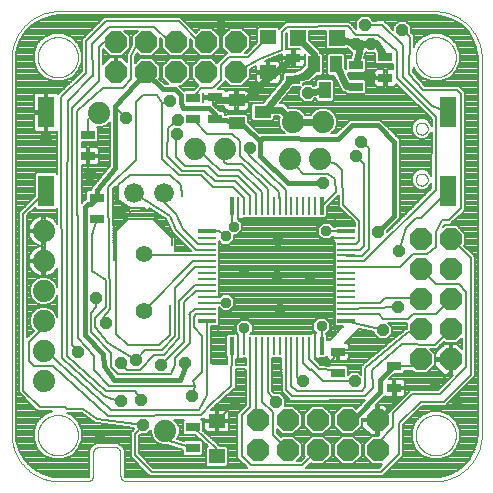
<source format=gtl>
G75*
%MOIN*%
%OFA0B0*%
%FSLAX25Y25*%
%IPPOS*%
%LPD*%
%AMOC8*
5,1,8,0,0,1.08239X$1,22.5*
%
%ADD10C,0.00000*%
%ADD11R,0.04724X0.03150*%
%ADD12R,0.05500X0.05500*%
%ADD13R,0.05512X0.04724*%
%ADD14R,0.05512X0.03937*%
%ADD15C,0.07400*%
%ADD16OC8,0.07400*%
%ADD17R,0.03937X0.05512*%
%ADD18R,0.05906X0.01575*%
%ADD19R,0.05906X0.01102*%
%ADD20R,0.01575X0.05906*%
%ADD21R,0.01102X0.05906*%
%ADD22R,0.05512X0.10433*%
%ADD23C,0.05600*%
%ADD24C,0.06600*%
%ADD25OC8,0.03569*%
%ADD26C,0.00787*%
%ADD27OC8,0.03962*%
%ADD28C,0.02362*%
%ADD29C,0.01575*%
D10*
X0010957Y0017394D02*
X0010959Y0017558D01*
X0010965Y0017722D01*
X0010975Y0017886D01*
X0010989Y0018050D01*
X0011007Y0018213D01*
X0011029Y0018376D01*
X0011056Y0018538D01*
X0011086Y0018700D01*
X0011120Y0018860D01*
X0011158Y0019020D01*
X0011199Y0019179D01*
X0011245Y0019337D01*
X0011295Y0019493D01*
X0011348Y0019649D01*
X0011405Y0019803D01*
X0011466Y0019955D01*
X0011531Y0020106D01*
X0011600Y0020256D01*
X0011672Y0020403D01*
X0011747Y0020549D01*
X0011827Y0020693D01*
X0011909Y0020835D01*
X0011995Y0020975D01*
X0012085Y0021112D01*
X0012178Y0021248D01*
X0012274Y0021381D01*
X0012374Y0021512D01*
X0012476Y0021640D01*
X0012582Y0021766D01*
X0012691Y0021889D01*
X0012803Y0022009D01*
X0012917Y0022127D01*
X0013035Y0022241D01*
X0013155Y0022353D01*
X0013278Y0022462D01*
X0013404Y0022568D01*
X0013532Y0022670D01*
X0013663Y0022770D01*
X0013796Y0022866D01*
X0013932Y0022959D01*
X0014069Y0023049D01*
X0014209Y0023135D01*
X0014351Y0023217D01*
X0014495Y0023297D01*
X0014641Y0023372D01*
X0014788Y0023444D01*
X0014938Y0023513D01*
X0015089Y0023578D01*
X0015241Y0023639D01*
X0015395Y0023696D01*
X0015551Y0023749D01*
X0015707Y0023799D01*
X0015865Y0023845D01*
X0016024Y0023886D01*
X0016184Y0023924D01*
X0016344Y0023958D01*
X0016506Y0023988D01*
X0016668Y0024015D01*
X0016831Y0024037D01*
X0016994Y0024055D01*
X0017158Y0024069D01*
X0017322Y0024079D01*
X0017486Y0024085D01*
X0017650Y0024087D01*
X0017814Y0024085D01*
X0017978Y0024079D01*
X0018142Y0024069D01*
X0018306Y0024055D01*
X0018469Y0024037D01*
X0018632Y0024015D01*
X0018794Y0023988D01*
X0018956Y0023958D01*
X0019116Y0023924D01*
X0019276Y0023886D01*
X0019435Y0023845D01*
X0019593Y0023799D01*
X0019749Y0023749D01*
X0019905Y0023696D01*
X0020059Y0023639D01*
X0020211Y0023578D01*
X0020362Y0023513D01*
X0020512Y0023444D01*
X0020659Y0023372D01*
X0020805Y0023297D01*
X0020949Y0023217D01*
X0021091Y0023135D01*
X0021231Y0023049D01*
X0021368Y0022959D01*
X0021504Y0022866D01*
X0021637Y0022770D01*
X0021768Y0022670D01*
X0021896Y0022568D01*
X0022022Y0022462D01*
X0022145Y0022353D01*
X0022265Y0022241D01*
X0022383Y0022127D01*
X0022497Y0022009D01*
X0022609Y0021889D01*
X0022718Y0021766D01*
X0022824Y0021640D01*
X0022926Y0021512D01*
X0023026Y0021381D01*
X0023122Y0021248D01*
X0023215Y0021112D01*
X0023305Y0020975D01*
X0023391Y0020835D01*
X0023473Y0020693D01*
X0023553Y0020549D01*
X0023628Y0020403D01*
X0023700Y0020256D01*
X0023769Y0020106D01*
X0023834Y0019955D01*
X0023895Y0019803D01*
X0023952Y0019649D01*
X0024005Y0019493D01*
X0024055Y0019337D01*
X0024101Y0019179D01*
X0024142Y0019020D01*
X0024180Y0018860D01*
X0024214Y0018700D01*
X0024244Y0018538D01*
X0024271Y0018376D01*
X0024293Y0018213D01*
X0024311Y0018050D01*
X0024325Y0017886D01*
X0024335Y0017722D01*
X0024341Y0017558D01*
X0024343Y0017394D01*
X0024341Y0017230D01*
X0024335Y0017066D01*
X0024325Y0016902D01*
X0024311Y0016738D01*
X0024293Y0016575D01*
X0024271Y0016412D01*
X0024244Y0016250D01*
X0024214Y0016088D01*
X0024180Y0015928D01*
X0024142Y0015768D01*
X0024101Y0015609D01*
X0024055Y0015451D01*
X0024005Y0015295D01*
X0023952Y0015139D01*
X0023895Y0014985D01*
X0023834Y0014833D01*
X0023769Y0014682D01*
X0023700Y0014532D01*
X0023628Y0014385D01*
X0023553Y0014239D01*
X0023473Y0014095D01*
X0023391Y0013953D01*
X0023305Y0013813D01*
X0023215Y0013676D01*
X0023122Y0013540D01*
X0023026Y0013407D01*
X0022926Y0013276D01*
X0022824Y0013148D01*
X0022718Y0013022D01*
X0022609Y0012899D01*
X0022497Y0012779D01*
X0022383Y0012661D01*
X0022265Y0012547D01*
X0022145Y0012435D01*
X0022022Y0012326D01*
X0021896Y0012220D01*
X0021768Y0012118D01*
X0021637Y0012018D01*
X0021504Y0011922D01*
X0021368Y0011829D01*
X0021231Y0011739D01*
X0021091Y0011653D01*
X0020949Y0011571D01*
X0020805Y0011491D01*
X0020659Y0011416D01*
X0020512Y0011344D01*
X0020362Y0011275D01*
X0020211Y0011210D01*
X0020059Y0011149D01*
X0019905Y0011092D01*
X0019749Y0011039D01*
X0019593Y0010989D01*
X0019435Y0010943D01*
X0019276Y0010902D01*
X0019116Y0010864D01*
X0018956Y0010830D01*
X0018794Y0010800D01*
X0018632Y0010773D01*
X0018469Y0010751D01*
X0018306Y0010733D01*
X0018142Y0010719D01*
X0017978Y0010709D01*
X0017814Y0010703D01*
X0017650Y0010701D01*
X0017486Y0010703D01*
X0017322Y0010709D01*
X0017158Y0010719D01*
X0016994Y0010733D01*
X0016831Y0010751D01*
X0016668Y0010773D01*
X0016506Y0010800D01*
X0016344Y0010830D01*
X0016184Y0010864D01*
X0016024Y0010902D01*
X0015865Y0010943D01*
X0015707Y0010989D01*
X0015551Y0011039D01*
X0015395Y0011092D01*
X0015241Y0011149D01*
X0015089Y0011210D01*
X0014938Y0011275D01*
X0014788Y0011344D01*
X0014641Y0011416D01*
X0014495Y0011491D01*
X0014351Y0011571D01*
X0014209Y0011653D01*
X0014069Y0011739D01*
X0013932Y0011829D01*
X0013796Y0011922D01*
X0013663Y0012018D01*
X0013532Y0012118D01*
X0013404Y0012220D01*
X0013278Y0012326D01*
X0013155Y0012435D01*
X0013035Y0012547D01*
X0012917Y0012661D01*
X0012803Y0012779D01*
X0012691Y0012899D01*
X0012582Y0013022D01*
X0012476Y0013148D01*
X0012374Y0013276D01*
X0012274Y0013407D01*
X0012178Y0013540D01*
X0012085Y0013676D01*
X0011995Y0013813D01*
X0011909Y0013953D01*
X0011827Y0014095D01*
X0011747Y0014239D01*
X0011672Y0014385D01*
X0011600Y0014532D01*
X0011531Y0014682D01*
X0011466Y0014833D01*
X0011405Y0014985D01*
X0011348Y0015139D01*
X0011295Y0015295D01*
X0011245Y0015451D01*
X0011199Y0015609D01*
X0011158Y0015768D01*
X0011120Y0015928D01*
X0011086Y0016088D01*
X0011056Y0016250D01*
X0011029Y0016412D01*
X0011007Y0016575D01*
X0010989Y0016738D01*
X0010975Y0016902D01*
X0010965Y0017066D01*
X0010959Y0017230D01*
X0010957Y0017394D01*
X0002296Y0017787D02*
X0002301Y0017406D01*
X0002314Y0017026D01*
X0002337Y0016646D01*
X0002370Y0016267D01*
X0002411Y0015889D01*
X0002461Y0015512D01*
X0002521Y0015136D01*
X0002589Y0014761D01*
X0002667Y0014389D01*
X0002754Y0014018D01*
X0002849Y0013650D01*
X0002954Y0013284D01*
X0003067Y0012921D01*
X0003189Y0012560D01*
X0003319Y0012203D01*
X0003459Y0011849D01*
X0003606Y0011498D01*
X0003763Y0011151D01*
X0003927Y0010808D01*
X0004100Y0010469D01*
X0004281Y0010134D01*
X0004470Y0009803D01*
X0004667Y0009478D01*
X0004871Y0009157D01*
X0005084Y0008841D01*
X0005304Y0008531D01*
X0005531Y0008225D01*
X0005766Y0007926D01*
X0006008Y0007632D01*
X0006256Y0007344D01*
X0006512Y0007062D01*
X0006775Y0006787D01*
X0007044Y0006518D01*
X0007319Y0006255D01*
X0007601Y0005999D01*
X0007889Y0005751D01*
X0008183Y0005509D01*
X0008482Y0005274D01*
X0008788Y0005047D01*
X0009098Y0004827D01*
X0009414Y0004614D01*
X0009735Y0004410D01*
X0010060Y0004213D01*
X0010391Y0004024D01*
X0010726Y0003843D01*
X0011065Y0003670D01*
X0011408Y0003506D01*
X0011755Y0003349D01*
X0012106Y0003202D01*
X0012460Y0003062D01*
X0012817Y0002932D01*
X0013178Y0002810D01*
X0013541Y0002697D01*
X0013907Y0002592D01*
X0014275Y0002497D01*
X0014646Y0002410D01*
X0015018Y0002332D01*
X0015393Y0002264D01*
X0015769Y0002204D01*
X0016146Y0002154D01*
X0016524Y0002113D01*
X0016903Y0002080D01*
X0017283Y0002057D01*
X0017663Y0002044D01*
X0018044Y0002039D01*
X0027493Y0002039D01*
X0027579Y0002041D01*
X0027665Y0002046D01*
X0027750Y0002056D01*
X0027835Y0002069D01*
X0027919Y0002086D01*
X0028003Y0002106D01*
X0028085Y0002130D01*
X0028166Y0002158D01*
X0028247Y0002189D01*
X0028325Y0002223D01*
X0028402Y0002261D01*
X0028478Y0002303D01*
X0028551Y0002347D01*
X0028622Y0002395D01*
X0028692Y0002446D01*
X0028759Y0002500D01*
X0028823Y0002556D01*
X0028885Y0002616D01*
X0028945Y0002678D01*
X0029001Y0002742D01*
X0029055Y0002809D01*
X0029106Y0002879D01*
X0029154Y0002950D01*
X0029198Y0003023D01*
X0029240Y0003099D01*
X0029278Y0003176D01*
X0029312Y0003254D01*
X0029343Y0003335D01*
X0029371Y0003416D01*
X0029395Y0003498D01*
X0029415Y0003582D01*
X0029432Y0003666D01*
X0029445Y0003751D01*
X0029455Y0003836D01*
X0029460Y0003922D01*
X0029462Y0004008D01*
X0029461Y0004008D02*
X0029461Y0011488D01*
X0029463Y0011574D01*
X0029468Y0011660D01*
X0029478Y0011745D01*
X0029491Y0011830D01*
X0029508Y0011914D01*
X0029528Y0011998D01*
X0029552Y0012080D01*
X0029580Y0012161D01*
X0029611Y0012242D01*
X0029645Y0012320D01*
X0029683Y0012397D01*
X0029725Y0012473D01*
X0029769Y0012546D01*
X0029817Y0012617D01*
X0029868Y0012687D01*
X0029922Y0012754D01*
X0029978Y0012818D01*
X0030038Y0012880D01*
X0030100Y0012940D01*
X0030164Y0012996D01*
X0030231Y0013050D01*
X0030301Y0013101D01*
X0030372Y0013149D01*
X0030446Y0013193D01*
X0030521Y0013235D01*
X0030598Y0013273D01*
X0030676Y0013307D01*
X0030757Y0013338D01*
X0030838Y0013366D01*
X0030920Y0013390D01*
X0031004Y0013410D01*
X0031088Y0013427D01*
X0031173Y0013440D01*
X0031258Y0013450D01*
X0031344Y0013455D01*
X0031430Y0013457D01*
X0036548Y0013457D01*
X0036634Y0013455D01*
X0036720Y0013450D01*
X0036805Y0013440D01*
X0036890Y0013427D01*
X0036974Y0013410D01*
X0037058Y0013390D01*
X0037140Y0013366D01*
X0037221Y0013338D01*
X0037302Y0013307D01*
X0037380Y0013273D01*
X0037457Y0013235D01*
X0037533Y0013193D01*
X0037606Y0013149D01*
X0037677Y0013101D01*
X0037747Y0013050D01*
X0037814Y0012996D01*
X0037878Y0012940D01*
X0037940Y0012880D01*
X0038000Y0012818D01*
X0038056Y0012754D01*
X0038110Y0012687D01*
X0038161Y0012617D01*
X0038209Y0012546D01*
X0038253Y0012473D01*
X0038295Y0012397D01*
X0038333Y0012320D01*
X0038367Y0012242D01*
X0038398Y0012161D01*
X0038426Y0012080D01*
X0038450Y0011998D01*
X0038470Y0011914D01*
X0038487Y0011830D01*
X0038500Y0011745D01*
X0038510Y0011660D01*
X0038515Y0011574D01*
X0038517Y0011488D01*
X0038517Y0004008D01*
X0038516Y0004008D02*
X0038518Y0003922D01*
X0038523Y0003836D01*
X0038533Y0003751D01*
X0038546Y0003666D01*
X0038563Y0003582D01*
X0038583Y0003498D01*
X0038607Y0003416D01*
X0038635Y0003335D01*
X0038666Y0003254D01*
X0038700Y0003176D01*
X0038738Y0003099D01*
X0038780Y0003024D01*
X0038824Y0002950D01*
X0038872Y0002879D01*
X0038923Y0002809D01*
X0038977Y0002742D01*
X0039033Y0002678D01*
X0039093Y0002616D01*
X0039155Y0002556D01*
X0039219Y0002500D01*
X0039286Y0002446D01*
X0039356Y0002395D01*
X0039427Y0002347D01*
X0039501Y0002303D01*
X0039576Y0002261D01*
X0039653Y0002223D01*
X0039731Y0002189D01*
X0039812Y0002158D01*
X0039893Y0002130D01*
X0039975Y0002106D01*
X0040059Y0002086D01*
X0040143Y0002069D01*
X0040228Y0002056D01*
X0040313Y0002046D01*
X0040399Y0002041D01*
X0040485Y0002039D01*
X0143241Y0002039D01*
X0136942Y0017394D02*
X0136944Y0017558D01*
X0136950Y0017722D01*
X0136960Y0017886D01*
X0136974Y0018050D01*
X0136992Y0018213D01*
X0137014Y0018376D01*
X0137041Y0018538D01*
X0137071Y0018700D01*
X0137105Y0018860D01*
X0137143Y0019020D01*
X0137184Y0019179D01*
X0137230Y0019337D01*
X0137280Y0019493D01*
X0137333Y0019649D01*
X0137390Y0019803D01*
X0137451Y0019955D01*
X0137516Y0020106D01*
X0137585Y0020256D01*
X0137657Y0020403D01*
X0137732Y0020549D01*
X0137812Y0020693D01*
X0137894Y0020835D01*
X0137980Y0020975D01*
X0138070Y0021112D01*
X0138163Y0021248D01*
X0138259Y0021381D01*
X0138359Y0021512D01*
X0138461Y0021640D01*
X0138567Y0021766D01*
X0138676Y0021889D01*
X0138788Y0022009D01*
X0138902Y0022127D01*
X0139020Y0022241D01*
X0139140Y0022353D01*
X0139263Y0022462D01*
X0139389Y0022568D01*
X0139517Y0022670D01*
X0139648Y0022770D01*
X0139781Y0022866D01*
X0139917Y0022959D01*
X0140054Y0023049D01*
X0140194Y0023135D01*
X0140336Y0023217D01*
X0140480Y0023297D01*
X0140626Y0023372D01*
X0140773Y0023444D01*
X0140923Y0023513D01*
X0141074Y0023578D01*
X0141226Y0023639D01*
X0141380Y0023696D01*
X0141536Y0023749D01*
X0141692Y0023799D01*
X0141850Y0023845D01*
X0142009Y0023886D01*
X0142169Y0023924D01*
X0142329Y0023958D01*
X0142491Y0023988D01*
X0142653Y0024015D01*
X0142816Y0024037D01*
X0142979Y0024055D01*
X0143143Y0024069D01*
X0143307Y0024079D01*
X0143471Y0024085D01*
X0143635Y0024087D01*
X0143799Y0024085D01*
X0143963Y0024079D01*
X0144127Y0024069D01*
X0144291Y0024055D01*
X0144454Y0024037D01*
X0144617Y0024015D01*
X0144779Y0023988D01*
X0144941Y0023958D01*
X0145101Y0023924D01*
X0145261Y0023886D01*
X0145420Y0023845D01*
X0145578Y0023799D01*
X0145734Y0023749D01*
X0145890Y0023696D01*
X0146044Y0023639D01*
X0146196Y0023578D01*
X0146347Y0023513D01*
X0146497Y0023444D01*
X0146644Y0023372D01*
X0146790Y0023297D01*
X0146934Y0023217D01*
X0147076Y0023135D01*
X0147216Y0023049D01*
X0147353Y0022959D01*
X0147489Y0022866D01*
X0147622Y0022770D01*
X0147753Y0022670D01*
X0147881Y0022568D01*
X0148007Y0022462D01*
X0148130Y0022353D01*
X0148250Y0022241D01*
X0148368Y0022127D01*
X0148482Y0022009D01*
X0148594Y0021889D01*
X0148703Y0021766D01*
X0148809Y0021640D01*
X0148911Y0021512D01*
X0149011Y0021381D01*
X0149107Y0021248D01*
X0149200Y0021112D01*
X0149290Y0020975D01*
X0149376Y0020835D01*
X0149458Y0020693D01*
X0149538Y0020549D01*
X0149613Y0020403D01*
X0149685Y0020256D01*
X0149754Y0020106D01*
X0149819Y0019955D01*
X0149880Y0019803D01*
X0149937Y0019649D01*
X0149990Y0019493D01*
X0150040Y0019337D01*
X0150086Y0019179D01*
X0150127Y0019020D01*
X0150165Y0018860D01*
X0150199Y0018700D01*
X0150229Y0018538D01*
X0150256Y0018376D01*
X0150278Y0018213D01*
X0150296Y0018050D01*
X0150310Y0017886D01*
X0150320Y0017722D01*
X0150326Y0017558D01*
X0150328Y0017394D01*
X0150326Y0017230D01*
X0150320Y0017066D01*
X0150310Y0016902D01*
X0150296Y0016738D01*
X0150278Y0016575D01*
X0150256Y0016412D01*
X0150229Y0016250D01*
X0150199Y0016088D01*
X0150165Y0015928D01*
X0150127Y0015768D01*
X0150086Y0015609D01*
X0150040Y0015451D01*
X0149990Y0015295D01*
X0149937Y0015139D01*
X0149880Y0014985D01*
X0149819Y0014833D01*
X0149754Y0014682D01*
X0149685Y0014532D01*
X0149613Y0014385D01*
X0149538Y0014239D01*
X0149458Y0014095D01*
X0149376Y0013953D01*
X0149290Y0013813D01*
X0149200Y0013676D01*
X0149107Y0013540D01*
X0149011Y0013407D01*
X0148911Y0013276D01*
X0148809Y0013148D01*
X0148703Y0013022D01*
X0148594Y0012899D01*
X0148482Y0012779D01*
X0148368Y0012661D01*
X0148250Y0012547D01*
X0148130Y0012435D01*
X0148007Y0012326D01*
X0147881Y0012220D01*
X0147753Y0012118D01*
X0147622Y0012018D01*
X0147489Y0011922D01*
X0147353Y0011829D01*
X0147216Y0011739D01*
X0147076Y0011653D01*
X0146934Y0011571D01*
X0146790Y0011491D01*
X0146644Y0011416D01*
X0146497Y0011344D01*
X0146347Y0011275D01*
X0146196Y0011210D01*
X0146044Y0011149D01*
X0145890Y0011092D01*
X0145734Y0011039D01*
X0145578Y0010989D01*
X0145420Y0010943D01*
X0145261Y0010902D01*
X0145101Y0010864D01*
X0144941Y0010830D01*
X0144779Y0010800D01*
X0144617Y0010773D01*
X0144454Y0010751D01*
X0144291Y0010733D01*
X0144127Y0010719D01*
X0143963Y0010709D01*
X0143799Y0010703D01*
X0143635Y0010701D01*
X0143471Y0010703D01*
X0143307Y0010709D01*
X0143143Y0010719D01*
X0142979Y0010733D01*
X0142816Y0010751D01*
X0142653Y0010773D01*
X0142491Y0010800D01*
X0142329Y0010830D01*
X0142169Y0010864D01*
X0142009Y0010902D01*
X0141850Y0010943D01*
X0141692Y0010989D01*
X0141536Y0011039D01*
X0141380Y0011092D01*
X0141226Y0011149D01*
X0141074Y0011210D01*
X0140923Y0011275D01*
X0140773Y0011344D01*
X0140626Y0011416D01*
X0140480Y0011491D01*
X0140336Y0011571D01*
X0140194Y0011653D01*
X0140054Y0011739D01*
X0139917Y0011829D01*
X0139781Y0011922D01*
X0139648Y0012018D01*
X0139517Y0012118D01*
X0139389Y0012220D01*
X0139263Y0012326D01*
X0139140Y0012435D01*
X0139020Y0012547D01*
X0138902Y0012661D01*
X0138788Y0012779D01*
X0138676Y0012899D01*
X0138567Y0013022D01*
X0138461Y0013148D01*
X0138359Y0013276D01*
X0138259Y0013407D01*
X0138163Y0013540D01*
X0138070Y0013676D01*
X0137980Y0013813D01*
X0137894Y0013953D01*
X0137812Y0014095D01*
X0137732Y0014239D01*
X0137657Y0014385D01*
X0137585Y0014532D01*
X0137516Y0014682D01*
X0137451Y0014833D01*
X0137390Y0014985D01*
X0137333Y0015139D01*
X0137280Y0015295D01*
X0137230Y0015451D01*
X0137184Y0015609D01*
X0137143Y0015768D01*
X0137105Y0015928D01*
X0137071Y0016088D01*
X0137041Y0016250D01*
X0137014Y0016412D01*
X0136992Y0016575D01*
X0136974Y0016738D01*
X0136960Y0016902D01*
X0136950Y0017066D01*
X0136944Y0017230D01*
X0136942Y0017394D01*
X0143241Y0002039D02*
X0143622Y0002044D01*
X0144002Y0002057D01*
X0144382Y0002080D01*
X0144761Y0002113D01*
X0145139Y0002154D01*
X0145516Y0002204D01*
X0145892Y0002264D01*
X0146267Y0002332D01*
X0146639Y0002410D01*
X0147010Y0002497D01*
X0147378Y0002592D01*
X0147744Y0002697D01*
X0148107Y0002810D01*
X0148468Y0002932D01*
X0148825Y0003062D01*
X0149179Y0003202D01*
X0149530Y0003349D01*
X0149877Y0003506D01*
X0150220Y0003670D01*
X0150559Y0003843D01*
X0150894Y0004024D01*
X0151225Y0004213D01*
X0151550Y0004410D01*
X0151871Y0004614D01*
X0152187Y0004827D01*
X0152497Y0005047D01*
X0152803Y0005274D01*
X0153102Y0005509D01*
X0153396Y0005751D01*
X0153684Y0005999D01*
X0153966Y0006255D01*
X0154241Y0006518D01*
X0154510Y0006787D01*
X0154773Y0007062D01*
X0155029Y0007344D01*
X0155277Y0007632D01*
X0155519Y0007926D01*
X0155754Y0008225D01*
X0155981Y0008531D01*
X0156201Y0008841D01*
X0156414Y0009157D01*
X0156618Y0009478D01*
X0156815Y0009803D01*
X0157004Y0010134D01*
X0157185Y0010469D01*
X0157358Y0010808D01*
X0157522Y0011151D01*
X0157679Y0011498D01*
X0157826Y0011849D01*
X0157966Y0012203D01*
X0158096Y0012560D01*
X0158218Y0012921D01*
X0158331Y0013284D01*
X0158436Y0013650D01*
X0158531Y0014018D01*
X0158618Y0014389D01*
X0158696Y0014761D01*
X0158764Y0015136D01*
X0158824Y0015512D01*
X0158874Y0015889D01*
X0158915Y0016267D01*
X0158948Y0016646D01*
X0158971Y0017026D01*
X0158984Y0017406D01*
X0158989Y0017787D01*
X0158989Y0142984D01*
X0136942Y0143378D02*
X0136944Y0143542D01*
X0136950Y0143706D01*
X0136960Y0143870D01*
X0136974Y0144034D01*
X0136992Y0144197D01*
X0137014Y0144360D01*
X0137041Y0144522D01*
X0137071Y0144684D01*
X0137105Y0144844D01*
X0137143Y0145004D01*
X0137184Y0145163D01*
X0137230Y0145321D01*
X0137280Y0145477D01*
X0137333Y0145633D01*
X0137390Y0145787D01*
X0137451Y0145939D01*
X0137516Y0146090D01*
X0137585Y0146240D01*
X0137657Y0146387D01*
X0137732Y0146533D01*
X0137812Y0146677D01*
X0137894Y0146819D01*
X0137980Y0146959D01*
X0138070Y0147096D01*
X0138163Y0147232D01*
X0138259Y0147365D01*
X0138359Y0147496D01*
X0138461Y0147624D01*
X0138567Y0147750D01*
X0138676Y0147873D01*
X0138788Y0147993D01*
X0138902Y0148111D01*
X0139020Y0148225D01*
X0139140Y0148337D01*
X0139263Y0148446D01*
X0139389Y0148552D01*
X0139517Y0148654D01*
X0139648Y0148754D01*
X0139781Y0148850D01*
X0139917Y0148943D01*
X0140054Y0149033D01*
X0140194Y0149119D01*
X0140336Y0149201D01*
X0140480Y0149281D01*
X0140626Y0149356D01*
X0140773Y0149428D01*
X0140923Y0149497D01*
X0141074Y0149562D01*
X0141226Y0149623D01*
X0141380Y0149680D01*
X0141536Y0149733D01*
X0141692Y0149783D01*
X0141850Y0149829D01*
X0142009Y0149870D01*
X0142169Y0149908D01*
X0142329Y0149942D01*
X0142491Y0149972D01*
X0142653Y0149999D01*
X0142816Y0150021D01*
X0142979Y0150039D01*
X0143143Y0150053D01*
X0143307Y0150063D01*
X0143471Y0150069D01*
X0143635Y0150071D01*
X0143799Y0150069D01*
X0143963Y0150063D01*
X0144127Y0150053D01*
X0144291Y0150039D01*
X0144454Y0150021D01*
X0144617Y0149999D01*
X0144779Y0149972D01*
X0144941Y0149942D01*
X0145101Y0149908D01*
X0145261Y0149870D01*
X0145420Y0149829D01*
X0145578Y0149783D01*
X0145734Y0149733D01*
X0145890Y0149680D01*
X0146044Y0149623D01*
X0146196Y0149562D01*
X0146347Y0149497D01*
X0146497Y0149428D01*
X0146644Y0149356D01*
X0146790Y0149281D01*
X0146934Y0149201D01*
X0147076Y0149119D01*
X0147216Y0149033D01*
X0147353Y0148943D01*
X0147489Y0148850D01*
X0147622Y0148754D01*
X0147753Y0148654D01*
X0147881Y0148552D01*
X0148007Y0148446D01*
X0148130Y0148337D01*
X0148250Y0148225D01*
X0148368Y0148111D01*
X0148482Y0147993D01*
X0148594Y0147873D01*
X0148703Y0147750D01*
X0148809Y0147624D01*
X0148911Y0147496D01*
X0149011Y0147365D01*
X0149107Y0147232D01*
X0149200Y0147096D01*
X0149290Y0146959D01*
X0149376Y0146819D01*
X0149458Y0146677D01*
X0149538Y0146533D01*
X0149613Y0146387D01*
X0149685Y0146240D01*
X0149754Y0146090D01*
X0149819Y0145939D01*
X0149880Y0145787D01*
X0149937Y0145633D01*
X0149990Y0145477D01*
X0150040Y0145321D01*
X0150086Y0145163D01*
X0150127Y0145004D01*
X0150165Y0144844D01*
X0150199Y0144684D01*
X0150229Y0144522D01*
X0150256Y0144360D01*
X0150278Y0144197D01*
X0150296Y0144034D01*
X0150310Y0143870D01*
X0150320Y0143706D01*
X0150326Y0143542D01*
X0150328Y0143378D01*
X0150326Y0143214D01*
X0150320Y0143050D01*
X0150310Y0142886D01*
X0150296Y0142722D01*
X0150278Y0142559D01*
X0150256Y0142396D01*
X0150229Y0142234D01*
X0150199Y0142072D01*
X0150165Y0141912D01*
X0150127Y0141752D01*
X0150086Y0141593D01*
X0150040Y0141435D01*
X0149990Y0141279D01*
X0149937Y0141123D01*
X0149880Y0140969D01*
X0149819Y0140817D01*
X0149754Y0140666D01*
X0149685Y0140516D01*
X0149613Y0140369D01*
X0149538Y0140223D01*
X0149458Y0140079D01*
X0149376Y0139937D01*
X0149290Y0139797D01*
X0149200Y0139660D01*
X0149107Y0139524D01*
X0149011Y0139391D01*
X0148911Y0139260D01*
X0148809Y0139132D01*
X0148703Y0139006D01*
X0148594Y0138883D01*
X0148482Y0138763D01*
X0148368Y0138645D01*
X0148250Y0138531D01*
X0148130Y0138419D01*
X0148007Y0138310D01*
X0147881Y0138204D01*
X0147753Y0138102D01*
X0147622Y0138002D01*
X0147489Y0137906D01*
X0147353Y0137813D01*
X0147216Y0137723D01*
X0147076Y0137637D01*
X0146934Y0137555D01*
X0146790Y0137475D01*
X0146644Y0137400D01*
X0146497Y0137328D01*
X0146347Y0137259D01*
X0146196Y0137194D01*
X0146044Y0137133D01*
X0145890Y0137076D01*
X0145734Y0137023D01*
X0145578Y0136973D01*
X0145420Y0136927D01*
X0145261Y0136886D01*
X0145101Y0136848D01*
X0144941Y0136814D01*
X0144779Y0136784D01*
X0144617Y0136757D01*
X0144454Y0136735D01*
X0144291Y0136717D01*
X0144127Y0136703D01*
X0143963Y0136693D01*
X0143799Y0136687D01*
X0143635Y0136685D01*
X0143471Y0136687D01*
X0143307Y0136693D01*
X0143143Y0136703D01*
X0142979Y0136717D01*
X0142816Y0136735D01*
X0142653Y0136757D01*
X0142491Y0136784D01*
X0142329Y0136814D01*
X0142169Y0136848D01*
X0142009Y0136886D01*
X0141850Y0136927D01*
X0141692Y0136973D01*
X0141536Y0137023D01*
X0141380Y0137076D01*
X0141226Y0137133D01*
X0141074Y0137194D01*
X0140923Y0137259D01*
X0140773Y0137328D01*
X0140626Y0137400D01*
X0140480Y0137475D01*
X0140336Y0137555D01*
X0140194Y0137637D01*
X0140054Y0137723D01*
X0139917Y0137813D01*
X0139781Y0137906D01*
X0139648Y0138002D01*
X0139517Y0138102D01*
X0139389Y0138204D01*
X0139263Y0138310D01*
X0139140Y0138419D01*
X0139020Y0138531D01*
X0138902Y0138645D01*
X0138788Y0138763D01*
X0138676Y0138883D01*
X0138567Y0139006D01*
X0138461Y0139132D01*
X0138359Y0139260D01*
X0138259Y0139391D01*
X0138163Y0139524D01*
X0138070Y0139660D01*
X0137980Y0139797D01*
X0137894Y0139937D01*
X0137812Y0140079D01*
X0137732Y0140223D01*
X0137657Y0140369D01*
X0137585Y0140516D01*
X0137516Y0140666D01*
X0137451Y0140817D01*
X0137390Y0140969D01*
X0137333Y0141123D01*
X0137280Y0141279D01*
X0137230Y0141435D01*
X0137184Y0141593D01*
X0137143Y0141752D01*
X0137105Y0141912D01*
X0137071Y0142072D01*
X0137041Y0142234D01*
X0137014Y0142396D01*
X0136992Y0142559D01*
X0136974Y0142722D01*
X0136960Y0142886D01*
X0136950Y0143050D01*
X0136944Y0143214D01*
X0136942Y0143378D01*
X0143241Y0158732D02*
X0143622Y0158727D01*
X0144002Y0158714D01*
X0144382Y0158691D01*
X0144761Y0158658D01*
X0145139Y0158617D01*
X0145516Y0158567D01*
X0145892Y0158507D01*
X0146267Y0158439D01*
X0146639Y0158361D01*
X0147010Y0158274D01*
X0147378Y0158179D01*
X0147744Y0158074D01*
X0148107Y0157961D01*
X0148468Y0157839D01*
X0148825Y0157709D01*
X0149179Y0157569D01*
X0149530Y0157422D01*
X0149877Y0157265D01*
X0150220Y0157101D01*
X0150559Y0156928D01*
X0150894Y0156747D01*
X0151225Y0156558D01*
X0151550Y0156361D01*
X0151871Y0156157D01*
X0152187Y0155944D01*
X0152497Y0155724D01*
X0152803Y0155497D01*
X0153102Y0155262D01*
X0153396Y0155020D01*
X0153684Y0154772D01*
X0153966Y0154516D01*
X0154241Y0154253D01*
X0154510Y0153984D01*
X0154773Y0153709D01*
X0155029Y0153427D01*
X0155277Y0153139D01*
X0155519Y0152845D01*
X0155754Y0152546D01*
X0155981Y0152240D01*
X0156201Y0151930D01*
X0156414Y0151614D01*
X0156618Y0151293D01*
X0156815Y0150968D01*
X0157004Y0150637D01*
X0157185Y0150302D01*
X0157358Y0149963D01*
X0157522Y0149620D01*
X0157679Y0149273D01*
X0157826Y0148922D01*
X0157966Y0148568D01*
X0158096Y0148211D01*
X0158218Y0147850D01*
X0158331Y0147487D01*
X0158436Y0147121D01*
X0158531Y0146753D01*
X0158618Y0146382D01*
X0158696Y0146010D01*
X0158764Y0145635D01*
X0158824Y0145259D01*
X0158874Y0144882D01*
X0158915Y0144504D01*
X0158948Y0144125D01*
X0158971Y0143745D01*
X0158984Y0143365D01*
X0158989Y0142984D01*
X0143241Y0158732D02*
X0018044Y0158732D01*
X0010957Y0143378D02*
X0010959Y0143542D01*
X0010965Y0143706D01*
X0010975Y0143870D01*
X0010989Y0144034D01*
X0011007Y0144197D01*
X0011029Y0144360D01*
X0011056Y0144522D01*
X0011086Y0144684D01*
X0011120Y0144844D01*
X0011158Y0145004D01*
X0011199Y0145163D01*
X0011245Y0145321D01*
X0011295Y0145477D01*
X0011348Y0145633D01*
X0011405Y0145787D01*
X0011466Y0145939D01*
X0011531Y0146090D01*
X0011600Y0146240D01*
X0011672Y0146387D01*
X0011747Y0146533D01*
X0011827Y0146677D01*
X0011909Y0146819D01*
X0011995Y0146959D01*
X0012085Y0147096D01*
X0012178Y0147232D01*
X0012274Y0147365D01*
X0012374Y0147496D01*
X0012476Y0147624D01*
X0012582Y0147750D01*
X0012691Y0147873D01*
X0012803Y0147993D01*
X0012917Y0148111D01*
X0013035Y0148225D01*
X0013155Y0148337D01*
X0013278Y0148446D01*
X0013404Y0148552D01*
X0013532Y0148654D01*
X0013663Y0148754D01*
X0013796Y0148850D01*
X0013932Y0148943D01*
X0014069Y0149033D01*
X0014209Y0149119D01*
X0014351Y0149201D01*
X0014495Y0149281D01*
X0014641Y0149356D01*
X0014788Y0149428D01*
X0014938Y0149497D01*
X0015089Y0149562D01*
X0015241Y0149623D01*
X0015395Y0149680D01*
X0015551Y0149733D01*
X0015707Y0149783D01*
X0015865Y0149829D01*
X0016024Y0149870D01*
X0016184Y0149908D01*
X0016344Y0149942D01*
X0016506Y0149972D01*
X0016668Y0149999D01*
X0016831Y0150021D01*
X0016994Y0150039D01*
X0017158Y0150053D01*
X0017322Y0150063D01*
X0017486Y0150069D01*
X0017650Y0150071D01*
X0017814Y0150069D01*
X0017978Y0150063D01*
X0018142Y0150053D01*
X0018306Y0150039D01*
X0018469Y0150021D01*
X0018632Y0149999D01*
X0018794Y0149972D01*
X0018956Y0149942D01*
X0019116Y0149908D01*
X0019276Y0149870D01*
X0019435Y0149829D01*
X0019593Y0149783D01*
X0019749Y0149733D01*
X0019905Y0149680D01*
X0020059Y0149623D01*
X0020211Y0149562D01*
X0020362Y0149497D01*
X0020512Y0149428D01*
X0020659Y0149356D01*
X0020805Y0149281D01*
X0020949Y0149201D01*
X0021091Y0149119D01*
X0021231Y0149033D01*
X0021368Y0148943D01*
X0021504Y0148850D01*
X0021637Y0148754D01*
X0021768Y0148654D01*
X0021896Y0148552D01*
X0022022Y0148446D01*
X0022145Y0148337D01*
X0022265Y0148225D01*
X0022383Y0148111D01*
X0022497Y0147993D01*
X0022609Y0147873D01*
X0022718Y0147750D01*
X0022824Y0147624D01*
X0022926Y0147496D01*
X0023026Y0147365D01*
X0023122Y0147232D01*
X0023215Y0147096D01*
X0023305Y0146959D01*
X0023391Y0146819D01*
X0023473Y0146677D01*
X0023553Y0146533D01*
X0023628Y0146387D01*
X0023700Y0146240D01*
X0023769Y0146090D01*
X0023834Y0145939D01*
X0023895Y0145787D01*
X0023952Y0145633D01*
X0024005Y0145477D01*
X0024055Y0145321D01*
X0024101Y0145163D01*
X0024142Y0145004D01*
X0024180Y0144844D01*
X0024214Y0144684D01*
X0024244Y0144522D01*
X0024271Y0144360D01*
X0024293Y0144197D01*
X0024311Y0144034D01*
X0024325Y0143870D01*
X0024335Y0143706D01*
X0024341Y0143542D01*
X0024343Y0143378D01*
X0024341Y0143214D01*
X0024335Y0143050D01*
X0024325Y0142886D01*
X0024311Y0142722D01*
X0024293Y0142559D01*
X0024271Y0142396D01*
X0024244Y0142234D01*
X0024214Y0142072D01*
X0024180Y0141912D01*
X0024142Y0141752D01*
X0024101Y0141593D01*
X0024055Y0141435D01*
X0024005Y0141279D01*
X0023952Y0141123D01*
X0023895Y0140969D01*
X0023834Y0140817D01*
X0023769Y0140666D01*
X0023700Y0140516D01*
X0023628Y0140369D01*
X0023553Y0140223D01*
X0023473Y0140079D01*
X0023391Y0139937D01*
X0023305Y0139797D01*
X0023215Y0139660D01*
X0023122Y0139524D01*
X0023026Y0139391D01*
X0022926Y0139260D01*
X0022824Y0139132D01*
X0022718Y0139006D01*
X0022609Y0138883D01*
X0022497Y0138763D01*
X0022383Y0138645D01*
X0022265Y0138531D01*
X0022145Y0138419D01*
X0022022Y0138310D01*
X0021896Y0138204D01*
X0021768Y0138102D01*
X0021637Y0138002D01*
X0021504Y0137906D01*
X0021368Y0137813D01*
X0021231Y0137723D01*
X0021091Y0137637D01*
X0020949Y0137555D01*
X0020805Y0137475D01*
X0020659Y0137400D01*
X0020512Y0137328D01*
X0020362Y0137259D01*
X0020211Y0137194D01*
X0020059Y0137133D01*
X0019905Y0137076D01*
X0019749Y0137023D01*
X0019593Y0136973D01*
X0019435Y0136927D01*
X0019276Y0136886D01*
X0019116Y0136848D01*
X0018956Y0136814D01*
X0018794Y0136784D01*
X0018632Y0136757D01*
X0018469Y0136735D01*
X0018306Y0136717D01*
X0018142Y0136703D01*
X0017978Y0136693D01*
X0017814Y0136687D01*
X0017650Y0136685D01*
X0017486Y0136687D01*
X0017322Y0136693D01*
X0017158Y0136703D01*
X0016994Y0136717D01*
X0016831Y0136735D01*
X0016668Y0136757D01*
X0016506Y0136784D01*
X0016344Y0136814D01*
X0016184Y0136848D01*
X0016024Y0136886D01*
X0015865Y0136927D01*
X0015707Y0136973D01*
X0015551Y0137023D01*
X0015395Y0137076D01*
X0015241Y0137133D01*
X0015089Y0137194D01*
X0014938Y0137259D01*
X0014788Y0137328D01*
X0014641Y0137400D01*
X0014495Y0137475D01*
X0014351Y0137555D01*
X0014209Y0137637D01*
X0014069Y0137723D01*
X0013932Y0137813D01*
X0013796Y0137906D01*
X0013663Y0138002D01*
X0013532Y0138102D01*
X0013404Y0138204D01*
X0013278Y0138310D01*
X0013155Y0138419D01*
X0013035Y0138531D01*
X0012917Y0138645D01*
X0012803Y0138763D01*
X0012691Y0138883D01*
X0012582Y0139006D01*
X0012476Y0139132D01*
X0012374Y0139260D01*
X0012274Y0139391D01*
X0012178Y0139524D01*
X0012085Y0139660D01*
X0011995Y0139797D01*
X0011909Y0139937D01*
X0011827Y0140079D01*
X0011747Y0140223D01*
X0011672Y0140369D01*
X0011600Y0140516D01*
X0011531Y0140666D01*
X0011466Y0140817D01*
X0011405Y0140969D01*
X0011348Y0141123D01*
X0011295Y0141279D01*
X0011245Y0141435D01*
X0011199Y0141593D01*
X0011158Y0141752D01*
X0011120Y0141912D01*
X0011086Y0142072D01*
X0011056Y0142234D01*
X0011029Y0142396D01*
X0011007Y0142559D01*
X0010989Y0142722D01*
X0010975Y0142886D01*
X0010965Y0143050D01*
X0010959Y0143214D01*
X0010957Y0143378D01*
X0002296Y0142984D02*
X0002301Y0143365D01*
X0002314Y0143745D01*
X0002337Y0144125D01*
X0002370Y0144504D01*
X0002411Y0144882D01*
X0002461Y0145259D01*
X0002521Y0145635D01*
X0002589Y0146010D01*
X0002667Y0146382D01*
X0002754Y0146753D01*
X0002849Y0147121D01*
X0002954Y0147487D01*
X0003067Y0147850D01*
X0003189Y0148211D01*
X0003319Y0148568D01*
X0003459Y0148922D01*
X0003606Y0149273D01*
X0003763Y0149620D01*
X0003927Y0149963D01*
X0004100Y0150302D01*
X0004281Y0150637D01*
X0004470Y0150968D01*
X0004667Y0151293D01*
X0004871Y0151614D01*
X0005084Y0151930D01*
X0005304Y0152240D01*
X0005531Y0152546D01*
X0005766Y0152845D01*
X0006008Y0153139D01*
X0006256Y0153427D01*
X0006512Y0153709D01*
X0006775Y0153984D01*
X0007044Y0154253D01*
X0007319Y0154516D01*
X0007601Y0154772D01*
X0007889Y0155020D01*
X0008183Y0155262D01*
X0008482Y0155497D01*
X0008788Y0155724D01*
X0009098Y0155944D01*
X0009414Y0156157D01*
X0009735Y0156361D01*
X0010060Y0156558D01*
X0010391Y0156747D01*
X0010726Y0156928D01*
X0011065Y0157101D01*
X0011408Y0157265D01*
X0011755Y0157422D01*
X0012106Y0157569D01*
X0012460Y0157709D01*
X0012817Y0157839D01*
X0013178Y0157961D01*
X0013541Y0158074D01*
X0013907Y0158179D01*
X0014275Y0158274D01*
X0014646Y0158361D01*
X0015018Y0158439D01*
X0015393Y0158507D01*
X0015769Y0158567D01*
X0016146Y0158617D01*
X0016524Y0158658D01*
X0016903Y0158691D01*
X0017283Y0158714D01*
X0017663Y0158727D01*
X0018044Y0158732D01*
X0002296Y0142984D02*
X0002296Y0017787D01*
X0136969Y0102594D02*
X0136971Y0102683D01*
X0136977Y0102772D01*
X0136987Y0102861D01*
X0137001Y0102949D01*
X0137018Y0103036D01*
X0137040Y0103122D01*
X0137066Y0103208D01*
X0137095Y0103292D01*
X0137128Y0103375D01*
X0137164Y0103456D01*
X0137205Y0103536D01*
X0137248Y0103613D01*
X0137295Y0103689D01*
X0137346Y0103762D01*
X0137399Y0103833D01*
X0137456Y0103902D01*
X0137516Y0103968D01*
X0137579Y0104032D01*
X0137644Y0104092D01*
X0137712Y0104150D01*
X0137783Y0104204D01*
X0137856Y0104255D01*
X0137931Y0104303D01*
X0138008Y0104348D01*
X0138087Y0104389D01*
X0138168Y0104426D01*
X0138250Y0104460D01*
X0138334Y0104491D01*
X0138419Y0104517D01*
X0138505Y0104540D01*
X0138592Y0104558D01*
X0138680Y0104573D01*
X0138769Y0104584D01*
X0138858Y0104591D01*
X0138947Y0104594D01*
X0139036Y0104593D01*
X0139125Y0104588D01*
X0139213Y0104579D01*
X0139302Y0104566D01*
X0139389Y0104549D01*
X0139476Y0104529D01*
X0139562Y0104504D01*
X0139646Y0104476D01*
X0139729Y0104444D01*
X0139811Y0104408D01*
X0139891Y0104369D01*
X0139969Y0104326D01*
X0140045Y0104280D01*
X0140119Y0104230D01*
X0140191Y0104177D01*
X0140260Y0104121D01*
X0140327Y0104062D01*
X0140391Y0104000D01*
X0140452Y0103936D01*
X0140511Y0103868D01*
X0140566Y0103798D01*
X0140618Y0103726D01*
X0140667Y0103651D01*
X0140712Y0103575D01*
X0140754Y0103496D01*
X0140792Y0103416D01*
X0140827Y0103334D01*
X0140858Y0103250D01*
X0140886Y0103165D01*
X0140909Y0103079D01*
X0140929Y0102992D01*
X0140945Y0102905D01*
X0140957Y0102816D01*
X0140965Y0102728D01*
X0140969Y0102639D01*
X0140969Y0102549D01*
X0140965Y0102460D01*
X0140957Y0102372D01*
X0140945Y0102283D01*
X0140929Y0102196D01*
X0140909Y0102109D01*
X0140886Y0102023D01*
X0140858Y0101938D01*
X0140827Y0101854D01*
X0140792Y0101772D01*
X0140754Y0101692D01*
X0140712Y0101613D01*
X0140667Y0101537D01*
X0140618Y0101462D01*
X0140566Y0101390D01*
X0140511Y0101320D01*
X0140452Y0101252D01*
X0140391Y0101188D01*
X0140327Y0101126D01*
X0140260Y0101067D01*
X0140191Y0101011D01*
X0140119Y0100958D01*
X0140045Y0100908D01*
X0139969Y0100862D01*
X0139891Y0100819D01*
X0139811Y0100780D01*
X0139729Y0100744D01*
X0139646Y0100712D01*
X0139562Y0100684D01*
X0139476Y0100659D01*
X0139389Y0100639D01*
X0139302Y0100622D01*
X0139213Y0100609D01*
X0139125Y0100600D01*
X0139036Y0100595D01*
X0138947Y0100594D01*
X0138858Y0100597D01*
X0138769Y0100604D01*
X0138680Y0100615D01*
X0138592Y0100630D01*
X0138505Y0100648D01*
X0138419Y0100671D01*
X0138334Y0100697D01*
X0138250Y0100728D01*
X0138168Y0100762D01*
X0138087Y0100799D01*
X0138008Y0100840D01*
X0137931Y0100885D01*
X0137856Y0100933D01*
X0137783Y0100984D01*
X0137712Y0101038D01*
X0137644Y0101096D01*
X0137579Y0101156D01*
X0137516Y0101220D01*
X0137456Y0101286D01*
X0137399Y0101355D01*
X0137346Y0101426D01*
X0137295Y0101499D01*
X0137248Y0101575D01*
X0137205Y0101652D01*
X0137164Y0101732D01*
X0137128Y0101813D01*
X0137095Y0101896D01*
X0137066Y0101980D01*
X0137040Y0102066D01*
X0137018Y0102152D01*
X0137001Y0102239D01*
X0136987Y0102327D01*
X0136977Y0102416D01*
X0136971Y0102505D01*
X0136969Y0102594D01*
X0136969Y0119594D02*
X0136971Y0119683D01*
X0136977Y0119772D01*
X0136987Y0119861D01*
X0137001Y0119949D01*
X0137018Y0120036D01*
X0137040Y0120122D01*
X0137066Y0120208D01*
X0137095Y0120292D01*
X0137128Y0120375D01*
X0137164Y0120456D01*
X0137205Y0120536D01*
X0137248Y0120613D01*
X0137295Y0120689D01*
X0137346Y0120762D01*
X0137399Y0120833D01*
X0137456Y0120902D01*
X0137516Y0120968D01*
X0137579Y0121032D01*
X0137644Y0121092D01*
X0137712Y0121150D01*
X0137783Y0121204D01*
X0137856Y0121255D01*
X0137931Y0121303D01*
X0138008Y0121348D01*
X0138087Y0121389D01*
X0138168Y0121426D01*
X0138250Y0121460D01*
X0138334Y0121491D01*
X0138419Y0121517D01*
X0138505Y0121540D01*
X0138592Y0121558D01*
X0138680Y0121573D01*
X0138769Y0121584D01*
X0138858Y0121591D01*
X0138947Y0121594D01*
X0139036Y0121593D01*
X0139125Y0121588D01*
X0139213Y0121579D01*
X0139302Y0121566D01*
X0139389Y0121549D01*
X0139476Y0121529D01*
X0139562Y0121504D01*
X0139646Y0121476D01*
X0139729Y0121444D01*
X0139811Y0121408D01*
X0139891Y0121369D01*
X0139969Y0121326D01*
X0140045Y0121280D01*
X0140119Y0121230D01*
X0140191Y0121177D01*
X0140260Y0121121D01*
X0140327Y0121062D01*
X0140391Y0121000D01*
X0140452Y0120936D01*
X0140511Y0120868D01*
X0140566Y0120798D01*
X0140618Y0120726D01*
X0140667Y0120651D01*
X0140712Y0120575D01*
X0140754Y0120496D01*
X0140792Y0120416D01*
X0140827Y0120334D01*
X0140858Y0120250D01*
X0140886Y0120165D01*
X0140909Y0120079D01*
X0140929Y0119992D01*
X0140945Y0119905D01*
X0140957Y0119816D01*
X0140965Y0119728D01*
X0140969Y0119639D01*
X0140969Y0119549D01*
X0140965Y0119460D01*
X0140957Y0119372D01*
X0140945Y0119283D01*
X0140929Y0119196D01*
X0140909Y0119109D01*
X0140886Y0119023D01*
X0140858Y0118938D01*
X0140827Y0118854D01*
X0140792Y0118772D01*
X0140754Y0118692D01*
X0140712Y0118613D01*
X0140667Y0118537D01*
X0140618Y0118462D01*
X0140566Y0118390D01*
X0140511Y0118320D01*
X0140452Y0118252D01*
X0140391Y0118188D01*
X0140327Y0118126D01*
X0140260Y0118067D01*
X0140191Y0118011D01*
X0140119Y0117958D01*
X0140045Y0117908D01*
X0139969Y0117862D01*
X0139891Y0117819D01*
X0139811Y0117780D01*
X0139729Y0117744D01*
X0139646Y0117712D01*
X0139562Y0117684D01*
X0139476Y0117659D01*
X0139389Y0117639D01*
X0139302Y0117622D01*
X0139213Y0117609D01*
X0139125Y0117600D01*
X0139036Y0117595D01*
X0138947Y0117594D01*
X0138858Y0117597D01*
X0138769Y0117604D01*
X0138680Y0117615D01*
X0138592Y0117630D01*
X0138505Y0117648D01*
X0138419Y0117671D01*
X0138334Y0117697D01*
X0138250Y0117728D01*
X0138168Y0117762D01*
X0138087Y0117799D01*
X0138008Y0117840D01*
X0137931Y0117885D01*
X0137856Y0117933D01*
X0137783Y0117984D01*
X0137712Y0118038D01*
X0137644Y0118096D01*
X0137579Y0118156D01*
X0137516Y0118220D01*
X0137456Y0118286D01*
X0137399Y0118355D01*
X0137346Y0118426D01*
X0137295Y0118499D01*
X0137248Y0118575D01*
X0137205Y0118652D01*
X0137164Y0118732D01*
X0137128Y0118813D01*
X0137095Y0118896D01*
X0137066Y0118980D01*
X0137040Y0119066D01*
X0137018Y0119152D01*
X0137001Y0119239D01*
X0136987Y0119327D01*
X0136977Y0119416D01*
X0136971Y0119505D01*
X0136969Y0119594D01*
D11*
X0126863Y0136488D03*
X0126863Y0143575D03*
X0116942Y0140661D03*
X0116942Y0133575D03*
X0096154Y0135937D03*
X0096154Y0143024D03*
X0069934Y0129953D03*
X0069934Y0122866D03*
X0062808Y0122827D03*
X0062808Y0129913D03*
X0030564Y0096409D03*
X0030564Y0089323D03*
X0027769Y0110504D03*
X0027769Y0117591D03*
X0111036Y0045228D03*
X0111036Y0038142D03*
X0129776Y0040307D03*
X0129776Y0033220D03*
X0062611Y0020150D03*
X0062611Y0013063D03*
D12*
X0097686Y0149795D03*
X0110686Y0149795D03*
D13*
X0087808Y0150110D03*
X0087808Y0138299D03*
X0070682Y0022118D03*
X0070682Y0010307D03*
D14*
X0077217Y0121488D03*
X0077217Y0128969D03*
X0085879Y0125228D03*
D15*
X0096076Y0121882D03*
X0106076Y0121882D03*
X0105209Y0109598D03*
X0095209Y0109598D03*
X0073320Y0112669D03*
X0063320Y0112669D03*
X0031312Y0124717D03*
X0012926Y0085504D03*
X0012926Y0075504D03*
X0012926Y0065504D03*
X0012926Y0055504D03*
X0012926Y0045504D03*
X0012926Y0035504D03*
X0053517Y0018929D03*
D16*
X0084265Y0022394D03*
X0094265Y0022394D03*
X0104265Y0022394D03*
X0114265Y0022394D03*
X0124265Y0022394D03*
X0124265Y0012394D03*
X0114265Y0012394D03*
X0104265Y0012394D03*
X0094265Y0012394D03*
X0084265Y0012394D03*
X0138635Y0042669D03*
X0148635Y0042669D03*
X0148635Y0052669D03*
X0148635Y0062669D03*
X0138635Y0062669D03*
X0138635Y0052669D03*
X0138635Y0072669D03*
X0148635Y0072669D03*
X0148635Y0082669D03*
X0138635Y0082669D03*
X0077020Y0138378D03*
X0077020Y0148378D03*
X0067020Y0148378D03*
X0057020Y0148378D03*
X0047020Y0148378D03*
X0037020Y0148378D03*
X0037020Y0138378D03*
X0047020Y0138378D03*
X0057020Y0138378D03*
X0067020Y0138378D03*
D17*
X0102965Y0140976D03*
X0110446Y0140976D03*
X0106706Y0132315D03*
D18*
X0113831Y0085425D03*
X0113831Y0055425D03*
X0067375Y0055425D03*
X0067375Y0085425D03*
D19*
X0067375Y0083220D03*
X0067375Y0081252D03*
X0067375Y0079283D03*
X0067375Y0077315D03*
X0067375Y0075346D03*
X0067375Y0073378D03*
X0067375Y0071409D03*
X0067375Y0069441D03*
X0067375Y0067472D03*
X0067375Y0065504D03*
X0067375Y0063535D03*
X0067375Y0061567D03*
X0067375Y0059598D03*
X0067375Y0057630D03*
X0113831Y0057630D03*
X0113831Y0059598D03*
X0113831Y0061567D03*
X0113831Y0063535D03*
X0113831Y0065504D03*
X0113831Y0067472D03*
X0113831Y0069441D03*
X0113831Y0071409D03*
X0113831Y0073378D03*
X0113831Y0075346D03*
X0113831Y0077315D03*
X0113831Y0079283D03*
X0113831Y0081252D03*
X0113831Y0083220D03*
D20*
X0105603Y0093654D03*
X0075603Y0093654D03*
X0075603Y0047197D03*
X0105603Y0047197D03*
D21*
X0103398Y0047197D03*
X0101430Y0047197D03*
X0099461Y0047197D03*
X0097493Y0047197D03*
X0095524Y0047197D03*
X0093556Y0047197D03*
X0091587Y0047197D03*
X0089619Y0047197D03*
X0087650Y0047197D03*
X0085682Y0047197D03*
X0083713Y0047197D03*
X0081745Y0047197D03*
X0079776Y0047197D03*
X0077808Y0047197D03*
X0077808Y0093654D03*
X0079776Y0093654D03*
X0081745Y0093654D03*
X0083713Y0093654D03*
X0085682Y0093654D03*
X0087650Y0093654D03*
X0089619Y0093654D03*
X0091587Y0093654D03*
X0093556Y0093654D03*
X0095524Y0093654D03*
X0097493Y0093654D03*
X0099461Y0093654D03*
X0101430Y0093654D03*
X0103398Y0093654D03*
D22*
X0147572Y0098791D03*
X0147572Y0124972D03*
X0013713Y0124972D03*
X0013713Y0098791D03*
D23*
X0046233Y0077917D03*
X0046233Y0058917D03*
D24*
X0042887Y0098102D03*
X0052887Y0098102D03*
D25*
X0073556Y0083693D03*
X0076233Y0086921D03*
X0090879Y0082197D03*
X0079776Y0071331D03*
X0073713Y0061567D03*
X0079776Y0053063D03*
X0091666Y0059441D03*
X0090564Y0070465D03*
X0101666Y0070228D03*
X0107099Y0085425D03*
X0105603Y0053693D03*
X0076548Y0027394D03*
X0031745Y0016921D03*
X0143477Y0034244D03*
X0150643Y0028732D03*
X0071902Y0154087D03*
D26*
X0028068Y0007933D02*
X0007772Y0007933D01*
X0006986Y0008719D02*
X0028068Y0008719D01*
X0028068Y0009505D02*
X0019736Y0009505D01*
X0019259Y0009307D02*
X0022231Y0010538D01*
X0024506Y0012813D01*
X0025737Y0015785D01*
X0025737Y0019002D01*
X0024506Y0021974D01*
X0022231Y0024249D01*
X0020840Y0024825D01*
X0025681Y0024825D01*
X0029648Y0021763D01*
X0029884Y0021452D01*
X0030087Y0021424D01*
X0030250Y0021299D01*
X0030636Y0021348D01*
X0043101Y0019631D01*
X0043101Y0019390D01*
X0043110Y0019381D01*
X0042468Y0018662D01*
X0042090Y0018283D01*
X0042090Y0018237D01*
X0042059Y0018203D01*
X0042090Y0017669D01*
X0042090Y0010794D01*
X0042078Y0010234D01*
X0042090Y0010222D01*
X0042090Y0010205D01*
X0042486Y0009809D01*
X0047523Y0004553D01*
X0047523Y0004536D01*
X0047919Y0004140D01*
X0048306Y0003735D01*
X0048323Y0003735D01*
X0048336Y0003723D01*
X0048895Y0003723D01*
X0049455Y0003711D01*
X0049468Y0003723D01*
X0124724Y0003723D01*
X0124732Y0003715D01*
X0125297Y0003723D01*
X0125863Y0003723D01*
X0125870Y0003730D01*
X0125881Y0003730D01*
X0126275Y0004135D01*
X0126676Y0004536D01*
X0126676Y0004546D01*
X0132260Y0010277D01*
X0132660Y0010677D01*
X0132660Y0010688D01*
X0132667Y0010695D01*
X0132660Y0011261D01*
X0132660Y0020826D01*
X0139161Y0027187D01*
X0147044Y0027187D01*
X0147857Y0028000D01*
X0156833Y0036976D01*
X0156833Y0076945D01*
X0156020Y0077757D01*
X0153191Y0080587D01*
X0153328Y0080725D01*
X0153328Y0084613D01*
X0150579Y0087363D01*
X0146690Y0087363D01*
X0145977Y0086649D01*
X0146452Y0087581D01*
X0147880Y0087581D01*
X0148448Y0087576D01*
X0148453Y0087581D01*
X0148461Y0087581D01*
X0148863Y0087983D01*
X0152548Y0091597D01*
X0152556Y0091597D01*
X0152958Y0091999D01*
X0153363Y0092396D01*
X0153363Y0092404D01*
X0153368Y0092410D01*
X0153368Y0092978D01*
X0153374Y0093545D01*
X0153368Y0093551D01*
X0153368Y0131748D01*
X0152030Y0133086D01*
X0151217Y0133899D01*
X0140172Y0133899D01*
X0136207Y0138460D01*
X0136218Y0140153D01*
X0136779Y0138797D01*
X0139054Y0136522D01*
X0142026Y0135291D01*
X0145243Y0135291D01*
X0148215Y0136522D01*
X0150490Y0138797D01*
X0151721Y0141769D01*
X0151721Y0144986D01*
X0150490Y0147959D01*
X0148215Y0150233D01*
X0145243Y0151465D01*
X0142026Y0151465D01*
X0139054Y0150233D01*
X0136779Y0147959D01*
X0136260Y0146706D01*
X0136278Y0149414D01*
X0136282Y0149417D01*
X0136282Y0149987D01*
X0136286Y0150558D01*
X0136282Y0150562D01*
X0136282Y0150567D01*
X0135879Y0150970D01*
X0135478Y0151376D01*
X0135473Y0151376D01*
X0135428Y0151420D01*
X0135428Y0153665D01*
X0133686Y0155408D01*
X0131221Y0155408D01*
X0129479Y0153665D01*
X0129479Y0152567D01*
X0127219Y0154827D01*
X0127219Y0154837D01*
X0126814Y0155232D01*
X0126414Y0155631D01*
X0126403Y0155631D01*
X0126395Y0155639D01*
X0125830Y0155631D01*
X0125265Y0155631D01*
X0125257Y0155624D01*
X0122794Y0155590D01*
X0121245Y0157140D01*
X0118780Y0157140D01*
X0117038Y0155398D01*
X0117038Y0152933D01*
X0117090Y0152881D01*
X0115236Y0154683D01*
X0114834Y0155083D01*
X0114826Y0155082D01*
X0114820Y0155088D01*
X0114252Y0155080D01*
X0094562Y0155004D01*
X0094536Y0155027D01*
X0093992Y0155001D01*
X0093448Y0154999D01*
X0093423Y0154974D01*
X0093388Y0154973D01*
X0093022Y0154570D01*
X0092639Y0154183D01*
X0092639Y0154148D01*
X0091522Y0152920D01*
X0090975Y0153466D01*
X0084640Y0153466D01*
X0084058Y0152884D01*
X0084058Y0148323D01*
X0080580Y0144844D01*
X0080124Y0144844D01*
X0081714Y0146434D01*
X0081714Y0150322D01*
X0078965Y0153072D01*
X0075076Y0153072D01*
X0072327Y0150322D01*
X0072327Y0146434D01*
X0074000Y0144761D01*
X0073271Y0144031D01*
X0070672Y0141433D01*
X0070672Y0141364D01*
X0068965Y0143072D01*
X0065076Y0143072D01*
X0062327Y0140322D01*
X0062327Y0136434D01*
X0064520Y0134241D01*
X0064255Y0133913D01*
X0063901Y0133559D01*
X0063901Y0133475D01*
X0063099Y0132482D01*
X0060034Y0132482D01*
X0059723Y0132171D01*
X0059333Y0132561D01*
X0058209Y0133684D01*
X0058965Y0133684D01*
X0061714Y0136434D01*
X0061714Y0140322D01*
X0058965Y0143072D01*
X0055076Y0143072D01*
X0052327Y0140322D01*
X0052327Y0136434D01*
X0054310Y0134450D01*
X0053349Y0134450D01*
X0051540Y0136259D01*
X0051714Y0136434D01*
X0051714Y0140322D01*
X0048965Y0143072D01*
X0045076Y0143072D01*
X0043447Y0141443D01*
X0043447Y0143515D01*
X0044057Y0144704D01*
X0045076Y0143684D01*
X0048965Y0143684D01*
X0051714Y0146434D01*
X0051714Y0149636D01*
X0052327Y0149023D01*
X0052327Y0146434D01*
X0055076Y0143684D01*
X0058965Y0143684D01*
X0061714Y0146434D01*
X0061714Y0149557D01*
X0062327Y0148944D01*
X0062327Y0146434D01*
X0065076Y0143684D01*
X0068965Y0143684D01*
X0071714Y0146434D01*
X0071714Y0150322D01*
X0068965Y0153072D01*
X0065076Y0153072D01*
X0063600Y0151595D01*
X0059274Y0155921D01*
X0058461Y0156734D01*
X0033139Y0156734D01*
X0026520Y0150115D01*
X0026514Y0150115D01*
X0026115Y0149710D01*
X0025712Y0149307D01*
X0025712Y0149301D01*
X0025708Y0149297D01*
X0025712Y0148727D01*
X0025712Y0148158D01*
X0025716Y0148153D01*
X0025786Y0138846D01*
X0018192Y0131536D01*
X0018176Y0131536D01*
X0017780Y0131139D01*
X0017619Y0130984D01*
X0017585Y0131045D01*
X0017325Y0131304D01*
X0017007Y0131488D01*
X0016653Y0131583D01*
X0014107Y0131583D01*
X0014107Y0125366D01*
X0013320Y0125366D01*
X0013320Y0131583D01*
X0010774Y0131583D01*
X0010420Y0131488D01*
X0010102Y0131304D01*
X0009842Y0131045D01*
X0009659Y0130727D01*
X0009564Y0130372D01*
X0009564Y0125366D01*
X0013320Y0125366D01*
X0013320Y0124579D01*
X0014107Y0124579D01*
X0014107Y0118362D01*
X0016653Y0118362D01*
X0017007Y0118457D01*
X0017325Y0118641D01*
X0017386Y0118702D01*
X0017412Y0104471D01*
X0016881Y0105002D01*
X0010546Y0105002D01*
X0009964Y0104419D01*
X0009964Y0097004D01*
X0005580Y0092620D01*
X0004767Y0091807D01*
X0004767Y0031622D01*
X0010200Y0026189D01*
X0011013Y0025376D01*
X0015791Y0025376D01*
X0013070Y0024249D01*
X0010795Y0021974D01*
X0009564Y0019002D01*
X0009564Y0015785D01*
X0010795Y0012813D01*
X0013070Y0010538D01*
X0016042Y0009307D01*
X0019259Y0009307D01*
X0021634Y0010291D02*
X0028068Y0010291D01*
X0028068Y0011077D02*
X0022770Y0011077D01*
X0023555Y0011863D02*
X0028068Y0011863D01*
X0028068Y0012389D02*
X0028068Y0004008D01*
X0028048Y0003859D01*
X0027899Y0003601D01*
X0027642Y0003453D01*
X0027493Y0003433D01*
X0018044Y0003433D01*
X0016170Y0003556D01*
X0012551Y0004526D01*
X0009306Y0006399D01*
X0006656Y0009049D01*
X0004782Y0012294D01*
X0003813Y0015914D01*
X0003690Y0017787D01*
X0003690Y0142984D01*
X0003813Y0144858D01*
X0004782Y0148477D01*
X0006656Y0151723D01*
X0009306Y0154372D01*
X0012551Y0156246D01*
X0016170Y0157216D01*
X0018044Y0157339D01*
X0143241Y0157339D01*
X0145115Y0157216D01*
X0148734Y0156246D01*
X0151979Y0154372D01*
X0154629Y0151723D01*
X0156503Y0148477D01*
X0157472Y0144858D01*
X0157595Y0142984D01*
X0157595Y0017787D01*
X0157472Y0015914D01*
X0156503Y0012294D01*
X0154629Y0009049D01*
X0151979Y0006399D01*
X0148734Y0004526D01*
X0145115Y0003556D01*
X0143241Y0003433D01*
X0040485Y0003433D01*
X0040336Y0003453D01*
X0040079Y0003601D01*
X0039930Y0003859D01*
X0039910Y0004008D01*
X0039910Y0012389D01*
X0039009Y0013949D01*
X0037449Y0014850D01*
X0030529Y0014850D01*
X0028969Y0013949D01*
X0028068Y0012389D01*
X0028217Y0012648D02*
X0024341Y0012648D01*
X0024763Y0013434D02*
X0028671Y0013434D01*
X0028969Y0013949D02*
X0028969Y0013949D01*
X0028969Y0013949D01*
X0029438Y0014220D02*
X0025089Y0014220D01*
X0025414Y0015006D02*
X0042090Y0015006D01*
X0042090Y0014220D02*
X0038540Y0014220D01*
X0039009Y0013949D02*
X0039009Y0013949D01*
X0039009Y0013949D01*
X0039307Y0013434D02*
X0042090Y0013434D01*
X0042090Y0012648D02*
X0039760Y0012648D01*
X0039910Y0011863D02*
X0042090Y0011863D01*
X0042090Y0011077D02*
X0039910Y0011077D01*
X0039910Y0010291D02*
X0042079Y0010291D01*
X0042777Y0009505D02*
X0039910Y0009505D01*
X0039910Y0008719D02*
X0043530Y0008719D01*
X0044283Y0007933D02*
X0039910Y0007933D01*
X0039910Y0007147D02*
X0045037Y0007147D01*
X0045790Y0006361D02*
X0039910Y0006361D01*
X0039910Y0005575D02*
X0046543Y0005575D01*
X0047296Y0004789D02*
X0039910Y0004789D01*
X0039911Y0004003D02*
X0048049Y0004003D01*
X0048910Y0005110D02*
X0043477Y0010780D01*
X0043477Y0017709D01*
X0046076Y0020622D01*
X0030643Y0022748D01*
X0026154Y0026213D01*
X0020721Y0026213D01*
X0020170Y0026764D01*
X0011587Y0026764D01*
X0006154Y0032197D01*
X0006154Y0091232D01*
X0013713Y0098791D01*
X0009964Y0099099D02*
X0003690Y0099099D01*
X0003690Y0099885D02*
X0009964Y0099885D01*
X0009964Y0100671D02*
X0003690Y0100671D01*
X0003690Y0101457D02*
X0009964Y0101457D01*
X0009964Y0102243D02*
X0003690Y0102243D01*
X0003690Y0103028D02*
X0009964Y0103028D01*
X0009964Y0103814D02*
X0003690Y0103814D01*
X0003690Y0104600D02*
X0010145Y0104600D01*
X0009964Y0098313D02*
X0003690Y0098313D01*
X0003690Y0097527D02*
X0009964Y0097527D01*
X0009701Y0096741D02*
X0003690Y0096741D01*
X0003690Y0095955D02*
X0008915Y0095955D01*
X0008129Y0095169D02*
X0003690Y0095169D01*
X0003690Y0094383D02*
X0007343Y0094383D01*
X0006557Y0093597D02*
X0003690Y0093597D01*
X0003690Y0092812D02*
X0005772Y0092812D01*
X0004986Y0092026D02*
X0003690Y0092026D01*
X0003690Y0091240D02*
X0004767Y0091240D01*
X0004767Y0090454D02*
X0003690Y0090454D01*
X0003690Y0089668D02*
X0004767Y0089668D01*
X0004767Y0088882D02*
X0003690Y0088882D01*
X0003690Y0088096D02*
X0004767Y0088096D01*
X0004767Y0087310D02*
X0003690Y0087310D01*
X0003690Y0086524D02*
X0004767Y0086524D01*
X0004767Y0085738D02*
X0003690Y0085738D01*
X0003690Y0084952D02*
X0004767Y0084952D01*
X0004767Y0084167D02*
X0003690Y0084167D01*
X0003690Y0083381D02*
X0004767Y0083381D01*
X0004767Y0082595D02*
X0003690Y0082595D01*
X0003690Y0081809D02*
X0004767Y0081809D01*
X0004767Y0081023D02*
X0003690Y0081023D01*
X0003690Y0080237D02*
X0004767Y0080237D01*
X0004767Y0079451D02*
X0003690Y0079451D01*
X0003690Y0078665D02*
X0004767Y0078665D01*
X0004767Y0077879D02*
X0003690Y0077879D01*
X0003690Y0077093D02*
X0004767Y0077093D01*
X0004767Y0076307D02*
X0003690Y0076307D01*
X0003690Y0075521D02*
X0004767Y0075521D01*
X0004767Y0074736D02*
X0003690Y0074736D01*
X0003690Y0073950D02*
X0004767Y0073950D01*
X0004767Y0073164D02*
X0003690Y0073164D01*
X0003690Y0072378D02*
X0004767Y0072378D01*
X0004767Y0071592D02*
X0003690Y0071592D01*
X0003690Y0070806D02*
X0004767Y0070806D01*
X0004767Y0070020D02*
X0003690Y0070020D01*
X0003690Y0069234D02*
X0004767Y0069234D01*
X0004767Y0068448D02*
X0003690Y0068448D01*
X0003690Y0067662D02*
X0004767Y0067662D01*
X0004767Y0066876D02*
X0003690Y0066876D01*
X0003690Y0066091D02*
X0004767Y0066091D01*
X0004767Y0065305D02*
X0003690Y0065305D01*
X0003690Y0064519D02*
X0004767Y0064519D01*
X0004767Y0063733D02*
X0003690Y0063733D01*
X0003690Y0062947D02*
X0004767Y0062947D01*
X0004767Y0062161D02*
X0003690Y0062161D01*
X0003690Y0061375D02*
X0004767Y0061375D01*
X0004767Y0060589D02*
X0003690Y0060589D01*
X0003690Y0059803D02*
X0004767Y0059803D01*
X0004767Y0059017D02*
X0003690Y0059017D01*
X0003690Y0058231D02*
X0004767Y0058231D01*
X0004767Y0057445D02*
X0003690Y0057445D01*
X0003690Y0056660D02*
X0004767Y0056660D01*
X0004767Y0055874D02*
X0003690Y0055874D01*
X0003690Y0055088D02*
X0004767Y0055088D01*
X0004767Y0054302D02*
X0003690Y0054302D01*
X0003690Y0053516D02*
X0004767Y0053516D01*
X0004767Y0052730D02*
X0003690Y0052730D01*
X0003690Y0051944D02*
X0004767Y0051944D01*
X0004767Y0051158D02*
X0003690Y0051158D01*
X0003690Y0050372D02*
X0004767Y0050372D01*
X0004767Y0049586D02*
X0003690Y0049586D01*
X0003690Y0048800D02*
X0004767Y0048800D01*
X0004767Y0048015D02*
X0003690Y0048015D01*
X0003690Y0047229D02*
X0004767Y0047229D01*
X0004767Y0046443D02*
X0003690Y0046443D01*
X0003690Y0045657D02*
X0004767Y0045657D01*
X0004767Y0044871D02*
X0003690Y0044871D01*
X0003690Y0044085D02*
X0004767Y0044085D01*
X0004767Y0043299D02*
X0003690Y0043299D01*
X0003690Y0042513D02*
X0004767Y0042513D01*
X0004767Y0041727D02*
X0003690Y0041727D01*
X0003690Y0040941D02*
X0004767Y0040941D01*
X0004767Y0040155D02*
X0003690Y0040155D01*
X0003690Y0039369D02*
X0004767Y0039369D01*
X0004767Y0038584D02*
X0003690Y0038584D01*
X0003690Y0037798D02*
X0004767Y0037798D01*
X0004767Y0037012D02*
X0003690Y0037012D01*
X0003690Y0036226D02*
X0004767Y0036226D01*
X0004767Y0035440D02*
X0003690Y0035440D01*
X0003690Y0034654D02*
X0004767Y0034654D01*
X0004767Y0033868D02*
X0003690Y0033868D01*
X0003690Y0033082D02*
X0004767Y0033082D01*
X0004767Y0032296D02*
X0003690Y0032296D01*
X0003690Y0031510D02*
X0004879Y0031510D01*
X0005665Y0030724D02*
X0003690Y0030724D01*
X0003690Y0029939D02*
X0006451Y0029939D01*
X0007236Y0029153D02*
X0003690Y0029153D01*
X0003690Y0028367D02*
X0008022Y0028367D01*
X0008808Y0027581D02*
X0003690Y0027581D01*
X0003690Y0026795D02*
X0009594Y0026795D01*
X0010380Y0026009D02*
X0003690Y0026009D01*
X0003690Y0025223D02*
X0015421Y0025223D01*
X0013523Y0024437D02*
X0003690Y0024437D01*
X0003690Y0023651D02*
X0012472Y0023651D01*
X0011686Y0022865D02*
X0003690Y0022865D01*
X0003690Y0022079D02*
X0010900Y0022079D01*
X0010513Y0021293D02*
X0003690Y0021293D01*
X0003690Y0020508D02*
X0010187Y0020508D01*
X0009862Y0019722D02*
X0003690Y0019722D01*
X0003690Y0018936D02*
X0009564Y0018936D01*
X0009564Y0018150D02*
X0003690Y0018150D01*
X0003718Y0017364D02*
X0009564Y0017364D01*
X0009564Y0016578D02*
X0003769Y0016578D01*
X0003845Y0015792D02*
X0009564Y0015792D01*
X0009886Y0015006D02*
X0004056Y0015006D01*
X0004266Y0014220D02*
X0010212Y0014220D01*
X0010538Y0013434D02*
X0004477Y0013434D01*
X0004688Y0012648D02*
X0010959Y0012648D01*
X0011745Y0011863D02*
X0005032Y0011863D01*
X0005485Y0011077D02*
X0012531Y0011077D01*
X0013667Y0010291D02*
X0005939Y0010291D01*
X0006393Y0009505D02*
X0015565Y0009505D01*
X0014500Y0004003D02*
X0028067Y0004003D01*
X0028068Y0004789D02*
X0012094Y0004789D01*
X0010733Y0005575D02*
X0028068Y0005575D01*
X0028068Y0006361D02*
X0009372Y0006361D01*
X0008558Y0007147D02*
X0028068Y0007147D01*
X0025737Y0015792D02*
X0042090Y0015792D01*
X0042090Y0016578D02*
X0025737Y0016578D01*
X0025737Y0017364D02*
X0042090Y0017364D01*
X0042062Y0018150D02*
X0025737Y0018150D01*
X0025737Y0018936D02*
X0042713Y0018936D01*
X0042445Y0019722D02*
X0025439Y0019722D01*
X0025113Y0020508D02*
X0036740Y0020508D01*
X0034343Y0023929D02*
X0016076Y0040386D01*
X0009698Y0040386D01*
X0007965Y0042118D01*
X0007965Y0048417D01*
X0012926Y0053378D01*
X0012926Y0055504D01*
X0009689Y0052103D02*
X0007542Y0049956D01*
X0007542Y0090658D01*
X0010006Y0093121D01*
X0010546Y0092581D01*
X0016881Y0092581D01*
X0017432Y0093133D01*
X0017442Y0087861D01*
X0017282Y0088174D01*
X0016811Y0088822D01*
X0016244Y0089389D01*
X0015596Y0089860D01*
X0014881Y0090224D01*
X0014119Y0090472D01*
X0013327Y0090598D01*
X0013320Y0090598D01*
X0013320Y0085898D01*
X0012532Y0085898D01*
X0012532Y0090598D01*
X0012525Y0090598D01*
X0011733Y0090472D01*
X0010971Y0090224D01*
X0010256Y0089860D01*
X0009608Y0089389D01*
X0009041Y0088822D01*
X0008569Y0088174D01*
X0008205Y0087459D01*
X0007958Y0086697D01*
X0007832Y0085905D01*
X0007832Y0085898D01*
X0012532Y0085898D01*
X0012532Y0085110D01*
X0007832Y0085110D01*
X0007832Y0085103D01*
X0007958Y0084311D01*
X0008205Y0083549D01*
X0008569Y0082834D01*
X0009041Y0082186D01*
X0009608Y0081619D01*
X0010256Y0081147D01*
X0010971Y0080783D01*
X0011733Y0080536D01*
X0011934Y0080504D01*
X0011733Y0080472D01*
X0010971Y0080224D01*
X0010256Y0079860D01*
X0009608Y0079389D01*
X0009041Y0078822D01*
X0008569Y0078174D01*
X0008205Y0077459D01*
X0007958Y0076697D01*
X0007832Y0075905D01*
X0007832Y0075898D01*
X0012532Y0075898D01*
X0012532Y0080598D01*
X0012532Y0085110D01*
X0013320Y0085110D01*
X0013320Y0075898D01*
X0012532Y0075898D01*
X0012532Y0075110D01*
X0013320Y0075110D01*
X0013320Y0070410D01*
X0013327Y0070410D01*
X0014119Y0070536D01*
X0014881Y0070783D01*
X0015596Y0071147D01*
X0016244Y0071619D01*
X0016811Y0072186D01*
X0017282Y0072834D01*
X0017468Y0073199D01*
X0017480Y0066775D01*
X0016905Y0068163D01*
X0015585Y0069483D01*
X0013860Y0070198D01*
X0011992Y0070198D01*
X0010267Y0069483D01*
X0008947Y0068163D01*
X0008232Y0066438D01*
X0008232Y0064570D01*
X0008947Y0062845D01*
X0010267Y0061525D01*
X0011992Y0060810D01*
X0013860Y0060810D01*
X0015585Y0061525D01*
X0016905Y0062845D01*
X0017485Y0064244D01*
X0017498Y0056731D01*
X0016905Y0058163D01*
X0015585Y0059483D01*
X0013860Y0060198D01*
X0011992Y0060198D01*
X0010267Y0059483D01*
X0008947Y0058163D01*
X0008232Y0056438D01*
X0008232Y0054570D01*
X0008947Y0052845D01*
X0009689Y0052103D01*
X0009530Y0051944D02*
X0007542Y0051944D01*
X0007542Y0051158D02*
X0008744Y0051158D01*
X0007958Y0050372D02*
X0007542Y0050372D01*
X0007542Y0052730D02*
X0009062Y0052730D01*
X0008669Y0053516D02*
X0007542Y0053516D01*
X0007542Y0054302D02*
X0008343Y0054302D01*
X0008232Y0055088D02*
X0007542Y0055088D01*
X0007542Y0055874D02*
X0008232Y0055874D01*
X0008324Y0056660D02*
X0007542Y0056660D01*
X0007542Y0057445D02*
X0008650Y0057445D01*
X0009016Y0058231D02*
X0007542Y0058231D01*
X0007542Y0059017D02*
X0009801Y0059017D01*
X0011040Y0059803D02*
X0007542Y0059803D01*
X0007542Y0060589D02*
X0017491Y0060589D01*
X0017493Y0059803D02*
X0014812Y0059803D01*
X0016050Y0059017D02*
X0017494Y0059017D01*
X0017496Y0058231D02*
X0016836Y0058231D01*
X0017202Y0057445D02*
X0017497Y0057445D01*
X0017490Y0061375D02*
X0015223Y0061375D01*
X0016221Y0062161D02*
X0017488Y0062161D01*
X0017487Y0062947D02*
X0016947Y0062947D01*
X0017273Y0063733D02*
X0017486Y0063733D01*
X0017438Y0066876D02*
X0017480Y0066876D01*
X0017478Y0067662D02*
X0017112Y0067662D01*
X0017477Y0068448D02*
X0016620Y0068448D01*
X0015834Y0069234D02*
X0017476Y0069234D01*
X0017474Y0070020D02*
X0014288Y0070020D01*
X0014926Y0070806D02*
X0017473Y0070806D01*
X0017471Y0071592D02*
X0016207Y0071592D01*
X0016951Y0072378D02*
X0017470Y0072378D01*
X0017450Y0073164D02*
X0017469Y0073164D01*
X0013320Y0073164D02*
X0012532Y0073164D01*
X0012532Y0073950D02*
X0013320Y0073950D01*
X0013320Y0074736D02*
X0012532Y0074736D01*
X0012532Y0075110D02*
X0012532Y0070410D01*
X0012525Y0070410D01*
X0011733Y0070536D01*
X0010971Y0070783D01*
X0010256Y0071147D01*
X0009608Y0071619D01*
X0009041Y0072186D01*
X0008569Y0072834D01*
X0008205Y0073549D01*
X0007958Y0074311D01*
X0007832Y0075103D01*
X0007832Y0075110D01*
X0012532Y0075110D01*
X0012532Y0075521D02*
X0007542Y0075521D01*
X0007542Y0074736D02*
X0007890Y0074736D01*
X0008075Y0073950D02*
X0007542Y0073950D01*
X0007542Y0073164D02*
X0008402Y0073164D01*
X0008901Y0072378D02*
X0007542Y0072378D01*
X0007542Y0071592D02*
X0009644Y0071592D01*
X0010926Y0070806D02*
X0007542Y0070806D01*
X0007542Y0070020D02*
X0011564Y0070020D01*
X0012532Y0070806D02*
X0013320Y0070806D01*
X0013320Y0071592D02*
X0012532Y0071592D01*
X0012532Y0072378D02*
X0013320Y0072378D01*
X0013320Y0076307D02*
X0012532Y0076307D01*
X0012532Y0077093D02*
X0013320Y0077093D01*
X0013320Y0077879D02*
X0012532Y0077879D01*
X0012532Y0078665D02*
X0013320Y0078665D01*
X0013320Y0079451D02*
X0012532Y0079451D01*
X0012532Y0080237D02*
X0013320Y0080237D01*
X0013320Y0081023D02*
X0012532Y0081023D01*
X0012532Y0081809D02*
X0013320Y0081809D01*
X0013320Y0082595D02*
X0012532Y0082595D01*
X0012532Y0083381D02*
X0013320Y0083381D01*
X0013320Y0084167D02*
X0012532Y0084167D01*
X0012532Y0084952D02*
X0013320Y0084952D01*
X0012532Y0085738D02*
X0007542Y0085738D01*
X0007542Y0084952D02*
X0007856Y0084952D01*
X0008005Y0084167D02*
X0007542Y0084167D01*
X0007542Y0083381D02*
X0008291Y0083381D01*
X0008744Y0082595D02*
X0007542Y0082595D01*
X0007542Y0081809D02*
X0009418Y0081809D01*
X0010501Y0081023D02*
X0007542Y0081023D01*
X0007542Y0080237D02*
X0011009Y0080237D01*
X0009693Y0079451D02*
X0007542Y0079451D01*
X0007542Y0078665D02*
X0008927Y0078665D01*
X0008419Y0077879D02*
X0007542Y0077879D01*
X0007542Y0077093D02*
X0008087Y0077093D01*
X0007896Y0076307D02*
X0007542Y0076307D01*
X0007542Y0069234D02*
X0010018Y0069234D01*
X0009232Y0068448D02*
X0007542Y0068448D01*
X0007542Y0067662D02*
X0008740Y0067662D01*
X0008414Y0066876D02*
X0007542Y0066876D01*
X0007542Y0066091D02*
X0008232Y0066091D01*
X0008232Y0065305D02*
X0007542Y0065305D01*
X0007542Y0064519D02*
X0008254Y0064519D01*
X0008579Y0063733D02*
X0007542Y0063733D01*
X0007542Y0062947D02*
X0008905Y0062947D01*
X0009631Y0062161D02*
X0007542Y0062161D01*
X0007542Y0061375D02*
X0010629Y0061375D01*
X0024422Y0049756D02*
X0029855Y0043693D01*
X0029855Y0039126D01*
X0034665Y0033844D01*
X0063265Y0033923D01*
X0062375Y0030386D01*
X0063265Y0033923D02*
X0062841Y0035497D01*
X0065761Y0038417D01*
X0065761Y0050543D01*
X0063083Y0053614D01*
X0063083Y0056843D01*
X0063713Y0057630D01*
X0067375Y0057630D01*
X0067375Y0055425D02*
X0067414Y0030622D01*
X0064816Y0025661D01*
X0035446Y0025661D01*
X0014186Y0045268D01*
X0012926Y0045504D01*
X0018910Y0043142D02*
X0033162Y0030465D01*
X0035603Y0029441D01*
X0038753Y0028890D01*
X0043477Y0032118D02*
X0033871Y0032118D01*
X0020721Y0043693D01*
X0020643Y0087079D01*
X0020721Y0087394D01*
X0020721Y0087709D01*
X0020879Y0128890D01*
X0029068Y0137079D01*
X0029225Y0137079D01*
X0029146Y0147945D01*
X0034658Y0153614D01*
X0049698Y0153614D01*
X0054934Y0148378D01*
X0057020Y0148378D01*
X0054079Y0144682D02*
X0049962Y0144682D01*
X0049176Y0143896D02*
X0054865Y0143896D01*
X0054329Y0142324D02*
X0049712Y0142324D01*
X0050498Y0141538D02*
X0053543Y0141538D01*
X0052757Y0140752D02*
X0051284Y0140752D01*
X0051714Y0139966D02*
X0052327Y0139966D01*
X0052327Y0139180D02*
X0051714Y0139180D01*
X0051714Y0138395D02*
X0052327Y0138395D01*
X0052327Y0137609D02*
X0051714Y0137609D01*
X0051714Y0136823D02*
X0052327Y0136823D01*
X0052724Y0136037D02*
X0051762Y0136037D01*
X0052548Y0135251D02*
X0053510Y0135251D01*
X0053334Y0134465D02*
X0054296Y0134465D01*
X0058215Y0133679D02*
X0064021Y0133679D01*
X0064296Y0134465D02*
X0059745Y0134465D01*
X0060531Y0135251D02*
X0063510Y0135251D01*
X0062724Y0136037D02*
X0061317Y0136037D01*
X0061714Y0136823D02*
X0062327Y0136823D01*
X0062327Y0137609D02*
X0061714Y0137609D01*
X0061714Y0138395D02*
X0062327Y0138395D01*
X0062327Y0139180D02*
X0061714Y0139180D01*
X0061714Y0139966D02*
X0062327Y0139966D01*
X0062757Y0140752D02*
X0061284Y0140752D01*
X0060498Y0141538D02*
X0063543Y0141538D01*
X0064329Y0142324D02*
X0059712Y0142324D01*
X0059176Y0143896D02*
X0064865Y0143896D01*
X0064079Y0144682D02*
X0059962Y0144682D01*
X0060748Y0145468D02*
X0063293Y0145468D01*
X0062507Y0146254D02*
X0061534Y0146254D01*
X0061714Y0147040D02*
X0062327Y0147040D01*
X0062327Y0147825D02*
X0061714Y0147825D01*
X0061714Y0148611D02*
X0062327Y0148611D01*
X0061874Y0149397D02*
X0061714Y0149397D01*
X0063440Y0151755D02*
X0063760Y0151755D01*
X0064546Y0152541D02*
X0062654Y0152541D01*
X0061868Y0153327D02*
X0084501Y0153327D01*
X0084058Y0152541D02*
X0079495Y0152541D01*
X0080281Y0151755D02*
X0084058Y0151755D01*
X0084058Y0150969D02*
X0081067Y0150969D01*
X0081714Y0150183D02*
X0084058Y0150183D01*
X0084058Y0149397D02*
X0081714Y0149397D01*
X0081714Y0148611D02*
X0084058Y0148611D01*
X0083561Y0147825D02*
X0081714Y0147825D01*
X0081714Y0147040D02*
X0082775Y0147040D01*
X0081989Y0146254D02*
X0081534Y0146254D01*
X0081203Y0145468D02*
X0080748Y0145468D01*
X0081154Y0143457D02*
X0087808Y0150110D01*
X0087729Y0150031D01*
X0091115Y0153327D02*
X0091892Y0153327D01*
X0092607Y0154113D02*
X0061082Y0154113D01*
X0060296Y0154899D02*
X0093321Y0154899D01*
X0094028Y0153614D02*
X0092454Y0151882D01*
X0092296Y0145740D01*
X0085091Y0142866D01*
X0077020Y0138378D01*
X0081714Y0138395D02*
X0087414Y0138395D01*
X0087414Y0138693D02*
X0087414Y0137906D01*
X0083658Y0137906D01*
X0083658Y0135754D01*
X0083753Y0135399D01*
X0083937Y0135081D01*
X0084196Y0134822D01*
X0084514Y0134638D01*
X0084868Y0134543D01*
X0087414Y0134543D01*
X0087414Y0137905D01*
X0088202Y0137905D01*
X0088202Y0137906D02*
X0088202Y0138693D01*
X0091957Y0138693D01*
X0091957Y0140845D01*
X0091862Y0141199D01*
X0091679Y0141517D01*
X0091420Y0141777D01*
X0091102Y0141960D01*
X0090747Y0142055D01*
X0088202Y0142055D01*
X0088202Y0138693D01*
X0087414Y0138693D01*
X0083658Y0138693D01*
X0083658Y0140482D01*
X0081714Y0139401D01*
X0081714Y0136434D01*
X0078965Y0133684D01*
X0075076Y0133684D01*
X0073447Y0135313D01*
X0073447Y0135165D01*
X0073428Y0135146D01*
X0073427Y0135119D01*
X0073024Y0134743D01*
X0072635Y0134353D01*
X0072607Y0134353D01*
X0071075Y0132921D01*
X0072480Y0132921D01*
X0072834Y0132826D01*
X0073152Y0132643D01*
X0073411Y0132383D01*
X0073595Y0132066D01*
X0073600Y0132046D01*
X0073606Y0132052D01*
X0073923Y0132236D01*
X0074278Y0132331D01*
X0076824Y0132331D01*
X0076824Y0129362D01*
X0077611Y0129362D01*
X0081367Y0129362D01*
X0081367Y0131120D01*
X0081272Y0131475D01*
X0081088Y0131793D01*
X0080829Y0132052D01*
X0080511Y0132236D01*
X0080157Y0132331D01*
X0077611Y0132331D01*
X0077611Y0129362D01*
X0077611Y0128575D01*
X0081367Y0128575D01*
X0081367Y0126817D01*
X0081272Y0126462D01*
X0081088Y0126144D01*
X0080829Y0125885D01*
X0080511Y0125701D01*
X0080157Y0125606D01*
X0077611Y0125606D01*
X0077611Y0128575D01*
X0076824Y0128575D01*
X0076824Y0125606D01*
X0074278Y0125606D01*
X0073923Y0125701D01*
X0073606Y0125885D01*
X0073346Y0126144D01*
X0073163Y0126462D01*
X0073068Y0126817D01*
X0073068Y0127214D01*
X0072834Y0127079D01*
X0072480Y0126984D01*
X0070328Y0126984D01*
X0070328Y0129559D01*
X0069540Y0129559D01*
X0066178Y0129559D01*
X0066178Y0128325D01*
X0066164Y0128326D01*
X0066164Y0131597D01*
X0066178Y0131597D01*
X0066178Y0130346D01*
X0069540Y0130346D01*
X0069540Y0129559D01*
X0069540Y0127472D01*
X0071577Y0125435D01*
X0072708Y0125435D01*
X0073290Y0124853D01*
X0073290Y0124192D01*
X0073730Y0124131D01*
X0074050Y0124450D01*
X0080385Y0124450D01*
X0080967Y0123868D01*
X0080967Y0121972D01*
X0081137Y0121908D01*
X0081306Y0121533D01*
X0084816Y0118023D01*
X0084865Y0118072D01*
X0084869Y0118072D01*
X0084871Y0118075D01*
X0085604Y0118072D01*
X0086341Y0118072D01*
X0086343Y0118070D01*
X0093271Y0118049D01*
X0092096Y0119223D01*
X0091382Y0120948D01*
X0091382Y0122816D01*
X0091582Y0123299D01*
X0091159Y0123723D01*
X0089628Y0123723D01*
X0089628Y0122848D01*
X0089046Y0122266D01*
X0082711Y0122266D01*
X0082129Y0122848D01*
X0082129Y0127608D01*
X0082711Y0128191D01*
X0086110Y0128191D01*
X0092798Y0136118D01*
X0092798Y0137923D01*
X0093381Y0138505D01*
X0096674Y0138505D01*
X0096876Y0138556D01*
X0098839Y0139326D01*
X0100003Y0140768D01*
X0100003Y0144144D01*
X0100132Y0144273D01*
X0099910Y0144495D01*
X0099910Y0143417D01*
X0096548Y0143417D01*
X0096548Y0142630D01*
X0099910Y0142630D01*
X0099910Y0141265D01*
X0099815Y0140911D01*
X0099632Y0140593D01*
X0099372Y0140334D01*
X0099054Y0140150D01*
X0098700Y0140055D01*
X0096548Y0140055D01*
X0096548Y0142630D01*
X0095761Y0142630D01*
X0095761Y0140055D01*
X0093609Y0140055D01*
X0093254Y0140150D01*
X0092936Y0140334D01*
X0092677Y0140593D01*
X0092493Y0140911D01*
X0092398Y0141265D01*
X0092398Y0142630D01*
X0095761Y0142630D01*
X0095761Y0143417D01*
X0092398Y0143417D01*
X0092398Y0144287D01*
X0086803Y0142055D01*
X0087414Y0142055D01*
X0087414Y0138693D01*
X0087414Y0139180D02*
X0088202Y0139180D01*
X0088202Y0138395D02*
X0093270Y0138395D01*
X0092798Y0137609D02*
X0091957Y0137609D01*
X0091957Y0137906D02*
X0088202Y0137906D01*
X0088202Y0137905D02*
X0088202Y0134543D01*
X0090747Y0134543D01*
X0091102Y0134638D01*
X0091420Y0134822D01*
X0091679Y0135081D01*
X0091862Y0135399D01*
X0091957Y0135754D01*
X0091957Y0137906D01*
X0091957Y0136823D02*
X0092798Y0136823D01*
X0092730Y0136037D02*
X0091957Y0136037D01*
X0092067Y0135251D02*
X0091777Y0135251D01*
X0091404Y0134465D02*
X0079745Y0134465D01*
X0080531Y0135251D02*
X0083839Y0135251D01*
X0083658Y0136037D02*
X0081317Y0136037D01*
X0081714Y0136823D02*
X0083658Y0136823D01*
X0083658Y0137609D02*
X0081714Y0137609D01*
X0081714Y0139180D02*
X0083658Y0139180D01*
X0083658Y0139966D02*
X0082731Y0139966D01*
X0081154Y0143457D02*
X0074658Y0143457D01*
X0072060Y0140858D01*
X0072060Y0135740D01*
X0069658Y0133496D01*
X0069146Y0132984D01*
X0065288Y0132984D01*
X0062808Y0129913D01*
X0063431Y0132893D02*
X0059001Y0132893D01*
X0055052Y0128890D02*
X0054973Y0128732D01*
X0054894Y0128575D01*
X0054973Y0128732D02*
X0052454Y0128102D01*
X0050800Y0130701D01*
X0045997Y0130701D01*
X0043871Y0128496D01*
X0043713Y0109205D01*
X0034501Y0099992D01*
X0035209Y0059520D01*
X0032611Y0056528D01*
X0033556Y0054795D01*
X0030170Y0053378D02*
X0030170Y0056291D01*
X0033635Y0060071D01*
X0033635Y0069126D01*
X0029146Y0072118D01*
X0028989Y0083516D01*
X0029107Y0084028D01*
X0030564Y0089323D01*
X0036014Y0092812D02*
X0040700Y0092812D01*
X0041666Y0093063D02*
X0039698Y0093063D01*
X0038438Y0091803D01*
X0040800Y0089441D01*
X0040879Y0089441D01*
X0049383Y0089441D01*
X0055761Y0083063D01*
X0055761Y0080701D01*
X0056863Y0081023D02*
X0059854Y0081023D01*
X0059069Y0081809D02*
X0056863Y0081809D01*
X0056863Y0082595D02*
X0058283Y0082595D01*
X0057497Y0083381D02*
X0056635Y0083381D01*
X0056863Y0083153D02*
X0050091Y0089925D01*
X0049630Y0090386D01*
X0040946Y0090386D01*
X0036773Y0086213D01*
X0036312Y0085751D01*
X0036312Y0075809D01*
X0035898Y0099428D01*
X0036942Y0100471D01*
X0036942Y0100453D01*
X0036942Y0096405D01*
X0036908Y0096362D01*
X0036942Y0096086D01*
X0036942Y0095808D01*
X0036981Y0095769D01*
X0036987Y0095714D01*
X0037206Y0095543D01*
X0037403Y0095346D01*
X0037458Y0095346D01*
X0041556Y0092142D01*
X0041783Y0091942D01*
X0041810Y0091944D01*
X0041832Y0091927D01*
X0042132Y0091964D01*
X0047552Y0092297D01*
X0047984Y0092786D01*
X0047955Y0093253D01*
X0053812Y0089547D01*
X0055791Y0085351D01*
X0055791Y0085087D01*
X0056026Y0084851D01*
X0056168Y0084550D01*
X0056417Y0084461D01*
X0062175Y0078702D01*
X0056863Y0078702D01*
X0056863Y0083153D01*
X0056711Y0084167D02*
X0055849Y0084167D01*
X0055925Y0084952D02*
X0055063Y0084952D01*
X0055608Y0085738D02*
X0054278Y0085738D01*
X0053492Y0086524D02*
X0055237Y0086524D01*
X0054867Y0087310D02*
X0052706Y0087310D01*
X0051920Y0088096D02*
X0054496Y0088096D01*
X0054125Y0088882D02*
X0051134Y0088882D01*
X0050348Y0089668D02*
X0053621Y0089668D01*
X0052379Y0090454D02*
X0036055Y0090454D01*
X0036042Y0091240D02*
X0051137Y0091240D01*
X0049895Y0092026D02*
X0043141Y0092026D01*
X0041688Y0092026D02*
X0036028Y0092026D01*
X0036000Y0093597D02*
X0039695Y0093597D01*
X0038690Y0094383D02*
X0035987Y0094383D01*
X0035973Y0095169D02*
X0037684Y0095169D01*
X0037729Y0095661D02*
X0037729Y0100858D01*
X0041666Y0104165D01*
X0054894Y0104087D01*
X0058831Y0100780D01*
X0058989Y0097236D01*
X0053517Y0094677D02*
X0056942Y0091252D01*
X0059225Y0086213D01*
X0064343Y0081094D01*
X0067217Y0081094D01*
X0067375Y0081252D01*
X0067375Y0079283D02*
X0063556Y0079283D01*
X0057178Y0085661D01*
X0054894Y0090504D01*
X0042887Y0098102D01*
X0041666Y0093063D02*
X0037729Y0095661D01*
X0036942Y0095955D02*
X0035959Y0095955D01*
X0035945Y0096741D02*
X0036942Y0096741D01*
X0036942Y0097527D02*
X0035932Y0097527D01*
X0035918Y0098313D02*
X0036942Y0098313D01*
X0036942Y0099099D02*
X0035904Y0099099D01*
X0036356Y0099885D02*
X0036942Y0099885D01*
X0032181Y0103814D02*
X0025573Y0103814D01*
X0025573Y0103028D02*
X0031537Y0103028D01*
X0030893Y0102243D02*
X0025573Y0102243D01*
X0025573Y0101457D02*
X0030249Y0101457D01*
X0029605Y0100671D02*
X0025573Y0100671D01*
X0025573Y0099885D02*
X0028883Y0099885D01*
X0028884Y0099915D02*
X0028880Y0099785D01*
X0028797Y0099684D01*
X0028859Y0099063D01*
X0028856Y0098978D01*
X0027790Y0098978D01*
X0027208Y0098396D01*
X0027208Y0096261D01*
X0026913Y0096261D01*
X0025869Y0095218D01*
X0025573Y0094922D01*
X0025573Y0107535D01*
X0027375Y0107535D01*
X0027375Y0110110D01*
X0028162Y0110110D01*
X0028162Y0107535D01*
X0030314Y0107535D01*
X0030669Y0107630D01*
X0030986Y0107814D01*
X0031246Y0108073D01*
X0031429Y0108391D01*
X0031524Y0108746D01*
X0031524Y0110110D01*
X0028162Y0110110D01*
X0028162Y0110898D01*
X0027375Y0110898D01*
X0027375Y0113472D01*
X0025573Y0113472D01*
X0025573Y0115022D01*
X0030542Y0115022D01*
X0031124Y0115604D01*
X0031124Y0119577D01*
X0030679Y0120023D01*
X0032245Y0120023D01*
X0033971Y0120737D01*
X0034983Y0121750D01*
X0034927Y0107167D01*
X0029337Y0100343D01*
X0028884Y0099915D01*
X0028855Y0099099D02*
X0025573Y0099099D01*
X0025573Y0098313D02*
X0027208Y0098313D01*
X0027208Y0097527D02*
X0025573Y0097527D01*
X0025573Y0096741D02*
X0027208Y0096741D01*
X0026606Y0095955D02*
X0025573Y0095955D01*
X0025573Y0095169D02*
X0025821Y0095169D01*
X0024186Y0090858D02*
X0024265Y0090780D01*
X0024422Y0049756D01*
X0022296Y0047394D02*
X0024265Y0045110D01*
X0022296Y0047394D02*
X0022532Y0126370D01*
X0031272Y0135425D01*
X0031272Y0146764D01*
X0032887Y0148378D01*
X0037020Y0148378D01*
X0040281Y0151755D02*
X0043760Y0151755D01*
X0044231Y0152227D02*
X0042327Y0150322D01*
X0042327Y0147410D01*
X0040925Y0144677D01*
X0040672Y0144425D01*
X0040672Y0144186D01*
X0040563Y0143972D01*
X0040672Y0143633D01*
X0040672Y0141930D01*
X0039130Y0143472D01*
X0037414Y0143472D01*
X0037414Y0138772D01*
X0036627Y0138772D01*
X0036627Y0143472D01*
X0034911Y0143472D01*
X0032660Y0141221D01*
X0032660Y0146101D01*
X0035076Y0143684D01*
X0038965Y0143684D01*
X0041714Y0146434D01*
X0041714Y0150322D01*
X0039810Y0152227D01*
X0044231Y0152227D01*
X0042974Y0150969D02*
X0041067Y0150969D01*
X0041714Y0150183D02*
X0042327Y0150183D01*
X0042327Y0149397D02*
X0041714Y0149397D01*
X0041714Y0148611D02*
X0042327Y0148611D01*
X0042327Y0147825D02*
X0041714Y0147825D01*
X0041714Y0147040D02*
X0042137Y0147040D01*
X0041733Y0146254D02*
X0041534Y0146254D01*
X0041330Y0145468D02*
X0040748Y0145468D01*
X0040927Y0144682D02*
X0039962Y0144682D01*
X0040588Y0143896D02*
X0039176Y0143896D01*
X0039492Y0143110D02*
X0040672Y0143110D01*
X0040672Y0142324D02*
X0040278Y0142324D01*
X0042060Y0143850D02*
X0042060Y0136134D01*
X0039383Y0133220D01*
X0032611Y0133142D01*
X0024186Y0125346D01*
X0024186Y0090858D01*
X0017437Y0090454D02*
X0014175Y0090454D01*
X0013320Y0090454D02*
X0012532Y0090454D01*
X0012532Y0089668D02*
X0013320Y0089668D01*
X0013320Y0088882D02*
X0012532Y0088882D01*
X0012532Y0088096D02*
X0013320Y0088096D01*
X0013320Y0087310D02*
X0012532Y0087310D01*
X0012532Y0086524D02*
X0013320Y0086524D01*
X0015861Y0089668D02*
X0017439Y0089668D01*
X0017440Y0088882D02*
X0016751Y0088882D01*
X0017322Y0088096D02*
X0017441Y0088096D01*
X0017436Y0091240D02*
X0008124Y0091240D01*
X0007542Y0090454D02*
X0011677Y0090454D01*
X0009991Y0089668D02*
X0007542Y0089668D01*
X0007542Y0088882D02*
X0009100Y0088882D01*
X0008530Y0088096D02*
X0007542Y0088096D01*
X0007542Y0087310D02*
X0008157Y0087310D01*
X0007930Y0086524D02*
X0007542Y0086524D01*
X0008910Y0092026D02*
X0017434Y0092026D01*
X0017433Y0092812D02*
X0017111Y0092812D01*
X0010315Y0092812D02*
X0009696Y0092812D01*
X0003690Y0105386D02*
X0017410Y0105386D01*
X0017412Y0104600D02*
X0017282Y0104600D01*
X0017409Y0106172D02*
X0003690Y0106172D01*
X0003690Y0106958D02*
X0017407Y0106958D01*
X0017406Y0107744D02*
X0003690Y0107744D01*
X0003690Y0108530D02*
X0017404Y0108530D01*
X0017403Y0109316D02*
X0003690Y0109316D01*
X0003690Y0110102D02*
X0017402Y0110102D01*
X0017400Y0110888D02*
X0003690Y0110888D01*
X0003690Y0111673D02*
X0017399Y0111673D01*
X0017397Y0112459D02*
X0003690Y0112459D01*
X0003690Y0113245D02*
X0017396Y0113245D01*
X0017395Y0114031D02*
X0003690Y0114031D01*
X0003690Y0114817D02*
X0017393Y0114817D01*
X0017392Y0115603D02*
X0003690Y0115603D01*
X0003690Y0116389D02*
X0017390Y0116389D01*
X0017389Y0117175D02*
X0003690Y0117175D01*
X0003690Y0117961D02*
X0017387Y0117961D01*
X0014107Y0118747D02*
X0013320Y0118747D01*
X0013320Y0118362D02*
X0013320Y0124579D01*
X0009564Y0124579D01*
X0009564Y0119572D01*
X0009659Y0119218D01*
X0009842Y0118900D01*
X0010102Y0118641D01*
X0010420Y0118457D01*
X0010774Y0118362D01*
X0013320Y0118362D01*
X0013320Y0119533D02*
X0014107Y0119533D01*
X0014107Y0120319D02*
X0013320Y0120319D01*
X0013320Y0121104D02*
X0014107Y0121104D01*
X0014107Y0121890D02*
X0013320Y0121890D01*
X0013320Y0122676D02*
X0014107Y0122676D01*
X0014107Y0123462D02*
X0013320Y0123462D01*
X0013320Y0124248D02*
X0014107Y0124248D01*
X0013635Y0124894D02*
X0013635Y0116291D01*
X0009996Y0118747D02*
X0003690Y0118747D01*
X0003690Y0119533D02*
X0009574Y0119533D01*
X0009564Y0120319D02*
X0003690Y0120319D01*
X0003690Y0121104D02*
X0009564Y0121104D01*
X0009564Y0121890D02*
X0003690Y0121890D01*
X0003690Y0122676D02*
X0009564Y0122676D01*
X0009564Y0123462D02*
X0003690Y0123462D01*
X0003690Y0124248D02*
X0009564Y0124248D01*
X0009564Y0125820D02*
X0003690Y0125820D01*
X0003690Y0126606D02*
X0009564Y0126606D01*
X0009564Y0127392D02*
X0003690Y0127392D01*
X0003690Y0128178D02*
X0009564Y0128178D01*
X0009564Y0128964D02*
X0003690Y0128964D01*
X0003690Y0129749D02*
X0009564Y0129749D01*
X0009607Y0130535D02*
X0003690Y0130535D01*
X0003690Y0131321D02*
X0010131Y0131321D01*
X0013320Y0131321D02*
X0014107Y0131321D01*
X0014107Y0130535D02*
X0013320Y0130535D01*
X0013320Y0129749D02*
X0014107Y0129749D01*
X0014107Y0128964D02*
X0013320Y0128964D01*
X0013320Y0128178D02*
X0014107Y0128178D01*
X0014107Y0127392D02*
X0013320Y0127392D01*
X0013320Y0126606D02*
X0014107Y0126606D01*
X0014107Y0125820D02*
X0013320Y0125820D01*
X0013320Y0125034D02*
X0003690Y0125034D01*
X0003690Y0132107D02*
X0018786Y0132107D01*
X0019602Y0132893D02*
X0003690Y0132893D01*
X0003690Y0133679D02*
X0020419Y0133679D01*
X0021235Y0134465D02*
X0003690Y0134465D01*
X0003690Y0135251D02*
X0022052Y0135251D01*
X0022868Y0136037D02*
X0021059Y0136037D01*
X0022231Y0136522D02*
X0019259Y0135291D01*
X0016042Y0135291D01*
X0013070Y0136522D01*
X0010795Y0138797D01*
X0009564Y0141769D01*
X0009564Y0144986D01*
X0010795Y0147959D01*
X0013070Y0150233D01*
X0016042Y0151465D01*
X0019259Y0151465D01*
X0022231Y0150233D01*
X0024506Y0147959D01*
X0025737Y0144986D01*
X0025737Y0141769D01*
X0024506Y0138797D01*
X0022231Y0136522D01*
X0022531Y0136823D02*
X0023684Y0136823D01*
X0023317Y0137609D02*
X0024501Y0137609D01*
X0024103Y0138395D02*
X0025317Y0138395D01*
X0025784Y0139180D02*
X0024665Y0139180D01*
X0024990Y0139966D02*
X0025778Y0139966D01*
X0025772Y0140752D02*
X0025316Y0140752D01*
X0025641Y0141538D02*
X0025766Y0141538D01*
X0025737Y0142324D02*
X0025760Y0142324D01*
X0025737Y0143110D02*
X0025754Y0143110D01*
X0025737Y0143896D02*
X0025748Y0143896D01*
X0025737Y0144682D02*
X0025742Y0144682D01*
X0025736Y0145468D02*
X0025538Y0145468D01*
X0025730Y0146254D02*
X0025212Y0146254D01*
X0024887Y0147040D02*
X0025724Y0147040D01*
X0025719Y0147825D02*
X0024561Y0147825D01*
X0023853Y0148611D02*
X0025712Y0148611D01*
X0025802Y0149397D02*
X0023067Y0149397D01*
X0022281Y0150183D02*
X0026588Y0150183D01*
X0027374Y0150969D02*
X0020455Y0150969D01*
X0014846Y0150969D02*
X0006221Y0150969D01*
X0005767Y0150183D02*
X0013019Y0150183D01*
X0012234Y0149397D02*
X0005313Y0149397D01*
X0004860Y0148611D02*
X0011448Y0148611D01*
X0010740Y0147825D02*
X0004608Y0147825D01*
X0004397Y0147040D02*
X0010414Y0147040D01*
X0010089Y0146254D02*
X0004187Y0146254D01*
X0003976Y0145468D02*
X0009763Y0145468D01*
X0009564Y0144682D02*
X0003801Y0144682D01*
X0003749Y0143896D02*
X0009564Y0143896D01*
X0009564Y0143110D02*
X0003698Y0143110D01*
X0003690Y0142324D02*
X0009564Y0142324D01*
X0009660Y0141538D02*
X0003690Y0141538D01*
X0003690Y0140752D02*
X0009985Y0140752D01*
X0010311Y0139966D02*
X0003690Y0139966D01*
X0003690Y0139180D02*
X0010636Y0139180D01*
X0011198Y0138395D02*
X0003690Y0138395D01*
X0003690Y0137609D02*
X0011984Y0137609D01*
X0012769Y0136823D02*
X0003690Y0136823D01*
X0003690Y0136037D02*
X0014242Y0136037D01*
X0017295Y0131321D02*
X0017962Y0131321D01*
X0018753Y0130150D02*
X0018910Y0043142D01*
X0028674Y0051882D02*
X0035524Y0044874D01*
X0035524Y0040228D01*
X0037650Y0037709D01*
X0055524Y0037709D01*
X0056863Y0040937D01*
X0056863Y0043220D01*
X0061666Y0048024D01*
X0061666Y0057551D01*
X0061430Y0057787D01*
X0063241Y0059598D01*
X0067375Y0059598D01*
X0067375Y0061567D02*
X0073713Y0061567D01*
X0076491Y0061375D02*
X0109885Y0061375D01*
X0109698Y0061375D02*
X0076679Y0061375D01*
X0076679Y0060589D02*
X0109698Y0060589D01*
X0109885Y0060604D02*
X0109907Y0060583D01*
X0109885Y0060561D01*
X0109885Y0058636D01*
X0109907Y0058614D01*
X0109885Y0058593D01*
X0109885Y0056667D01*
X0109907Y0056646D01*
X0109885Y0056624D01*
X0109885Y0054226D01*
X0110467Y0053644D01*
X0112787Y0053644D01*
X0108427Y0049283D01*
X0107384Y0049283D01*
X0107384Y0050561D01*
X0106991Y0050955D01*
X0106991Y0051152D01*
X0108381Y0052542D01*
X0108381Y0054844D01*
X0106754Y0056471D01*
X0104452Y0056471D01*
X0102825Y0054844D01*
X0102825Y0052542D01*
X0103824Y0051543D01*
X0103398Y0051543D01*
X0102664Y0051543D01*
X0102309Y0051448D01*
X0101991Y0051265D01*
X0101870Y0051143D01*
X0100467Y0051143D01*
X0100446Y0051122D01*
X0100424Y0051143D01*
X0098499Y0051143D01*
X0098477Y0051122D01*
X0098456Y0051143D01*
X0096530Y0051143D01*
X0096509Y0051122D01*
X0096487Y0051143D01*
X0094562Y0051143D01*
X0094540Y0051122D01*
X0094519Y0051143D01*
X0092593Y0051143D01*
X0092572Y0051122D01*
X0092550Y0051143D01*
X0090625Y0051143D01*
X0090603Y0051122D01*
X0090582Y0051143D01*
X0088656Y0051143D01*
X0088635Y0051122D01*
X0088613Y0051143D01*
X0086688Y0051143D01*
X0086666Y0051122D01*
X0086645Y0051143D01*
X0084719Y0051143D01*
X0084698Y0051122D01*
X0084676Y0051143D01*
X0082751Y0051143D01*
X0082729Y0051122D01*
X0082708Y0051143D01*
X0081785Y0051143D01*
X0082554Y0051912D01*
X0082554Y0054214D01*
X0080927Y0055841D01*
X0078626Y0055841D01*
X0076998Y0054214D01*
X0076998Y0051912D01*
X0077367Y0051543D01*
X0077073Y0051543D01*
X0076719Y0051448D01*
X0076401Y0051265D01*
X0076279Y0051143D01*
X0074404Y0051143D01*
X0073822Y0050561D01*
X0073822Y0043832D01*
X0074194Y0043461D01*
X0074180Y0041173D01*
X0069315Y0041173D01*
X0069158Y0041331D01*
X0068785Y0041331D01*
X0068765Y0053644D01*
X0070739Y0053644D01*
X0071321Y0054226D01*
X0071321Y0056624D01*
X0071300Y0056646D01*
X0071321Y0056667D01*
X0071321Y0058593D01*
X0071300Y0058614D01*
X0071321Y0058636D01*
X0071321Y0060030D01*
X0072563Y0058789D01*
X0074864Y0058789D01*
X0076491Y0060416D01*
X0076491Y0062718D01*
X0074864Y0064345D01*
X0072563Y0064345D01*
X0071721Y0063503D01*
X0071721Y0063535D01*
X0067375Y0063535D01*
X0067375Y0063535D01*
X0070879Y0063535D01*
X0071745Y0064402D01*
X0071721Y0064270D02*
X0071626Y0064625D01*
X0071443Y0064942D01*
X0071321Y0065064D01*
X0071321Y0066467D01*
X0071300Y0066488D01*
X0071321Y0066510D01*
X0071321Y0068435D01*
X0071300Y0068457D01*
X0071321Y0068478D01*
X0071321Y0070404D01*
X0071300Y0070425D01*
X0071321Y0070447D01*
X0071321Y0072372D01*
X0071300Y0072394D01*
X0071321Y0072415D01*
X0071321Y0074341D01*
X0071300Y0074362D01*
X0071321Y0074384D01*
X0071321Y0076309D01*
X0071300Y0076331D01*
X0071321Y0076352D01*
X0071321Y0078278D01*
X0071300Y0078299D01*
X0071321Y0078321D01*
X0071321Y0080246D01*
X0071300Y0080268D01*
X0071321Y0080289D01*
X0071321Y0081999D01*
X0072405Y0080915D01*
X0074707Y0080915D01*
X0076334Y0082542D01*
X0076334Y0084143D01*
X0077384Y0084143D01*
X0079011Y0085771D01*
X0079011Y0088072D01*
X0077776Y0089307D01*
X0077808Y0089307D01*
X0078543Y0089307D01*
X0078897Y0089402D01*
X0079215Y0089586D01*
X0079336Y0089707D01*
X0080739Y0089707D01*
X0080761Y0089729D01*
X0080782Y0089707D01*
X0082708Y0089707D01*
X0082729Y0089729D01*
X0082751Y0089707D01*
X0084676Y0089707D01*
X0084698Y0089729D01*
X0084719Y0089707D01*
X0086645Y0089707D01*
X0086666Y0089729D01*
X0086688Y0089707D01*
X0088613Y0089707D01*
X0088635Y0089729D01*
X0088656Y0089707D01*
X0090582Y0089707D01*
X0090603Y0089729D01*
X0090625Y0089707D01*
X0092550Y0089707D01*
X0092572Y0089729D01*
X0092593Y0089707D01*
X0094519Y0089707D01*
X0094540Y0089729D01*
X0094562Y0089707D01*
X0096487Y0089707D01*
X0096509Y0089729D01*
X0096530Y0089707D01*
X0098456Y0089707D01*
X0098477Y0089729D01*
X0098499Y0089707D01*
X0100424Y0089707D01*
X0100446Y0089729D01*
X0100467Y0089707D01*
X0102393Y0089707D01*
X0102414Y0089729D01*
X0102436Y0089707D01*
X0104361Y0089707D01*
X0104383Y0089729D01*
X0104404Y0089707D01*
X0106802Y0089707D01*
X0107384Y0090289D01*
X0107384Y0093473D01*
X0110833Y0096922D01*
X0110847Y0096922D01*
X0111238Y0097326D01*
X0111239Y0097327D01*
X0111302Y0094230D01*
X0111302Y0093669D01*
X0111314Y0093658D01*
X0111314Y0093641D01*
X0111719Y0093253D01*
X0116657Y0088315D01*
X0116657Y0087206D01*
X0110467Y0087206D01*
X0110073Y0086813D01*
X0109640Y0086813D01*
X0108250Y0088203D01*
X0105949Y0088203D01*
X0104321Y0086576D01*
X0104321Y0084275D01*
X0105949Y0082647D01*
X0108250Y0082647D01*
X0109485Y0083882D01*
X0109485Y0083221D01*
X0113831Y0083221D01*
X0113831Y0083220D01*
X0109485Y0083220D01*
X0109485Y0082486D01*
X0109580Y0082131D01*
X0109763Y0081814D01*
X0109885Y0081692D01*
X0109885Y0080289D01*
X0109907Y0080268D01*
X0109885Y0080246D01*
X0109885Y0078321D01*
X0109907Y0078299D01*
X0109885Y0078278D01*
X0109885Y0076352D01*
X0109907Y0076331D01*
X0109885Y0076309D01*
X0109885Y0074384D01*
X0109907Y0074362D01*
X0109885Y0074341D01*
X0109885Y0072415D01*
X0109907Y0072394D01*
X0109885Y0072372D01*
X0109885Y0070447D01*
X0109907Y0070425D01*
X0109885Y0070404D01*
X0109885Y0068478D01*
X0109907Y0068457D01*
X0109885Y0068435D01*
X0109885Y0066510D01*
X0109907Y0066488D01*
X0109885Y0066467D01*
X0109885Y0064541D01*
X0109907Y0064520D01*
X0109885Y0064498D01*
X0109885Y0062573D01*
X0109907Y0062551D01*
X0109885Y0062530D01*
X0109885Y0060604D01*
X0109900Y0060589D02*
X0076491Y0060589D01*
X0076679Y0060339D02*
X0076679Y0062795D01*
X0074942Y0064532D01*
X0072485Y0064532D01*
X0071721Y0063768D01*
X0071721Y0064270D01*
X0071721Y0063535D01*
X0067375Y0063535D01*
X0067375Y0065504D02*
X0063871Y0065504D01*
X0059855Y0061646D01*
X0059855Y0048575D01*
X0053635Y0042512D01*
X0051902Y0040937D01*
X0053005Y0044165D02*
X0049855Y0044165D01*
X0045052Y0039205D01*
X0040721Y0039205D01*
X0038595Y0041331D01*
X0043623Y0042619D02*
X0034343Y0048260D01*
X0030170Y0053378D01*
X0028674Y0051882D02*
X0028674Y0058260D01*
X0030406Y0059992D01*
X0030406Y0063063D01*
X0036942Y0051252D02*
X0036942Y0085504D01*
X0040879Y0089441D01*
X0040228Y0089668D02*
X0036069Y0089668D01*
X0036083Y0088882D02*
X0039442Y0088882D01*
X0038657Y0088096D02*
X0036097Y0088096D01*
X0036110Y0087310D02*
X0037871Y0087310D01*
X0037085Y0086524D02*
X0036124Y0086524D01*
X0036138Y0085738D02*
X0036312Y0085738D01*
X0036312Y0084952D02*
X0036152Y0084952D01*
X0036165Y0084167D02*
X0036312Y0084167D01*
X0036312Y0083381D02*
X0036179Y0083381D01*
X0036193Y0082595D02*
X0036312Y0082595D01*
X0036312Y0081809D02*
X0036207Y0081809D01*
X0036221Y0081023D02*
X0036312Y0081023D01*
X0036312Y0080237D02*
X0036234Y0080237D01*
X0036248Y0079451D02*
X0036312Y0079451D01*
X0036312Y0078665D02*
X0036262Y0078665D01*
X0036276Y0077879D02*
X0036312Y0077879D01*
X0036289Y0077093D02*
X0036312Y0077093D01*
X0036303Y0076307D02*
X0036312Y0076307D01*
X0046233Y0077917D02*
X0046835Y0077315D01*
X0067375Y0077315D01*
X0067375Y0075346D02*
X0062662Y0075346D01*
X0046233Y0058917D01*
X0055131Y0060622D02*
X0055131Y0050937D01*
X0051430Y0047315D01*
X0040879Y0047315D01*
X0036942Y0051252D01*
X0043623Y0042619D02*
X0046744Y0045740D01*
X0047335Y0045740D01*
X0052296Y0045819D01*
X0056627Y0050307D01*
X0056627Y0066449D01*
X0063477Y0073378D01*
X0067375Y0073378D01*
X0071321Y0073164D02*
X0109885Y0073164D01*
X0109698Y0073164D02*
X0071509Y0073164D01*
X0071509Y0073950D02*
X0109698Y0073950D01*
X0109885Y0073950D02*
X0071321Y0073950D01*
X0071321Y0074736D02*
X0109885Y0074736D01*
X0109698Y0074736D02*
X0071509Y0074736D01*
X0071509Y0075521D02*
X0109698Y0075521D01*
X0109885Y0075521D02*
X0071321Y0075521D01*
X0071321Y0076307D02*
X0109885Y0076307D01*
X0109698Y0076307D02*
X0071509Y0076307D01*
X0071509Y0077093D02*
X0109698Y0077093D01*
X0109885Y0077093D02*
X0071321Y0077093D01*
X0071321Y0077879D02*
X0109885Y0077879D01*
X0109698Y0077879D02*
X0071509Y0077879D01*
X0071509Y0078665D02*
X0109698Y0078665D01*
X0109885Y0078665D02*
X0071321Y0078665D01*
X0071321Y0079451D02*
X0109885Y0079451D01*
X0109698Y0079451D02*
X0071509Y0079451D01*
X0071509Y0080237D02*
X0109698Y0080237D01*
X0109885Y0080237D02*
X0071321Y0080237D01*
X0071321Y0081023D02*
X0072297Y0081023D01*
X0072032Y0081023D02*
X0071509Y0081023D01*
X0071509Y0081547D02*
X0072328Y0080728D01*
X0074784Y0080728D01*
X0076521Y0082465D01*
X0076521Y0083956D01*
X0077461Y0083956D01*
X0079198Y0085693D01*
X0079198Y0088150D01*
X0078041Y0089307D01*
X0078543Y0089307D01*
X0078897Y0089402D01*
X0079101Y0089520D01*
X0106880Y0089520D01*
X0107195Y0089835D01*
X0110170Y0089835D01*
X0110170Y0087174D01*
X0109996Y0087000D01*
X0109718Y0087000D01*
X0108327Y0088391D01*
X0105871Y0088391D01*
X0104134Y0086653D01*
X0104134Y0084197D01*
X0105871Y0082460D01*
X0108327Y0082460D01*
X0109485Y0083617D01*
X0109485Y0083221D01*
X0110170Y0083221D01*
X0110170Y0083220D01*
X0109485Y0083220D01*
X0109485Y0082486D01*
X0109580Y0082131D01*
X0109698Y0081928D01*
X0109698Y0054149D01*
X0110170Y0053676D01*
X0110170Y0052140D01*
X0108415Y0050386D01*
X0107572Y0050386D01*
X0107572Y0050639D01*
X0107178Y0051033D01*
X0107178Y0051074D01*
X0108568Y0052465D01*
X0108568Y0054921D01*
X0106831Y0056658D01*
X0104375Y0056658D01*
X0102638Y0054921D01*
X0102638Y0052465D01*
X0103559Y0051543D01*
X0103398Y0051543D01*
X0103398Y0047197D01*
X0103398Y0047197D01*
X0103398Y0047197D01*
X0103398Y0042850D01*
X0103290Y0042850D01*
X0105415Y0040725D01*
X0108157Y0040605D01*
X0108262Y0040710D01*
X0113810Y0040710D01*
X0114392Y0040128D01*
X0114392Y0037319D01*
X0115395Y0038321D01*
X0117859Y0038321D01*
X0118652Y0037528D01*
X0118631Y0039250D01*
X0118577Y0039316D01*
X0118624Y0039813D01*
X0118618Y0040314D01*
X0118678Y0040375D01*
X0118686Y0040460D01*
X0119072Y0040778D01*
X0119421Y0041136D01*
X0119506Y0041137D01*
X0132773Y0052094D01*
X0132793Y0052184D01*
X0133207Y0052452D01*
X0133588Y0052766D01*
X0133680Y0052758D01*
X0133941Y0052926D01*
X0133941Y0054613D01*
X0134153Y0054825D01*
X0127733Y0054825D01*
X0128972Y0053587D01*
X0128972Y0051122D01*
X0127229Y0049380D01*
X0124765Y0049380D01*
X0123022Y0051122D01*
X0123022Y0051674D01*
X0117965Y0052951D01*
X0117965Y0052894D01*
X0113268Y0048197D01*
X0113582Y0048197D01*
X0113936Y0048102D01*
X0114254Y0047918D01*
X0114514Y0047659D01*
X0114697Y0047341D01*
X0114792Y0046987D01*
X0114792Y0045622D01*
X0111430Y0045622D01*
X0111430Y0044835D01*
X0114792Y0044835D01*
X0114792Y0043470D01*
X0114697Y0043116D01*
X0114514Y0042798D01*
X0114254Y0042538D01*
X0113936Y0042355D01*
X0113582Y0042260D01*
X0111430Y0042260D01*
X0111430Y0044835D01*
X0110643Y0044835D01*
X0110643Y0042260D01*
X0108491Y0042260D01*
X0108136Y0042355D01*
X0107818Y0042538D01*
X0107559Y0042798D01*
X0107375Y0043116D01*
X0107280Y0043470D01*
X0107280Y0043729D01*
X0106802Y0043250D01*
X0104927Y0043250D01*
X0104805Y0043129D01*
X0104488Y0042945D01*
X0104133Y0042850D01*
X0103398Y0042850D01*
X0103398Y0047197D01*
X0103398Y0043535D01*
X0105603Y0041331D01*
X0108477Y0041331D01*
X0111036Y0045228D01*
X0111430Y0044871D02*
X0124027Y0044871D01*
X0123076Y0044085D02*
X0114792Y0044085D01*
X0114746Y0043299D02*
X0122124Y0043299D01*
X0121173Y0042513D02*
X0114211Y0042513D01*
X0111430Y0042513D02*
X0110643Y0042513D01*
X0110643Y0043299D02*
X0111430Y0043299D01*
X0111430Y0044085D02*
X0110643Y0044085D01*
X0107862Y0042513D02*
X0103627Y0042513D01*
X0103398Y0043299D02*
X0103398Y0043299D01*
X0103398Y0044085D02*
X0103398Y0044085D01*
X0103398Y0044871D02*
X0103398Y0044871D01*
X0103398Y0045657D02*
X0103398Y0045657D01*
X0103398Y0046443D02*
X0103398Y0046443D01*
X0103398Y0047197D02*
X0103398Y0051173D01*
X0102532Y0052039D01*
X0102664Y0051543D02*
X0102309Y0051448D01*
X0102106Y0051331D01*
X0082238Y0051331D01*
X0082742Y0051835D01*
X0082742Y0054291D01*
X0081005Y0056028D01*
X0078548Y0056028D01*
X0076811Y0054291D01*
X0076811Y0051835D01*
X0077102Y0051543D01*
X0077073Y0051543D01*
X0076719Y0051448D01*
X0076515Y0051331D01*
X0074327Y0051331D01*
X0073635Y0050639D01*
X0073635Y0050386D01*
X0070957Y0050386D01*
X0070957Y0053597D01*
X0071509Y0054149D01*
X0071509Y0059578D01*
X0072485Y0058602D01*
X0074942Y0058602D01*
X0076679Y0060339D01*
X0076143Y0059803D02*
X0109698Y0059803D01*
X0109885Y0059803D02*
X0075878Y0059803D01*
X0075357Y0059017D02*
X0109698Y0059017D01*
X0109885Y0059017D02*
X0075092Y0059017D01*
X0072334Y0059017D02*
X0071321Y0059017D01*
X0071509Y0059017D02*
X0072069Y0059017D01*
X0071548Y0059803D02*
X0071321Y0059803D01*
X0071321Y0058231D02*
X0109885Y0058231D01*
X0109698Y0058231D02*
X0071509Y0058231D01*
X0071509Y0057445D02*
X0109698Y0057445D01*
X0109885Y0057445D02*
X0071321Y0057445D01*
X0071314Y0056660D02*
X0109893Y0056660D01*
X0109698Y0056660D02*
X0071509Y0056660D01*
X0071509Y0055874D02*
X0078393Y0055874D01*
X0077873Y0055088D02*
X0071321Y0055088D01*
X0071509Y0055088D02*
X0077608Y0055088D01*
X0077087Y0054302D02*
X0071321Y0054302D01*
X0071509Y0054302D02*
X0076822Y0054302D01*
X0076811Y0053516D02*
X0070957Y0053516D01*
X0070957Y0052730D02*
X0076811Y0052730D01*
X0076998Y0052730D02*
X0068766Y0052730D01*
X0068768Y0051944D02*
X0076998Y0051944D01*
X0076811Y0051944D02*
X0070957Y0051944D01*
X0070957Y0051158D02*
X0074154Y0051158D01*
X0073822Y0050372D02*
X0068770Y0050372D01*
X0068771Y0049586D02*
X0073822Y0049586D01*
X0073822Y0048800D02*
X0068773Y0048800D01*
X0068774Y0048015D02*
X0073822Y0048015D01*
X0073822Y0047229D02*
X0068775Y0047229D01*
X0068776Y0046443D02*
X0073822Y0046443D01*
X0073822Y0045657D02*
X0068778Y0045657D01*
X0068779Y0044871D02*
X0073822Y0044871D01*
X0073822Y0044085D02*
X0068780Y0044085D01*
X0068781Y0043299D02*
X0074193Y0043299D01*
X0074188Y0042513D02*
X0068783Y0042513D01*
X0068784Y0041727D02*
X0074184Y0041727D01*
X0076945Y0039362D02*
X0080001Y0039362D01*
X0080159Y0039205D01*
X0080357Y0039205D01*
X0080357Y0027417D01*
X0077523Y0024583D01*
X0077523Y0009811D01*
X0080594Y0006740D01*
X0080836Y0006498D01*
X0049502Y0006498D01*
X0044865Y0011337D01*
X0044865Y0017180D01*
X0045281Y0017647D01*
X0047308Y0017647D01*
X0048823Y0019162D01*
X0048823Y0017995D01*
X0049537Y0016270D01*
X0050858Y0014950D01*
X0052583Y0014235D01*
X0053996Y0014235D01*
X0054025Y0014182D01*
X0054503Y0014039D01*
X0054963Y0013845D01*
X0055044Y0013877D01*
X0059255Y0012618D01*
X0059255Y0011077D01*
X0045114Y0011077D01*
X0044865Y0011863D02*
X0059255Y0011863D01*
X0059255Y0011077D02*
X0059837Y0010494D01*
X0065385Y0010494D01*
X0065967Y0011077D01*
X0066932Y0011077D01*
X0066932Y0011863D02*
X0065967Y0011863D01*
X0065967Y0012648D02*
X0066932Y0012648D01*
X0066932Y0013081D02*
X0066932Y0007533D01*
X0067514Y0006951D01*
X0073849Y0006951D01*
X0074431Y0007533D01*
X0074431Y0013081D01*
X0073849Y0013663D01*
X0071737Y0013663D01*
X0071642Y0013750D01*
X0071257Y0014135D01*
X0071222Y0014135D01*
X0065967Y0018954D01*
X0065967Y0022136D01*
X0065482Y0022621D01*
X0065906Y0022622D01*
X0065945Y0022662D01*
X0066001Y0022666D01*
X0066345Y0023064D01*
X0066532Y0023252D01*
X0066532Y0022512D01*
X0070288Y0022512D01*
X0070288Y0025874D01*
X0068775Y0025874D01*
X0069579Y0026803D01*
X0076037Y0032381D01*
X0076091Y0032381D01*
X0076466Y0032752D01*
X0076866Y0033097D01*
X0076870Y0033151D01*
X0076908Y0033189D01*
X0076911Y0033717D01*
X0076950Y0034244D01*
X0076915Y0034284D01*
X0076945Y0039362D01*
X0076940Y0038584D02*
X0080357Y0038584D01*
X0080357Y0037798D02*
X0076935Y0037798D01*
X0076931Y0037012D02*
X0080357Y0037012D01*
X0080357Y0036226D02*
X0076926Y0036226D01*
X0076922Y0035440D02*
X0080357Y0035440D01*
X0080357Y0034654D02*
X0076917Y0034654D01*
X0076923Y0033868D02*
X0080357Y0033868D01*
X0080357Y0033082D02*
X0076849Y0033082D01*
X0075939Y0032296D02*
X0080357Y0032296D01*
X0080357Y0031510D02*
X0075029Y0031510D01*
X0074119Y0030724D02*
X0080357Y0030724D01*
X0080357Y0029939D02*
X0073209Y0029939D01*
X0072299Y0029153D02*
X0080357Y0029153D01*
X0080357Y0028367D02*
X0071389Y0028367D01*
X0070479Y0027581D02*
X0080357Y0027581D01*
X0079735Y0026795D02*
X0069571Y0026795D01*
X0068892Y0026009D02*
X0078949Y0026009D01*
X0078163Y0025223D02*
X0074618Y0025223D01*
X0074553Y0025336D02*
X0074294Y0025596D01*
X0073976Y0025779D01*
X0073621Y0025874D01*
X0071076Y0025874D01*
X0071076Y0022512D01*
X0074831Y0022512D01*
X0074831Y0024664D01*
X0074737Y0025018D01*
X0074553Y0025336D01*
X0074831Y0024437D02*
X0077523Y0024437D01*
X0077523Y0023651D02*
X0074831Y0023651D01*
X0074831Y0022865D02*
X0077523Y0022865D01*
X0077523Y0022079D02*
X0071076Y0022079D01*
X0071076Y0021724D02*
X0071076Y0022512D01*
X0070288Y0022512D01*
X0070288Y0021724D01*
X0071076Y0021724D01*
X0074831Y0021724D01*
X0074831Y0019572D01*
X0074737Y0019218D01*
X0074553Y0018900D01*
X0074294Y0018641D01*
X0073976Y0018457D01*
X0073621Y0018362D01*
X0071076Y0018362D01*
X0071076Y0021724D01*
X0071076Y0021293D02*
X0070288Y0021293D01*
X0070288Y0021724D02*
X0070288Y0018362D01*
X0067742Y0018362D01*
X0067388Y0018457D01*
X0067070Y0018641D01*
X0066811Y0018900D01*
X0066627Y0019218D01*
X0066532Y0019572D01*
X0066532Y0021724D01*
X0070288Y0021724D01*
X0070288Y0022079D02*
X0065967Y0022079D01*
X0065967Y0021293D02*
X0066532Y0021293D01*
X0066532Y0020508D02*
X0065967Y0020508D01*
X0065967Y0019722D02*
X0066532Y0019722D01*
X0066790Y0018936D02*
X0065987Y0018936D01*
X0066844Y0018150D02*
X0077523Y0018150D01*
X0077523Y0018936D02*
X0074574Y0018936D01*
X0074831Y0019722D02*
X0077523Y0019722D01*
X0077523Y0020508D02*
X0074831Y0020508D01*
X0074831Y0021293D02*
X0077523Y0021293D01*
X0078910Y0024008D02*
X0078910Y0010386D01*
X0081981Y0007315D01*
X0099186Y0007315D01*
X0104265Y0012394D01*
X0107504Y0015792D02*
X0111025Y0015792D01*
X0110239Y0015006D02*
X0108290Y0015006D01*
X0108958Y0014338D02*
X0106209Y0017087D01*
X0102320Y0017087D01*
X0099571Y0014338D01*
X0099571Y0010450D01*
X0099965Y0010056D01*
X0098611Y0008702D01*
X0097211Y0008702D01*
X0098958Y0010450D01*
X0098958Y0014338D01*
X0096209Y0017087D01*
X0092320Y0017087D01*
X0091927Y0016694D01*
X0090613Y0018008D01*
X0090613Y0019408D01*
X0092320Y0017700D01*
X0096209Y0017700D01*
X0098958Y0020450D01*
X0098958Y0024338D01*
X0096209Y0027087D01*
X0093362Y0027087D01*
X0093460Y0027185D01*
X0093460Y0029650D01*
X0091717Y0031392D01*
X0089719Y0031392D01*
X0089038Y0032168D01*
X0089038Y0043250D01*
X0090582Y0043250D01*
X0090603Y0043272D01*
X0090625Y0043250D01*
X0092190Y0043250D01*
X0092247Y0032430D01*
X0092247Y0031858D01*
X0092250Y0031855D01*
X0092250Y0031851D01*
X0092656Y0031450D01*
X0094375Y0029731D01*
X0094375Y0029728D01*
X0094780Y0029326D01*
X0095186Y0028920D01*
X0095189Y0028920D01*
X0095190Y0028918D01*
X0095763Y0028920D01*
X0096335Y0028920D01*
X0096337Y0028922D01*
X0119475Y0028997D01*
X0119499Y0028975D01*
X0120043Y0028998D01*
X0117171Y0026126D01*
X0116209Y0027087D01*
X0112320Y0027087D01*
X0109571Y0024338D01*
X0109571Y0020450D01*
X0112320Y0017700D01*
X0116209Y0017700D01*
X0118958Y0020450D01*
X0118958Y0022876D01*
X0119171Y0023088D01*
X0119171Y0022787D01*
X0123871Y0022787D01*
X0123871Y0022000D01*
X0124658Y0022000D01*
X0124658Y0017300D01*
X0124728Y0017300D01*
X0124516Y0017087D01*
X0122320Y0017087D01*
X0119571Y0014338D01*
X0119571Y0010450D01*
X0122320Y0007700D01*
X0125874Y0007700D01*
X0124703Y0006498D01*
X0100331Y0006498D01*
X0101927Y0008094D01*
X0102320Y0007700D01*
X0106209Y0007700D01*
X0108958Y0010450D01*
X0108958Y0014338D01*
X0108958Y0014220D02*
X0109571Y0014220D01*
X0109571Y0014338D02*
X0109571Y0010450D01*
X0112320Y0007700D01*
X0116209Y0007700D01*
X0118958Y0010450D01*
X0118958Y0014338D01*
X0116209Y0017087D01*
X0112320Y0017087D01*
X0109571Y0014338D01*
X0109571Y0013434D02*
X0108958Y0013434D01*
X0108958Y0012648D02*
X0109571Y0012648D01*
X0109571Y0011863D02*
X0108958Y0011863D01*
X0108958Y0011077D02*
X0109571Y0011077D01*
X0109730Y0010291D02*
X0108799Y0010291D01*
X0108014Y0009505D02*
X0110516Y0009505D01*
X0111301Y0008719D02*
X0107228Y0008719D01*
X0106442Y0007933D02*
X0112087Y0007933D01*
X0116442Y0007933D02*
X0122087Y0007933D01*
X0121301Y0008719D02*
X0117228Y0008719D01*
X0118014Y0009505D02*
X0120516Y0009505D01*
X0119730Y0010291D02*
X0118799Y0010291D01*
X0118958Y0011077D02*
X0119571Y0011077D01*
X0119571Y0011863D02*
X0118958Y0011863D01*
X0118958Y0012648D02*
X0119571Y0012648D01*
X0119571Y0013434D02*
X0118958Y0013434D01*
X0118958Y0014220D02*
X0119571Y0014220D01*
X0120239Y0015006D02*
X0118290Y0015006D01*
X0117504Y0015792D02*
X0121025Y0015792D01*
X0121811Y0016578D02*
X0116718Y0016578D01*
X0116659Y0018150D02*
X0121305Y0018150D01*
X0120519Y0018936D02*
X0117445Y0018936D01*
X0118230Y0019722D02*
X0119733Y0019722D01*
X0119171Y0020284D02*
X0119171Y0022000D01*
X0123871Y0022000D01*
X0123871Y0017300D01*
X0122155Y0017300D01*
X0119171Y0020284D01*
X0119171Y0020508D02*
X0118958Y0020508D01*
X0118958Y0021293D02*
X0119171Y0021293D01*
X0118958Y0022079D02*
X0123871Y0022079D01*
X0123871Y0022787D02*
X0123871Y0027487D01*
X0123570Y0027487D01*
X0125947Y0029865D01*
X0126593Y0030510D01*
X0126876Y0030347D01*
X0127231Y0030252D01*
X0129383Y0030252D01*
X0129383Y0032827D01*
X0130170Y0032827D01*
X0130170Y0033614D01*
X0133532Y0033614D01*
X0133532Y0034979D01*
X0133437Y0035333D01*
X0133254Y0035651D01*
X0132994Y0035911D01*
X0132677Y0036094D01*
X0132322Y0036189D01*
X0130170Y0036189D01*
X0130170Y0033614D01*
X0129383Y0033614D01*
X0129383Y0036189D01*
X0128177Y0036189D01*
X0129727Y0037739D01*
X0132550Y0037739D01*
X0133132Y0038321D01*
X0133132Y0038920D01*
X0135746Y0038920D01*
X0136690Y0037976D01*
X0140579Y0037976D01*
X0143328Y0040725D01*
X0143328Y0044613D01*
X0141707Y0046234D01*
X0142886Y0046213D01*
X0142892Y0046208D01*
X0143460Y0046203D01*
X0144027Y0046193D01*
X0144033Y0046199D01*
X0144041Y0046199D01*
X0144446Y0046598D01*
X0144854Y0046991D01*
X0144854Y0046999D01*
X0146271Y0048395D01*
X0146690Y0047976D01*
X0150579Y0047976D01*
X0152326Y0049723D01*
X0152326Y0046181D01*
X0150745Y0047763D01*
X0149028Y0047763D01*
X0149028Y0043063D01*
X0148241Y0043063D01*
X0148241Y0047763D01*
X0146525Y0047763D01*
X0143541Y0044779D01*
X0143541Y0043063D01*
X0148241Y0043063D01*
X0148241Y0042276D01*
X0143541Y0042276D01*
X0143541Y0040559D01*
X0146525Y0037576D01*
X0148241Y0037576D01*
X0148241Y0042276D01*
X0149028Y0042276D01*
X0149028Y0037576D01*
X0149379Y0037576D01*
X0144533Y0032552D01*
X0140402Y0032490D01*
X0140397Y0032495D01*
X0139828Y0032482D01*
X0139260Y0032473D01*
X0139255Y0032468D01*
X0136532Y0032403D01*
X0135186Y0032403D01*
X0134373Y0031590D01*
X0128322Y0025540D01*
X0126374Y0027487D01*
X0124658Y0027487D01*
X0124658Y0022787D01*
X0123871Y0022787D01*
X0123871Y0022865D02*
X0124658Y0022865D01*
X0124658Y0023651D02*
X0123871Y0023651D01*
X0123871Y0024437D02*
X0124658Y0024437D01*
X0124658Y0025223D02*
X0123871Y0025223D01*
X0123871Y0026009D02*
X0124658Y0026009D01*
X0124658Y0026795D02*
X0123871Y0026795D01*
X0123663Y0027581D02*
X0130364Y0027581D01*
X0131150Y0028367D02*
X0124449Y0028367D01*
X0125235Y0029153D02*
X0131935Y0029153D01*
X0132721Y0029939D02*
X0126021Y0029939D01*
X0127067Y0026795D02*
X0129578Y0026795D01*
X0128792Y0026009D02*
X0127853Y0026009D01*
X0129461Y0024717D02*
X0135761Y0031016D01*
X0136548Y0031016D01*
X0139855Y0031094D01*
X0145131Y0031173D01*
X0153713Y0040071D01*
X0153713Y0065110D01*
X0151351Y0067630D01*
X0143674Y0067630D01*
X0138635Y0072669D01*
X0140643Y0077630D02*
X0135918Y0077630D01*
X0131666Y0073378D01*
X0113831Y0073378D01*
X0113831Y0075346D02*
X0119776Y0075346D01*
X0143556Y0099126D01*
X0143635Y0123378D01*
X0130643Y0136291D01*
X0130721Y0145346D01*
X0124343Y0150937D01*
X0117099Y0150937D01*
X0114265Y0153693D01*
X0094028Y0153614D01*
X0093942Y0151457D02*
X0093942Y0146634D01*
X0094524Y0146052D01*
X0098354Y0146052D01*
X0098413Y0145992D01*
X0096548Y0145992D01*
X0096548Y0143417D01*
X0095761Y0143417D01*
X0095761Y0145992D01*
X0093690Y0145992D01*
X0093827Y0151330D01*
X0093942Y0151457D01*
X0093942Y0150969D02*
X0093818Y0150969D01*
X0093798Y0150183D02*
X0093942Y0150183D01*
X0093942Y0149397D02*
X0093778Y0149397D01*
X0093758Y0148611D02*
X0093942Y0148611D01*
X0093942Y0147825D02*
X0093737Y0147825D01*
X0093717Y0147040D02*
X0093942Y0147040D01*
X0093697Y0146254D02*
X0094322Y0146254D01*
X0095761Y0145468D02*
X0096548Y0145468D01*
X0096548Y0144682D02*
X0095761Y0144682D01*
X0095761Y0143896D02*
X0096548Y0143896D01*
X0096548Y0143110D02*
X0100003Y0143110D01*
X0100003Y0143896D02*
X0099910Y0143896D01*
X0099910Y0142324D02*
X0100003Y0142324D01*
X0100003Y0141538D02*
X0099910Y0141538D01*
X0099990Y0140752D02*
X0099724Y0140752D01*
X0099356Y0139966D02*
X0091957Y0139966D01*
X0091957Y0139180D02*
X0098468Y0139180D01*
X0096548Y0140752D02*
X0095761Y0140752D01*
X0095761Y0141538D02*
X0096548Y0141538D01*
X0096548Y0142324D02*
X0095761Y0142324D01*
X0095761Y0143110D02*
X0089447Y0143110D01*
X0088202Y0141538D02*
X0087414Y0141538D01*
X0087414Y0140752D02*
X0088202Y0140752D01*
X0088202Y0139966D02*
X0087414Y0139966D01*
X0087808Y0138299D02*
X0087335Y0137079D01*
X0083320Y0132433D01*
X0081313Y0131321D02*
X0088751Y0131321D01*
X0088088Y0130535D02*
X0081367Y0130535D01*
X0081367Y0129749D02*
X0087425Y0129749D01*
X0086762Y0128964D02*
X0077611Y0128964D01*
X0077611Y0129749D02*
X0076824Y0129749D01*
X0076824Y0130535D02*
X0077611Y0130535D01*
X0077611Y0131321D02*
X0076824Y0131321D01*
X0076824Y0132107D02*
X0077611Y0132107D01*
X0080734Y0132107D02*
X0089414Y0132107D01*
X0090077Y0132893D02*
X0072585Y0132893D01*
X0071886Y0133679D02*
X0090741Y0133679D01*
X0088202Y0135251D02*
X0087414Y0135251D01*
X0087414Y0136037D02*
X0088202Y0136037D01*
X0088202Y0136823D02*
X0087414Y0136823D01*
X0087414Y0137609D02*
X0088202Y0137609D01*
X0087477Y0142324D02*
X0092398Y0142324D01*
X0092398Y0141538D02*
X0091658Y0141538D01*
X0091957Y0140752D02*
X0092585Y0140752D01*
X0092398Y0143896D02*
X0091417Y0143896D01*
X0101430Y0149127D02*
X0101430Y0152256D01*
X0106942Y0152277D01*
X0106942Y0146634D01*
X0107524Y0146052D01*
X0113847Y0146052D01*
X0114198Y0146403D01*
X0115767Y0144834D01*
X0115356Y0143230D01*
X0114168Y0143230D01*
X0113586Y0142648D01*
X0113586Y0139449D01*
X0113408Y0139821D01*
X0113408Y0144144D01*
X0112826Y0144726D01*
X0108066Y0144726D01*
X0107483Y0144144D01*
X0107483Y0137809D01*
X0108066Y0137227D01*
X0109827Y0137227D01*
X0111606Y0133502D01*
X0111577Y0133213D01*
X0111982Y0132717D01*
X0112258Y0132139D01*
X0112532Y0132042D01*
X0112716Y0131817D01*
X0113353Y0131752D01*
X0113586Y0131670D01*
X0113586Y0131588D01*
X0114168Y0131006D01*
X0119716Y0131006D01*
X0120298Y0131588D01*
X0120298Y0135561D01*
X0119716Y0136143D01*
X0115165Y0136143D01*
X0114234Y0138093D01*
X0119716Y0138093D01*
X0120298Y0138675D01*
X0120298Y0142648D01*
X0119820Y0143126D01*
X0120322Y0145082D01*
X0120749Y0144655D01*
X0123213Y0144655D01*
X0123329Y0144771D01*
X0123507Y0144524D01*
X0123507Y0141588D01*
X0124089Y0141006D01*
X0129296Y0141006D01*
X0129283Y0139457D01*
X0127257Y0139457D01*
X0127257Y0136882D01*
X0126469Y0136882D01*
X0126469Y0136095D01*
X0123107Y0136095D01*
X0123107Y0134730D01*
X0123202Y0134375D01*
X0123386Y0134058D01*
X0123645Y0133798D01*
X0123963Y0133615D01*
X0124317Y0133520D01*
X0126469Y0133520D01*
X0126469Y0136094D01*
X0127257Y0136094D01*
X0127257Y0133520D01*
X0129409Y0133520D01*
X0129763Y0133615D01*
X0130081Y0133798D01*
X0130340Y0134058D01*
X0130524Y0134375D01*
X0130540Y0134437D01*
X0142245Y0122803D01*
X0142238Y0120571D01*
X0141846Y0121517D01*
X0140892Y0122472D01*
X0139644Y0122988D01*
X0138294Y0122988D01*
X0137047Y0122472D01*
X0136092Y0121517D01*
X0135576Y0120270D01*
X0135576Y0118919D01*
X0136092Y0117672D01*
X0137047Y0116717D01*
X0138294Y0116201D01*
X0139644Y0116201D01*
X0140892Y0116717D01*
X0141846Y0117672D01*
X0142232Y0118603D01*
X0142183Y0103703D01*
X0141846Y0104517D01*
X0140892Y0105472D01*
X0139644Y0105988D01*
X0138294Y0105988D01*
X0137047Y0105472D01*
X0136092Y0104517D01*
X0135576Y0103270D01*
X0135576Y0101919D01*
X0136092Y0100672D01*
X0137047Y0099717D01*
X0138294Y0099201D01*
X0139644Y0099201D01*
X0140892Y0099717D01*
X0141846Y0100672D01*
X0142176Y0101468D01*
X0142170Y0099703D01*
X0127476Y0085008D01*
X0127476Y0085566D01*
X0131636Y0089727D01*
X0131636Y0116005D01*
X0130593Y0117049D01*
X0125081Y0122561D01*
X0114944Y0122561D01*
X0113901Y0121517D01*
X0110379Y0117996D01*
X0108832Y0118001D01*
X0110055Y0119223D01*
X0110769Y0120948D01*
X0110769Y0122816D01*
X0110055Y0124541D01*
X0108734Y0125861D01*
X0107009Y0126576D01*
X0105142Y0126576D01*
X0103417Y0125861D01*
X0102096Y0124541D01*
X0101896Y0124057D01*
X0100255Y0124057D01*
X0100055Y0124541D01*
X0098734Y0125861D01*
X0097009Y0126576D01*
X0095142Y0126576D01*
X0094658Y0126375D01*
X0092961Y0128072D01*
X0091701Y0128072D01*
X0096170Y0133369D01*
X0098749Y0133369D01*
X0098101Y0132720D01*
X0098101Y0130256D01*
X0099843Y0128513D01*
X0102308Y0128513D01*
X0103430Y0129636D01*
X0103743Y0129682D01*
X0103743Y0129147D01*
X0104325Y0128565D01*
X0109086Y0128565D01*
X0109668Y0129147D01*
X0109668Y0135482D01*
X0109086Y0136065D01*
X0104325Y0136065D01*
X0103743Y0135482D01*
X0103743Y0134078D01*
X0102827Y0133944D01*
X0102308Y0134463D01*
X0099843Y0134463D01*
X0099510Y0134130D01*
X0099510Y0134731D01*
X0100737Y0135038D01*
X0101270Y0134991D01*
X0101577Y0135248D01*
X0101965Y0135345D01*
X0102241Y0135804D01*
X0103939Y0137227D01*
X0105345Y0137227D01*
X0105928Y0137809D01*
X0105928Y0144144D01*
X0105345Y0144726D01*
X0105140Y0144726D01*
X0105140Y0145417D01*
X0101430Y0149127D01*
X0101430Y0149397D02*
X0106942Y0149397D01*
X0106942Y0148611D02*
X0101945Y0148611D01*
X0102731Y0147825D02*
X0106942Y0147825D01*
X0106942Y0147040D02*
X0103517Y0147040D01*
X0104303Y0146254D02*
X0107322Y0146254D01*
X0108021Y0144682D02*
X0105390Y0144682D01*
X0105089Y0145468D02*
X0115133Y0145468D01*
X0115728Y0144682D02*
X0112870Y0144682D01*
X0113408Y0143896D02*
X0115527Y0143896D01*
X0114048Y0143110D02*
X0113408Y0143110D01*
X0113408Y0142324D02*
X0113586Y0142324D01*
X0113586Y0141538D02*
X0113408Y0141538D01*
X0113408Y0140752D02*
X0113586Y0140752D01*
X0113586Y0139966D02*
X0113408Y0139966D01*
X0114465Y0137609D02*
X0123107Y0137609D01*
X0123107Y0138246D02*
X0123107Y0136882D01*
X0126469Y0136882D01*
X0126469Y0139457D01*
X0124317Y0139457D01*
X0123963Y0139362D01*
X0123645Y0139178D01*
X0123386Y0138919D01*
X0123202Y0138601D01*
X0123107Y0138246D01*
X0123147Y0138395D02*
X0120017Y0138395D01*
X0120298Y0139180D02*
X0123649Y0139180D01*
X0121824Y0136764D02*
X0125209Y0136213D01*
X0126863Y0136488D01*
X0126469Y0136823D02*
X0114840Y0136823D01*
X0111522Y0133679D02*
X0109668Y0133679D01*
X0109668Y0132893D02*
X0111838Y0132893D01*
X0112349Y0132107D02*
X0109668Y0132107D01*
X0109668Y0131321D02*
X0113853Y0131321D01*
X0111146Y0134465D02*
X0109668Y0134465D01*
X0109668Y0135251D02*
X0110771Y0135251D01*
X0110395Y0136037D02*
X0109113Y0136037D01*
X0110020Y0136823D02*
X0103457Y0136823D01*
X0104298Y0136037D02*
X0102519Y0136037D01*
X0101589Y0135251D02*
X0103743Y0135251D01*
X0103743Y0134465D02*
X0099510Y0134465D01*
X0098274Y0132893D02*
X0095768Y0132893D01*
X0095105Y0132107D02*
X0098101Y0132107D01*
X0098101Y0131321D02*
X0094442Y0131321D01*
X0093779Y0130535D02*
X0098101Y0130535D01*
X0098607Y0129749D02*
X0093116Y0129749D01*
X0092453Y0128964D02*
X0099393Y0128964D01*
X0098775Y0125820D02*
X0103376Y0125820D01*
X0102590Y0125034D02*
X0099561Y0125034D01*
X0100176Y0124248D02*
X0101975Y0124248D01*
X0102758Y0128964D02*
X0103927Y0128964D01*
X0109484Y0128964D02*
X0136047Y0128964D01*
X0135256Y0129749D02*
X0109668Y0129749D01*
X0109668Y0130535D02*
X0134465Y0130535D01*
X0133675Y0131321D02*
X0120031Y0131321D01*
X0120298Y0132107D02*
X0132884Y0132107D01*
X0132093Y0132893D02*
X0120298Y0132893D01*
X0120298Y0133679D02*
X0123851Y0133679D01*
X0123178Y0134465D02*
X0120298Y0134465D01*
X0120298Y0135251D02*
X0123107Y0135251D01*
X0123107Y0136037D02*
X0119822Y0136037D01*
X0120298Y0139966D02*
X0129287Y0139966D01*
X0129294Y0140752D02*
X0120298Y0140752D01*
X0120298Y0141538D02*
X0123557Y0141538D01*
X0123507Y0142324D02*
X0120298Y0142324D01*
X0119835Y0143110D02*
X0123507Y0143110D01*
X0123507Y0143896D02*
X0120017Y0143896D01*
X0120219Y0144682D02*
X0120722Y0144682D01*
X0123240Y0144682D02*
X0123394Y0144682D01*
X0126469Y0139180D02*
X0127257Y0139180D01*
X0127257Y0138395D02*
X0126469Y0138395D01*
X0126469Y0137609D02*
X0127257Y0137609D01*
X0127257Y0136037D02*
X0126469Y0136037D01*
X0126469Y0135251D02*
X0127257Y0135251D01*
X0127257Y0134465D02*
X0126469Y0134465D01*
X0126469Y0133679D02*
X0127257Y0133679D01*
X0129875Y0133679D02*
X0131303Y0133679D01*
X0132769Y0136921D02*
X0142454Y0127236D01*
X0147572Y0124972D01*
X0153368Y0125034D02*
X0157595Y0125034D01*
X0157595Y0125820D02*
X0153368Y0125820D01*
X0153368Y0126606D02*
X0157595Y0126606D01*
X0157595Y0127392D02*
X0153368Y0127392D01*
X0153368Y0128178D02*
X0157595Y0128178D01*
X0157595Y0128964D02*
X0153368Y0128964D01*
X0153368Y0129749D02*
X0157595Y0129749D01*
X0157595Y0130535D02*
X0153368Y0130535D01*
X0153368Y0131321D02*
X0157595Y0131321D01*
X0157595Y0132107D02*
X0153009Y0132107D01*
X0152223Y0132893D02*
X0157595Y0132893D01*
X0157595Y0133679D02*
X0151437Y0133679D01*
X0150643Y0132512D02*
X0139540Y0132512D01*
X0134816Y0137945D01*
X0134894Y0149992D01*
X0132454Y0152433D01*
X0129926Y0154113D02*
X0127933Y0154113D01*
X0127156Y0154899D02*
X0130712Y0154899D01*
X0129479Y0153327D02*
X0128719Y0153327D01*
X0125839Y0154244D02*
X0132769Y0147315D01*
X0132769Y0136921D01*
X0136263Y0138395D02*
X0137182Y0138395D01*
X0136947Y0137609D02*
X0137968Y0137609D01*
X0137630Y0136823D02*
X0138754Y0136823D01*
X0138314Y0136037D02*
X0140226Y0136037D01*
X0138997Y0135251D02*
X0157595Y0135251D01*
X0157595Y0136037D02*
X0147043Y0136037D01*
X0148516Y0136823D02*
X0157595Y0136823D01*
X0157595Y0137609D02*
X0149301Y0137609D01*
X0150087Y0138395D02*
X0157595Y0138395D01*
X0157595Y0139180D02*
X0150649Y0139180D01*
X0150974Y0139966D02*
X0157595Y0139966D01*
X0157595Y0140752D02*
X0151300Y0140752D01*
X0151625Y0141538D02*
X0157595Y0141538D01*
X0157595Y0142324D02*
X0151721Y0142324D01*
X0151721Y0143110D02*
X0157587Y0143110D01*
X0157536Y0143896D02*
X0151721Y0143896D01*
X0151721Y0144682D02*
X0157484Y0144682D01*
X0157309Y0145468D02*
X0151522Y0145468D01*
X0151196Y0146254D02*
X0157098Y0146254D01*
X0156888Y0147040D02*
X0150871Y0147040D01*
X0150545Y0147825D02*
X0156677Y0147825D01*
X0156425Y0148611D02*
X0149837Y0148611D01*
X0149051Y0149397D02*
X0155972Y0149397D01*
X0155518Y0150183D02*
X0148266Y0150183D01*
X0146439Y0150969D02*
X0155064Y0150969D01*
X0154597Y0151755D02*
X0135428Y0151755D01*
X0135428Y0152541D02*
X0153811Y0152541D01*
X0153025Y0153327D02*
X0135428Y0153327D01*
X0134981Y0154113D02*
X0152239Y0154113D01*
X0151068Y0154899D02*
X0134195Y0154899D01*
X0135880Y0150969D02*
X0140830Y0150969D01*
X0139004Y0150183D02*
X0136283Y0150183D01*
X0136278Y0149397D02*
X0138218Y0149397D01*
X0137432Y0148611D02*
X0136273Y0148611D01*
X0136268Y0147825D02*
X0136724Y0147825D01*
X0136398Y0147040D02*
X0136263Y0147040D01*
X0136216Y0139966D02*
X0136295Y0139966D01*
X0136211Y0139180D02*
X0136620Y0139180D01*
X0139680Y0134465D02*
X0157595Y0134465D01*
X0151981Y0131173D02*
X0150643Y0132512D01*
X0151981Y0131173D02*
X0151981Y0092984D01*
X0147887Y0088969D01*
X0145603Y0088969D01*
X0143713Y0085268D01*
X0143713Y0080071D01*
X0140643Y0077630D01*
X0131509Y0078811D02*
X0133556Y0086370D01*
X0137099Y0089913D01*
X0138694Y0089913D01*
X0147572Y0098791D01*
X0153368Y0099099D02*
X0157595Y0099099D01*
X0157595Y0099885D02*
X0153368Y0099885D01*
X0153368Y0100671D02*
X0157595Y0100671D01*
X0157595Y0101457D02*
X0153368Y0101457D01*
X0153368Y0102243D02*
X0157595Y0102243D01*
X0157595Y0103028D02*
X0153368Y0103028D01*
X0153368Y0103814D02*
X0157595Y0103814D01*
X0157595Y0104600D02*
X0153368Y0104600D01*
X0153368Y0105386D02*
X0157595Y0105386D01*
X0157595Y0106172D02*
X0153368Y0106172D01*
X0153368Y0106958D02*
X0157595Y0106958D01*
X0157595Y0107744D02*
X0153368Y0107744D01*
X0153368Y0108530D02*
X0157595Y0108530D01*
X0157595Y0109316D02*
X0153368Y0109316D01*
X0153368Y0110102D02*
X0157595Y0110102D01*
X0157595Y0110888D02*
X0153368Y0110888D01*
X0153368Y0111673D02*
X0157595Y0111673D01*
X0157595Y0112459D02*
X0153368Y0112459D01*
X0153368Y0113245D02*
X0157595Y0113245D01*
X0157595Y0114031D02*
X0153368Y0114031D01*
X0153368Y0114817D02*
X0157595Y0114817D01*
X0157595Y0115603D02*
X0153368Y0115603D01*
X0153368Y0116389D02*
X0157595Y0116389D01*
X0157595Y0117175D02*
X0153368Y0117175D01*
X0153368Y0117961D02*
X0157595Y0117961D01*
X0157595Y0118747D02*
X0153368Y0118747D01*
X0153368Y0119533D02*
X0157595Y0119533D01*
X0157595Y0120319D02*
X0153368Y0120319D01*
X0153368Y0121104D02*
X0157595Y0121104D01*
X0157595Y0121890D02*
X0153368Y0121890D01*
X0153368Y0122676D02*
X0157595Y0122676D01*
X0157595Y0123462D02*
X0153368Y0123462D01*
X0153368Y0124248D02*
X0157595Y0124248D01*
X0142245Y0122676D02*
X0140397Y0122676D01*
X0141473Y0121890D02*
X0142242Y0121890D01*
X0142240Y0121104D02*
X0142017Y0121104D01*
X0141582Y0123462D02*
X0110501Y0123462D01*
X0110769Y0122676D02*
X0137541Y0122676D01*
X0136466Y0121890D02*
X0125751Y0121890D01*
X0126537Y0121104D02*
X0135921Y0121104D01*
X0135596Y0120319D02*
X0127323Y0120319D01*
X0128109Y0119533D02*
X0135576Y0119533D01*
X0135647Y0118747D02*
X0128895Y0118747D01*
X0129681Y0117961D02*
X0135973Y0117961D01*
X0136589Y0117175D02*
X0130467Y0117175D01*
X0131253Y0116389D02*
X0137840Y0116389D01*
X0140099Y0116389D02*
X0142225Y0116389D01*
X0142227Y0117175D02*
X0141349Y0117175D01*
X0141966Y0117961D02*
X0142230Y0117961D01*
X0142222Y0115603D02*
X0131636Y0115603D01*
X0131636Y0114817D02*
X0142219Y0114817D01*
X0142217Y0114031D02*
X0131636Y0114031D01*
X0131636Y0113245D02*
X0142214Y0113245D01*
X0142212Y0112459D02*
X0131636Y0112459D01*
X0131636Y0111673D02*
X0142209Y0111673D01*
X0142207Y0110888D02*
X0131636Y0110888D01*
X0131636Y0110102D02*
X0142204Y0110102D01*
X0142202Y0109316D02*
X0131636Y0109316D01*
X0131636Y0108530D02*
X0142199Y0108530D01*
X0142196Y0107744D02*
X0131636Y0107744D01*
X0131636Y0106958D02*
X0142194Y0106958D01*
X0142191Y0106172D02*
X0131636Y0106172D01*
X0131636Y0105386D02*
X0136962Y0105386D01*
X0136176Y0104600D02*
X0131636Y0104600D01*
X0131636Y0103814D02*
X0135801Y0103814D01*
X0135576Y0103028D02*
X0131636Y0103028D01*
X0131636Y0102243D02*
X0135576Y0102243D01*
X0135767Y0101457D02*
X0131636Y0101457D01*
X0131636Y0100671D02*
X0136094Y0100671D01*
X0136880Y0099885D02*
X0131636Y0099885D01*
X0131636Y0099099D02*
X0141567Y0099099D01*
X0141059Y0099885D02*
X0142171Y0099885D01*
X0142174Y0100671D02*
X0141845Y0100671D01*
X0142171Y0101457D02*
X0142176Y0101457D01*
X0142137Y0103814D02*
X0142184Y0103814D01*
X0142186Y0104600D02*
X0141763Y0104600D01*
X0142189Y0105386D02*
X0140977Y0105386D01*
X0140781Y0098313D02*
X0131636Y0098313D01*
X0131636Y0097527D02*
X0139995Y0097527D01*
X0139209Y0096741D02*
X0131636Y0096741D01*
X0131636Y0095955D02*
X0138423Y0095955D01*
X0137637Y0095169D02*
X0131636Y0095169D01*
X0131636Y0094383D02*
X0136851Y0094383D01*
X0136065Y0093597D02*
X0131636Y0093597D01*
X0131636Y0092812D02*
X0135279Y0092812D01*
X0134494Y0092026D02*
X0131636Y0092026D01*
X0131636Y0091240D02*
X0133708Y0091240D01*
X0132922Y0090454D02*
X0131636Y0090454D01*
X0131577Y0089668D02*
X0132136Y0089668D01*
X0131350Y0088882D02*
X0130791Y0088882D01*
X0130564Y0088096D02*
X0130005Y0088096D01*
X0129778Y0087310D02*
X0129220Y0087310D01*
X0128992Y0086524D02*
X0128434Y0086524D01*
X0128206Y0085738D02*
X0127648Y0085738D01*
X0121430Y0079441D02*
X0119146Y0077157D01*
X0113989Y0077157D01*
X0113831Y0077315D01*
X0113831Y0079283D02*
X0118438Y0079283D01*
X0119698Y0080465D01*
X0119698Y0107945D01*
X0117020Y0110307D01*
X0121430Y0112984D02*
X0118831Y0115268D01*
X0121430Y0112984D02*
X0121430Y0079441D01*
X0118044Y0082197D02*
X0118044Y0088890D01*
X0112690Y0094244D01*
X0112454Y0105819D01*
X0110328Y0107945D01*
X0105209Y0109598D01*
X0107808Y0104559D02*
X0099383Y0104559D01*
X0095209Y0109598D01*
X0092573Y0118747D02*
X0084092Y0118747D01*
X0083306Y0119533D02*
X0091968Y0119533D01*
X0091643Y0120319D02*
X0082520Y0120319D01*
X0081734Y0121104D02*
X0091382Y0121104D01*
X0091382Y0121890D02*
X0081145Y0121890D01*
X0080967Y0122676D02*
X0082301Y0122676D01*
X0082129Y0123462D02*
X0080967Y0123462D01*
X0080587Y0124248D02*
X0082129Y0124248D01*
X0082129Y0125034D02*
X0073108Y0125034D01*
X0073290Y0124248D02*
X0073848Y0124248D01*
X0073718Y0125820D02*
X0071192Y0125820D01*
X0070406Y0126606D02*
X0073124Y0126606D01*
X0070328Y0127392D02*
X0069620Y0127392D01*
X0069540Y0128178D02*
X0070328Y0128178D01*
X0070328Y0128964D02*
X0069540Y0128964D01*
X0069540Y0129749D02*
X0066164Y0129749D01*
X0066164Y0128964D02*
X0066178Y0128964D01*
X0066164Y0130535D02*
X0066178Y0130535D01*
X0066164Y0131321D02*
X0066178Y0131321D01*
X0072747Y0134465D02*
X0074296Y0134465D01*
X0073510Y0135251D02*
X0073447Y0135251D01*
X0073571Y0132107D02*
X0073701Y0132107D01*
X0076824Y0128178D02*
X0077611Y0128178D01*
X0077611Y0127392D02*
X0076824Y0127392D01*
X0076824Y0126606D02*
X0077611Y0126606D01*
X0077611Y0125820D02*
X0076824Y0125820D01*
X0080717Y0125820D02*
X0082129Y0125820D01*
X0082129Y0126606D02*
X0081310Y0126606D01*
X0081367Y0127392D02*
X0082129Y0127392D01*
X0082698Y0128178D02*
X0081367Y0128178D01*
X0089628Y0123462D02*
X0091420Y0123462D01*
X0091382Y0122676D02*
X0089456Y0122676D01*
X0091790Y0128178D02*
X0136838Y0128178D01*
X0137628Y0127392D02*
X0093641Y0127392D01*
X0094427Y0126606D02*
X0138419Y0126606D01*
X0139210Y0125820D02*
X0108775Y0125820D01*
X0109561Y0125034D02*
X0140000Y0125034D01*
X0140791Y0124248D02*
X0110176Y0124248D01*
X0110769Y0121890D02*
X0114274Y0121890D01*
X0113901Y0121517D02*
X0113901Y0121517D01*
X0113488Y0121104D02*
X0110769Y0121104D01*
X0110508Y0120319D02*
X0112702Y0120319D01*
X0111916Y0119533D02*
X0110183Y0119533D01*
X0109578Y0118747D02*
X0111130Y0118747D01*
X0107808Y0104559D02*
X0110170Y0102906D01*
X0110249Y0098299D01*
X0105603Y0093654D01*
X0107509Y0093597D02*
X0111360Y0093597D01*
X0111299Y0094383D02*
X0108295Y0094383D01*
X0109081Y0095169D02*
X0111283Y0095169D01*
X0111267Y0095955D02*
X0109867Y0095955D01*
X0110653Y0096741D02*
X0111251Y0096741D01*
X0112160Y0092812D02*
X0107384Y0092812D01*
X0107384Y0092026D02*
X0112946Y0092026D01*
X0113732Y0091240D02*
X0107384Y0091240D01*
X0107384Y0090454D02*
X0114518Y0090454D01*
X0115304Y0089668D02*
X0079297Y0089668D01*
X0079461Y0088890D02*
X0077808Y0089520D01*
X0077808Y0093654D01*
X0077808Y0093653D02*
X0077808Y0089307D01*
X0077808Y0093653D01*
X0077808Y0093653D01*
X0077808Y0093597D02*
X0077808Y0093597D01*
X0077808Y0092812D02*
X0077808Y0092812D01*
X0077808Y0092026D02*
X0077808Y0092026D01*
X0077808Y0091240D02*
X0077808Y0091240D01*
X0077808Y0090454D02*
X0077808Y0090454D01*
X0077808Y0089668D02*
X0077808Y0089668D01*
X0078201Y0088882D02*
X0116090Y0088882D01*
X0116657Y0088096D02*
X0108357Y0088096D01*
X0108622Y0088096D02*
X0110170Y0088096D01*
X0110170Y0087310D02*
X0109408Y0087310D01*
X0109143Y0087310D02*
X0116657Y0087310D01*
X0113831Y0085425D02*
X0107099Y0085425D01*
X0105056Y0087310D02*
X0079011Y0087310D01*
X0079198Y0087310D02*
X0104791Y0087310D01*
X0104321Y0086524D02*
X0079011Y0086524D01*
X0079198Y0086524D02*
X0104134Y0086524D01*
X0104134Y0085738D02*
X0079198Y0085738D01*
X0078979Y0085738D02*
X0104321Y0085738D01*
X0104321Y0084952D02*
X0078193Y0084952D01*
X0078458Y0084952D02*
X0104134Y0084952D01*
X0104164Y0084167D02*
X0077672Y0084167D01*
X0077407Y0084167D02*
X0104429Y0084167D01*
X0104950Y0083381D02*
X0076521Y0083381D01*
X0076334Y0083381D02*
X0105215Y0083381D01*
X0105736Y0082595D02*
X0076521Y0082595D01*
X0076334Y0082595D02*
X0109485Y0082595D01*
X0108462Y0082595D01*
X0108831Y0082433D02*
X0109619Y0083220D01*
X0113831Y0083220D01*
X0113831Y0081252D02*
X0117099Y0081252D01*
X0118044Y0082197D01*
X0109885Y0081023D02*
X0074814Y0081023D01*
X0075079Y0081023D02*
X0109698Y0081023D01*
X0109698Y0081809D02*
X0075865Y0081809D01*
X0075600Y0081809D02*
X0109768Y0081809D01*
X0109485Y0083381D02*
X0108983Y0083381D01*
X0109248Y0083381D02*
X0109485Y0083381D01*
X0105841Y0088096D02*
X0078987Y0088096D01*
X0079198Y0088096D02*
X0105576Y0088096D01*
X0107028Y0089668D02*
X0110170Y0089668D01*
X0110170Y0088882D02*
X0078466Y0088882D01*
X0075682Y0087866D02*
X0076233Y0086921D01*
X0075682Y0087866D02*
X0075603Y0093654D01*
X0079776Y0093654D02*
X0079776Y0096606D01*
X0076154Y0100228D01*
X0069225Y0100228D01*
X0065446Y0104008D01*
X0058202Y0104008D01*
X0052454Y0109598D01*
X0052454Y0128102D01*
X0057650Y0122591D02*
X0054265Y0119756D01*
X0054186Y0110386D01*
X0059146Y0105583D01*
X0066469Y0105583D01*
X0070013Y0102039D01*
X0076863Y0102039D01*
X0081745Y0097157D01*
X0081745Y0093654D01*
X0083713Y0093654D02*
X0083635Y0097866D01*
X0077650Y0103929D01*
X0071036Y0103929D01*
X0067572Y0107236D01*
X0059934Y0107236D01*
X0057020Y0110150D01*
X0057178Y0117866D01*
X0058044Y0118496D01*
X0057414Y0117709D01*
X0062926Y0122433D02*
X0062808Y0122827D01*
X0062926Y0122433D02*
X0067493Y0117866D01*
X0075682Y0117787D01*
X0078517Y0115346D01*
X0078517Y0115150D01*
X0078438Y0110307D01*
X0091430Y0098575D01*
X0091587Y0093654D01*
X0093556Y0093654D02*
X0093635Y0099047D01*
X0081430Y0110937D01*
X0081430Y0113220D01*
X0081587Y0113142D01*
X0078910Y0107866D02*
X0087572Y0099362D01*
X0087572Y0093732D01*
X0087650Y0093654D01*
X0085682Y0093654D02*
X0085682Y0093575D01*
X0085682Y0093654D02*
X0085603Y0098575D01*
X0078202Y0105898D01*
X0071666Y0105898D01*
X0064501Y0112591D01*
X0063320Y0112669D01*
X0073320Y0112669D02*
X0073202Y0108378D01*
X0073950Y0107866D01*
X0078910Y0107866D01*
X0071430Y0085425D02*
X0067375Y0085425D01*
X0071430Y0085425D02*
X0073556Y0083693D01*
X0071511Y0081809D02*
X0071321Y0081809D01*
X0071509Y0081547D02*
X0071509Y0064828D01*
X0071626Y0064625D01*
X0071721Y0064270D01*
X0071655Y0064519D02*
X0109906Y0064519D01*
X0109698Y0064519D02*
X0074955Y0064519D01*
X0075476Y0063733D02*
X0109885Y0063733D01*
X0109698Y0063733D02*
X0075741Y0063733D01*
X0076262Y0062947D02*
X0109885Y0062947D01*
X0109698Y0062947D02*
X0076527Y0062947D01*
X0076491Y0062161D02*
X0109885Y0062161D01*
X0109698Y0062161D02*
X0076679Y0062161D01*
X0072472Y0064519D02*
X0071655Y0064519D01*
X0071721Y0063733D02*
X0071951Y0063733D01*
X0071509Y0065305D02*
X0109698Y0065305D01*
X0109885Y0065305D02*
X0071321Y0065305D01*
X0071321Y0066091D02*
X0109885Y0066091D01*
X0109698Y0066091D02*
X0071509Y0066091D01*
X0071509Y0066876D02*
X0109698Y0066876D01*
X0109885Y0066876D02*
X0071321Y0066876D01*
X0071321Y0067662D02*
X0109885Y0067662D01*
X0109698Y0067662D02*
X0071509Y0067662D01*
X0071509Y0068448D02*
X0109698Y0068448D01*
X0109898Y0068448D02*
X0071308Y0068448D01*
X0071321Y0069234D02*
X0109885Y0069234D01*
X0109698Y0069234D02*
X0071509Y0069234D01*
X0071509Y0070020D02*
X0109698Y0070020D01*
X0109885Y0070020D02*
X0071321Y0070020D01*
X0071321Y0070806D02*
X0109885Y0070806D01*
X0109698Y0070806D02*
X0071509Y0070806D01*
X0071509Y0071592D02*
X0109698Y0071592D01*
X0109885Y0071592D02*
X0071321Y0071592D01*
X0071316Y0072378D02*
X0109891Y0072378D01*
X0109698Y0072378D02*
X0071509Y0072378D01*
X0067375Y0067472D02*
X0063320Y0067472D01*
X0058202Y0062118D01*
X0058202Y0049677D01*
X0053005Y0044165D01*
X0043477Y0032118D02*
X0045367Y0028969D01*
X0048596Y0018936D02*
X0048823Y0018936D01*
X0048823Y0018150D02*
X0047810Y0018150D01*
X0049084Y0017364D02*
X0045029Y0017364D01*
X0044865Y0016578D02*
X0049410Y0016578D01*
X0050016Y0015792D02*
X0044865Y0015792D01*
X0044865Y0015006D02*
X0050802Y0015006D01*
X0054004Y0014220D02*
X0044865Y0014220D01*
X0044865Y0013434D02*
X0056525Y0013434D01*
X0054973Y0015346D02*
X0053517Y0018929D01*
X0054973Y0015346D02*
X0062611Y0013063D01*
X0065385Y0015631D02*
X0059837Y0015631D01*
X0059613Y0015407D01*
X0057319Y0016093D01*
X0057496Y0016270D01*
X0058210Y0017995D01*
X0058210Y0019863D01*
X0057496Y0021588D01*
X0056486Y0022598D01*
X0059725Y0022606D01*
X0059255Y0022136D01*
X0059255Y0018163D01*
X0059837Y0017581D01*
X0063359Y0017581D01*
X0067632Y0013663D01*
X0067514Y0013663D01*
X0066932Y0013081D01*
X0067286Y0013434D02*
X0065967Y0013434D01*
X0065967Y0014220D02*
X0067024Y0014220D01*
X0066167Y0015006D02*
X0065967Y0015006D01*
X0065967Y0015049D02*
X0065385Y0015631D01*
X0065310Y0015792D02*
X0058326Y0015792D01*
X0057623Y0016578D02*
X0064453Y0016578D01*
X0063596Y0017364D02*
X0057949Y0017364D01*
X0058210Y0018150D02*
X0059268Y0018150D01*
X0059255Y0018936D02*
X0058210Y0018936D01*
X0058210Y0019722D02*
X0059255Y0019722D01*
X0059255Y0020508D02*
X0057943Y0020508D01*
X0057618Y0021293D02*
X0059255Y0021293D01*
X0059255Y0022079D02*
X0057004Y0022079D01*
X0062611Y0020150D02*
X0070682Y0012748D01*
X0070682Y0010307D01*
X0074431Y0010291D02*
X0077523Y0010291D01*
X0077523Y0011077D02*
X0074431Y0011077D01*
X0074431Y0011863D02*
X0077523Y0011863D01*
X0077523Y0012648D02*
X0074431Y0012648D01*
X0074078Y0013434D02*
X0077523Y0013434D01*
X0077523Y0014220D02*
X0071129Y0014220D01*
X0070272Y0015006D02*
X0077523Y0015006D01*
X0077523Y0015792D02*
X0069415Y0015792D01*
X0068558Y0016578D02*
X0077523Y0016578D01*
X0077523Y0017364D02*
X0067701Y0017364D01*
X0065967Y0015049D02*
X0065967Y0011077D01*
X0066932Y0010291D02*
X0045867Y0010291D01*
X0046620Y0009505D02*
X0066932Y0009505D01*
X0066932Y0008719D02*
X0047374Y0008719D01*
X0048127Y0007933D02*
X0066932Y0007933D01*
X0067318Y0007147D02*
X0048880Y0007147D01*
X0048910Y0005110D02*
X0125288Y0005110D01*
X0131272Y0011252D01*
X0131272Y0021409D01*
X0138595Y0028575D01*
X0146469Y0028575D01*
X0155446Y0037551D01*
X0155446Y0076370D01*
X0149146Y0082669D01*
X0148635Y0082669D01*
X0152203Y0085738D02*
X0157595Y0085738D01*
X0157595Y0084952D02*
X0152989Y0084952D01*
X0153328Y0084167D02*
X0157595Y0084167D01*
X0157595Y0083381D02*
X0153328Y0083381D01*
X0153328Y0082595D02*
X0157595Y0082595D01*
X0157595Y0081809D02*
X0153328Y0081809D01*
X0153328Y0081023D02*
X0157595Y0081023D01*
X0157595Y0080237D02*
X0153541Y0080237D01*
X0154327Y0079451D02*
X0157595Y0079451D01*
X0157595Y0078665D02*
X0155113Y0078665D01*
X0155899Y0077879D02*
X0157595Y0077879D01*
X0157595Y0077093D02*
X0156685Y0077093D01*
X0156833Y0076307D02*
X0157595Y0076307D01*
X0157595Y0075521D02*
X0156833Y0075521D01*
X0156833Y0074736D02*
X0157595Y0074736D01*
X0157595Y0073950D02*
X0156833Y0073950D01*
X0156833Y0073164D02*
X0157595Y0073164D01*
X0157595Y0072378D02*
X0156833Y0072378D01*
X0156833Y0071592D02*
X0157595Y0071592D01*
X0157595Y0070806D02*
X0156833Y0070806D01*
X0156833Y0070020D02*
X0157595Y0070020D01*
X0157595Y0069234D02*
X0156833Y0069234D01*
X0156833Y0068448D02*
X0157595Y0068448D01*
X0157595Y0067662D02*
X0156833Y0067662D01*
X0156833Y0066876D02*
X0157595Y0066876D01*
X0157595Y0066091D02*
X0156833Y0066091D01*
X0156833Y0065305D02*
X0157595Y0065305D01*
X0157595Y0064519D02*
X0156833Y0064519D01*
X0156833Y0063733D02*
X0157595Y0063733D01*
X0157595Y0062947D02*
X0156833Y0062947D01*
X0156833Y0062161D02*
X0157595Y0062161D01*
X0157595Y0061375D02*
X0156833Y0061375D01*
X0156833Y0060589D02*
X0157595Y0060589D01*
X0157595Y0059803D02*
X0156833Y0059803D01*
X0156833Y0059017D02*
X0157595Y0059017D01*
X0157595Y0058231D02*
X0156833Y0058231D01*
X0156833Y0057445D02*
X0157595Y0057445D01*
X0157595Y0056660D02*
X0156833Y0056660D01*
X0156833Y0055874D02*
X0157595Y0055874D01*
X0157595Y0055088D02*
X0156833Y0055088D01*
X0156833Y0054302D02*
X0157595Y0054302D01*
X0157595Y0053516D02*
X0156833Y0053516D01*
X0156833Y0052730D02*
X0157595Y0052730D01*
X0157595Y0051944D02*
X0156833Y0051944D01*
X0156833Y0051158D02*
X0157595Y0051158D01*
X0157595Y0050372D02*
X0156833Y0050372D01*
X0156833Y0049586D02*
X0157595Y0049586D01*
X0157595Y0048800D02*
X0156833Y0048800D01*
X0156833Y0048015D02*
X0157595Y0048015D01*
X0157595Y0047229D02*
X0156833Y0047229D01*
X0156833Y0046443D02*
X0157595Y0046443D01*
X0157595Y0045657D02*
X0156833Y0045657D01*
X0156833Y0044871D02*
X0157595Y0044871D01*
X0157595Y0044085D02*
X0156833Y0044085D01*
X0156833Y0043299D02*
X0157595Y0043299D01*
X0157595Y0042513D02*
X0156833Y0042513D01*
X0156833Y0041727D02*
X0157595Y0041727D01*
X0157595Y0040941D02*
X0156833Y0040941D01*
X0156833Y0040155D02*
X0157595Y0040155D01*
X0157595Y0039369D02*
X0156833Y0039369D01*
X0156833Y0038584D02*
X0157595Y0038584D01*
X0157595Y0037798D02*
X0156833Y0037798D01*
X0156833Y0037012D02*
X0157595Y0037012D01*
X0157595Y0036226D02*
X0156082Y0036226D01*
X0155296Y0035440D02*
X0157595Y0035440D01*
X0157595Y0034654D02*
X0154511Y0034654D01*
X0153725Y0033868D02*
X0157595Y0033868D01*
X0157595Y0033082D02*
X0152939Y0033082D01*
X0152153Y0032296D02*
X0157595Y0032296D01*
X0157595Y0031510D02*
X0151367Y0031510D01*
X0150581Y0030724D02*
X0157595Y0030724D01*
X0157595Y0029939D02*
X0149795Y0029939D01*
X0149009Y0029153D02*
X0157595Y0029153D01*
X0157595Y0028367D02*
X0148223Y0028367D01*
X0147437Y0027581D02*
X0157595Y0027581D01*
X0157595Y0026795D02*
X0138760Y0026795D01*
X0137957Y0026009D02*
X0157595Y0026009D01*
X0157595Y0025223D02*
X0145864Y0025223D01*
X0145243Y0025480D02*
X0142026Y0025480D01*
X0139054Y0024249D01*
X0136779Y0021974D01*
X0135548Y0019002D01*
X0135548Y0015785D01*
X0136779Y0012813D01*
X0139054Y0010538D01*
X0142026Y0009307D01*
X0145243Y0009307D01*
X0148215Y0010538D01*
X0150490Y0012813D01*
X0151721Y0015785D01*
X0151721Y0019002D01*
X0150490Y0021974D01*
X0148215Y0024249D01*
X0145243Y0025480D01*
X0147762Y0024437D02*
X0157595Y0024437D01*
X0157595Y0023651D02*
X0148813Y0023651D01*
X0149599Y0022865D02*
X0157595Y0022865D01*
X0157595Y0022079D02*
X0150385Y0022079D01*
X0150772Y0021293D02*
X0157595Y0021293D01*
X0157595Y0020508D02*
X0151098Y0020508D01*
X0151423Y0019722D02*
X0157595Y0019722D01*
X0157595Y0018936D02*
X0151721Y0018936D01*
X0151721Y0018150D02*
X0157595Y0018150D01*
X0157568Y0017364D02*
X0151721Y0017364D01*
X0151721Y0016578D02*
X0157516Y0016578D01*
X0157440Y0015792D02*
X0151721Y0015792D01*
X0151399Y0015006D02*
X0157229Y0015006D01*
X0157019Y0014220D02*
X0151073Y0014220D01*
X0150748Y0013434D02*
X0156808Y0013434D01*
X0156598Y0012648D02*
X0150326Y0012648D01*
X0149540Y0011863D02*
X0156253Y0011863D01*
X0155800Y0011077D02*
X0148754Y0011077D01*
X0147618Y0010291D02*
X0155346Y0010291D01*
X0154892Y0009505D02*
X0145720Y0009505D01*
X0150552Y0005575D02*
X0127678Y0005575D01*
X0126913Y0004789D02*
X0149191Y0004789D01*
X0151913Y0006361D02*
X0128444Y0006361D01*
X0129210Y0007147D02*
X0152727Y0007147D01*
X0153513Y0007933D02*
X0129976Y0007933D01*
X0130741Y0008719D02*
X0154299Y0008719D01*
X0146785Y0004003D02*
X0126147Y0004003D01*
X0125336Y0007147D02*
X0100980Y0007147D01*
X0101766Y0007933D02*
X0102087Y0007933D01*
X0099414Y0009505D02*
X0098014Y0009505D01*
X0098628Y0008719D02*
X0097228Y0008719D01*
X0098799Y0010291D02*
X0099730Y0010291D01*
X0099571Y0011077D02*
X0098958Y0011077D01*
X0098958Y0011863D02*
X0099571Y0011863D01*
X0099571Y0012648D02*
X0098958Y0012648D01*
X0098958Y0013434D02*
X0099571Y0013434D01*
X0099571Y0014220D02*
X0098958Y0014220D01*
X0098290Y0015006D02*
X0100239Y0015006D01*
X0101025Y0015792D02*
X0097504Y0015792D01*
X0096718Y0016578D02*
X0101811Y0016578D01*
X0102320Y0017700D02*
X0106209Y0017700D01*
X0108958Y0020450D01*
X0108958Y0024338D01*
X0106209Y0027087D01*
X0102320Y0027087D01*
X0099571Y0024338D01*
X0099571Y0020450D01*
X0102320Y0017700D01*
X0101871Y0018150D02*
X0096659Y0018150D01*
X0097445Y0018936D02*
X0101085Y0018936D01*
X0100299Y0019722D02*
X0098230Y0019722D01*
X0098958Y0020508D02*
X0099571Y0020508D01*
X0099571Y0021293D02*
X0098958Y0021293D01*
X0098958Y0022079D02*
X0099571Y0022079D01*
X0099571Y0022865D02*
X0098958Y0022865D01*
X0098958Y0023651D02*
X0099571Y0023651D01*
X0099670Y0024437D02*
X0098859Y0024437D01*
X0098073Y0025223D02*
X0100456Y0025223D01*
X0101242Y0026009D02*
X0097287Y0026009D01*
X0096501Y0026795D02*
X0102028Y0026795D01*
X0106501Y0026795D02*
X0112028Y0026795D01*
X0111242Y0026009D02*
X0107287Y0026009D01*
X0108073Y0025223D02*
X0110456Y0025223D01*
X0109670Y0024437D02*
X0108859Y0024437D01*
X0108958Y0023651D02*
X0109571Y0023651D01*
X0109571Y0022865D02*
X0108958Y0022865D01*
X0108958Y0022079D02*
X0109571Y0022079D01*
X0109571Y0021293D02*
X0108958Y0021293D01*
X0108958Y0020508D02*
X0109571Y0020508D01*
X0110299Y0019722D02*
X0108230Y0019722D01*
X0107445Y0018936D02*
X0111085Y0018936D01*
X0111871Y0018150D02*
X0106659Y0018150D01*
X0106718Y0016578D02*
X0111811Y0016578D01*
X0118958Y0022865D02*
X0119171Y0022865D01*
X0117840Y0026795D02*
X0116501Y0026795D01*
X0118626Y0027581D02*
X0093460Y0027581D01*
X0093460Y0028367D02*
X0119412Y0028367D01*
X0120013Y0030386D02*
X0122611Y0033220D01*
X0122454Y0039283D01*
X0132375Y0047787D01*
X0143477Y0047591D01*
X0148635Y0052669D01*
X0152190Y0049586D02*
X0152326Y0049586D01*
X0152326Y0048800D02*
X0151404Y0048800D01*
X0150618Y0048015D02*
X0152326Y0048015D01*
X0152326Y0047229D02*
X0151279Y0047229D01*
X0152065Y0046443D02*
X0152326Y0046443D01*
X0149028Y0046443D02*
X0148241Y0046443D01*
X0148241Y0047229D02*
X0149028Y0047229D01*
X0149028Y0045657D02*
X0148241Y0045657D01*
X0148241Y0044871D02*
X0149028Y0044871D01*
X0149028Y0044085D02*
X0148241Y0044085D01*
X0148241Y0043299D02*
X0149028Y0043299D01*
X0148635Y0042669D02*
X0148359Y0042394D01*
X0148359Y0038575D01*
X0143005Y0033220D01*
X0129776Y0033220D01*
X0130170Y0033082D02*
X0145044Y0033082D01*
X0145803Y0033868D02*
X0133532Y0033868D01*
X0133532Y0034654D02*
X0146561Y0034654D01*
X0147319Y0035440D02*
X0133376Y0035440D01*
X0132609Y0037798D02*
X0146303Y0037798D01*
X0145517Y0038584D02*
X0141187Y0038584D01*
X0141973Y0039369D02*
X0144731Y0039369D01*
X0143945Y0040155D02*
X0142759Y0040155D01*
X0143328Y0040941D02*
X0143541Y0040941D01*
X0143541Y0041727D02*
X0143328Y0041727D01*
X0143328Y0042513D02*
X0148241Y0042513D01*
X0148241Y0041727D02*
X0149028Y0041727D01*
X0149028Y0040941D02*
X0148241Y0040941D01*
X0148241Y0040155D02*
X0149028Y0040155D01*
X0149028Y0039369D02*
X0148241Y0039369D01*
X0148241Y0038584D02*
X0149028Y0038584D01*
X0149028Y0037798D02*
X0148241Y0037798D01*
X0148835Y0037012D02*
X0129000Y0037012D01*
X0128214Y0036226D02*
X0148077Y0036226D01*
X0143541Y0043299D02*
X0143328Y0043299D01*
X0143328Y0044085D02*
X0143541Y0044085D01*
X0143633Y0044871D02*
X0143071Y0044871D01*
X0142285Y0045657D02*
X0144419Y0045657D01*
X0144289Y0046443D02*
X0145204Y0046443D01*
X0145087Y0047229D02*
X0145990Y0047229D01*
X0145885Y0048015D02*
X0146652Y0048015D01*
X0138635Y0052669D02*
X0135918Y0052551D01*
X0134028Y0051331D01*
X0120013Y0039756D01*
X0120091Y0033299D01*
X0119068Y0032197D01*
X0097257Y0032039D01*
X0095524Y0033772D01*
X0095524Y0047197D01*
X0093556Y0047197D02*
X0093635Y0032433D01*
X0095761Y0030307D01*
X0120013Y0030386D01*
X0116627Y0035346D02*
X0105997Y0035346D01*
X0101981Y0039362D01*
X0101666Y0039283D01*
X0099461Y0041488D01*
X0099461Y0047197D01*
X0097493Y0047197D02*
X0097493Y0036685D01*
X0099304Y0035425D01*
X0093381Y0030724D02*
X0092385Y0030724D01*
X0092595Y0031510D02*
X0089616Y0031510D01*
X0089038Y0032296D02*
X0092247Y0032296D01*
X0092244Y0033082D02*
X0089038Y0033082D01*
X0089038Y0033868D02*
X0092240Y0033868D01*
X0092235Y0034654D02*
X0089038Y0034654D01*
X0089038Y0035440D02*
X0092231Y0035440D01*
X0092227Y0036226D02*
X0089038Y0036226D01*
X0089038Y0037012D02*
X0092223Y0037012D01*
X0092219Y0037798D02*
X0089038Y0037798D01*
X0089038Y0038584D02*
X0092214Y0038584D01*
X0092210Y0039369D02*
X0089038Y0039369D01*
X0089038Y0040155D02*
X0092206Y0040155D01*
X0092202Y0040941D02*
X0089038Y0040941D01*
X0089038Y0041727D02*
X0092198Y0041727D01*
X0092193Y0042513D02*
X0089038Y0042513D01*
X0087650Y0047197D02*
X0087650Y0031646D01*
X0090485Y0028417D01*
X0093171Y0029939D02*
X0094167Y0029939D01*
X0093460Y0029153D02*
X0094953Y0029153D01*
X0089225Y0025031D02*
X0089225Y0017433D01*
X0094265Y0012394D01*
X0091256Y0017364D02*
X0122091Y0017364D01*
X0123871Y0017364D02*
X0124658Y0017364D01*
X0124658Y0018150D02*
X0123871Y0018150D01*
X0123871Y0018936D02*
X0124658Y0018936D01*
X0124658Y0019722D02*
X0123871Y0019722D01*
X0123871Y0020508D02*
X0124658Y0020508D01*
X0124658Y0021293D02*
X0123871Y0021293D01*
X0129461Y0020071D02*
X0124265Y0014874D01*
X0124265Y0012394D01*
X0131507Y0009505D02*
X0141549Y0009505D01*
X0139651Y0010291D02*
X0132273Y0010291D01*
X0132662Y0011077D02*
X0138516Y0011077D01*
X0137730Y0011863D02*
X0132660Y0011863D01*
X0132660Y0012648D02*
X0136944Y0012648D01*
X0136522Y0013434D02*
X0132660Y0013434D01*
X0132660Y0014220D02*
X0136196Y0014220D01*
X0135871Y0015006D02*
X0132660Y0015006D01*
X0132660Y0015792D02*
X0135548Y0015792D01*
X0135548Y0016578D02*
X0132660Y0016578D01*
X0132660Y0017364D02*
X0135548Y0017364D01*
X0135548Y0018150D02*
X0132660Y0018150D01*
X0132660Y0018936D02*
X0135548Y0018936D01*
X0135846Y0019722D02*
X0132660Y0019722D01*
X0132660Y0020508D02*
X0136172Y0020508D01*
X0136497Y0021293D02*
X0133138Y0021293D01*
X0133941Y0022079D02*
X0136884Y0022079D01*
X0137670Y0022865D02*
X0134744Y0022865D01*
X0135547Y0023651D02*
X0138456Y0023651D01*
X0139508Y0024437D02*
X0136350Y0024437D01*
X0137154Y0025223D02*
X0141405Y0025223D01*
X0134293Y0031510D02*
X0133532Y0031510D01*
X0133532Y0031462D02*
X0133532Y0032827D01*
X0130170Y0032827D01*
X0130170Y0030252D01*
X0132322Y0030252D01*
X0132677Y0030347D01*
X0132994Y0030530D01*
X0133254Y0030790D01*
X0133437Y0031108D01*
X0133532Y0031462D01*
X0133507Y0030724D02*
X0133188Y0030724D01*
X0133532Y0032296D02*
X0135079Y0032296D01*
X0130170Y0032296D02*
X0129383Y0032296D01*
X0129383Y0031510D02*
X0130170Y0031510D01*
X0130170Y0030724D02*
X0129383Y0030724D01*
X0129383Y0033868D02*
X0130170Y0033868D01*
X0130170Y0034654D02*
X0129383Y0034654D01*
X0129383Y0035440D02*
X0130170Y0035440D01*
X0133132Y0038584D02*
X0136082Y0038584D01*
X0136272Y0040307D02*
X0138635Y0042669D01*
X0136272Y0040307D02*
X0129776Y0040307D01*
X0124979Y0045657D02*
X0114792Y0045657D01*
X0114792Y0046443D02*
X0125931Y0046443D01*
X0126882Y0047229D02*
X0114727Y0047229D01*
X0114088Y0048015D02*
X0127834Y0048015D01*
X0128786Y0048800D02*
X0113871Y0048800D01*
X0114657Y0049586D02*
X0124558Y0049586D01*
X0123772Y0050372D02*
X0115443Y0050372D01*
X0116229Y0051158D02*
X0123022Y0051158D01*
X0121953Y0051944D02*
X0117015Y0051944D01*
X0117801Y0052730D02*
X0118840Y0052730D01*
X0113831Y0055425D02*
X0125997Y0052354D01*
X0128222Y0050372D02*
X0130689Y0050372D01*
X0129737Y0049586D02*
X0127436Y0049586D01*
X0128972Y0051158D02*
X0131641Y0051158D01*
X0132592Y0051944D02*
X0128972Y0051944D01*
X0128972Y0052730D02*
X0133544Y0052730D01*
X0133941Y0053516D02*
X0128972Y0053516D01*
X0128256Y0054302D02*
X0133941Y0054302D01*
X0134501Y0056213D02*
X0135918Y0057630D01*
X0143595Y0057630D01*
X0148635Y0062669D01*
X0138635Y0062669D02*
X0136902Y0063063D01*
X0126706Y0063063D01*
X0125209Y0061567D01*
X0113831Y0061567D01*
X0113831Y0059598D02*
X0131194Y0059992D01*
X0134501Y0056213D02*
X0126154Y0056213D01*
X0124737Y0057630D01*
X0113831Y0057630D01*
X0112659Y0053516D02*
X0108381Y0053516D01*
X0108568Y0053516D02*
X0110170Y0053516D01*
X0110170Y0052730D02*
X0108568Y0052730D01*
X0108381Y0052730D02*
X0111873Y0052730D01*
X0111087Y0051944D02*
X0107783Y0051944D01*
X0108048Y0051944D02*
X0109974Y0051944D01*
X0110301Y0051158D02*
X0106997Y0051158D01*
X0107262Y0051158D02*
X0109188Y0051158D01*
X0109515Y0050372D02*
X0107384Y0050372D01*
X0107384Y0049586D02*
X0108730Y0049586D01*
X0105603Y0047197D02*
X0105603Y0053693D01*
X0103423Y0051944D02*
X0082554Y0051944D01*
X0082742Y0051944D02*
X0103158Y0051944D01*
X0103398Y0051543D02*
X0102664Y0051543D01*
X0103398Y0051543D02*
X0103398Y0050386D01*
X0103398Y0050386D01*
X0103398Y0051543D01*
X0103398Y0047197D01*
X0103398Y0047229D02*
X0103398Y0047229D01*
X0103398Y0048015D02*
X0103398Y0048015D01*
X0103398Y0048800D02*
X0103398Y0048800D01*
X0103398Y0049586D02*
X0103398Y0049586D01*
X0103398Y0050372D02*
X0103398Y0050372D01*
X0103398Y0051158D02*
X0103398Y0051158D01*
X0103398Y0051158D01*
X0101885Y0051158D02*
X0081800Y0051158D01*
X0082554Y0052730D02*
X0102825Y0052730D01*
X0102638Y0052730D02*
X0082742Y0052730D01*
X0082742Y0053516D02*
X0102638Y0053516D01*
X0102825Y0053516D02*
X0082554Y0053516D01*
X0082466Y0054302D02*
X0102825Y0054302D01*
X0102638Y0054302D02*
X0082731Y0054302D01*
X0081945Y0055088D02*
X0102804Y0055088D01*
X0103069Y0055088D02*
X0081680Y0055088D01*
X0081159Y0055874D02*
X0103590Y0055874D01*
X0103855Y0055874D02*
X0071321Y0055874D01*
X0068765Y0053516D02*
X0076998Y0053516D01*
X0075603Y0052748D02*
X0077808Y0050937D01*
X0077808Y0047197D01*
X0077808Y0051103D01*
X0077808Y0051103D01*
X0077808Y0047197D01*
X0077808Y0047197D01*
X0077808Y0042850D01*
X0078543Y0042850D01*
X0078897Y0042945D01*
X0079215Y0043129D01*
X0079336Y0043250D01*
X0080357Y0043250D01*
X0080357Y0040937D01*
X0080001Y0040937D01*
X0076954Y0040937D01*
X0076965Y0042879D01*
X0077073Y0042850D01*
X0077808Y0042850D01*
X0077808Y0047197D01*
X0077808Y0047197D01*
X0077808Y0047229D02*
X0077808Y0047229D01*
X0077808Y0048015D02*
X0077808Y0048015D01*
X0077808Y0048800D02*
X0077808Y0048800D01*
X0077808Y0049586D02*
X0077808Y0049586D01*
X0077808Y0050372D02*
X0077808Y0050372D01*
X0076294Y0051158D02*
X0068769Y0051158D01*
X0075603Y0047197D02*
X0075524Y0033772D01*
X0068595Y0027787D01*
X0065328Y0024008D01*
X0034343Y0023929D01*
X0031035Y0021293D02*
X0024788Y0021293D01*
X0024401Y0022079D02*
X0029238Y0022079D01*
X0028220Y0022865D02*
X0023615Y0022865D01*
X0022829Y0023651D02*
X0027202Y0023651D01*
X0026184Y0024437D02*
X0021777Y0024437D01*
X0044865Y0012648D02*
X0059154Y0012648D01*
X0070288Y0018936D02*
X0071076Y0018936D01*
X0071076Y0019722D02*
X0070288Y0019722D01*
X0070288Y0020508D02*
X0071076Y0020508D01*
X0070682Y0022118D02*
X0075957Y0027394D01*
X0076548Y0027394D01*
X0078910Y0024008D02*
X0081745Y0026843D01*
X0081745Y0047197D01*
X0079776Y0047197D02*
X0079776Y0053063D01*
X0083713Y0047197D02*
X0083713Y0022945D01*
X0084265Y0022394D01*
X0089225Y0025031D02*
X0085682Y0028575D01*
X0085682Y0047197D01*
X0080357Y0042513D02*
X0076963Y0042513D01*
X0076958Y0041727D02*
X0080357Y0041727D01*
X0080357Y0040941D02*
X0076954Y0040941D01*
X0077808Y0043299D02*
X0077808Y0043299D01*
X0077808Y0044085D02*
X0077808Y0044085D01*
X0077808Y0044871D02*
X0077808Y0044871D01*
X0077808Y0045657D02*
X0077808Y0045657D01*
X0077808Y0046443D02*
X0077808Y0046443D01*
X0071076Y0025223D02*
X0070288Y0025223D01*
X0070288Y0024437D02*
X0071076Y0024437D01*
X0071076Y0023651D02*
X0070288Y0023651D01*
X0070288Y0022865D02*
X0071076Y0022865D01*
X0066532Y0022865D02*
X0066174Y0022865D01*
X0074431Y0009505D02*
X0077829Y0009505D01*
X0078615Y0008719D02*
X0074431Y0008719D01*
X0074431Y0007933D02*
X0079401Y0007933D01*
X0080187Y0007147D02*
X0074045Y0007147D01*
X0080594Y0006740D02*
X0080594Y0006740D01*
X0090613Y0018150D02*
X0091871Y0018150D01*
X0091085Y0018936D02*
X0090613Y0018936D01*
X0111036Y0038142D02*
X0110209Y0039126D01*
X0104816Y0039362D01*
X0101430Y0042748D01*
X0101430Y0047197D01*
X0104413Y0041727D02*
X0120221Y0041727D01*
X0119231Y0040941D02*
X0105199Y0040941D01*
X0106851Y0043299D02*
X0107326Y0043299D01*
X0114365Y0040155D02*
X0118620Y0040155D01*
X0118582Y0039369D02*
X0114392Y0039369D01*
X0114392Y0038584D02*
X0118639Y0038584D01*
X0118649Y0037798D02*
X0118383Y0037798D01*
X0114871Y0037798D02*
X0114392Y0037798D01*
X0109885Y0054302D02*
X0108381Y0054302D01*
X0108568Y0054302D02*
X0109698Y0054302D01*
X0109698Y0055088D02*
X0108402Y0055088D01*
X0108137Y0055088D02*
X0109885Y0055088D01*
X0109885Y0055874D02*
X0107351Y0055874D01*
X0107616Y0055874D02*
X0109698Y0055874D01*
X0129461Y0024717D02*
X0129461Y0020071D01*
X0151418Y0086524D02*
X0157595Y0086524D01*
X0157595Y0087310D02*
X0150632Y0087310D01*
X0149780Y0088882D02*
X0157595Y0088882D01*
X0157595Y0089668D02*
X0150581Y0089668D01*
X0151382Y0090454D02*
X0157595Y0090454D01*
X0157595Y0091240D02*
X0152184Y0091240D01*
X0152985Y0092026D02*
X0157595Y0092026D01*
X0157595Y0092812D02*
X0153368Y0092812D01*
X0153368Y0093597D02*
X0157595Y0093597D01*
X0157595Y0094383D02*
X0153368Y0094383D01*
X0153368Y0095169D02*
X0157595Y0095169D01*
X0157595Y0095955D02*
X0153368Y0095955D01*
X0153368Y0096741D02*
X0157595Y0096741D01*
X0157595Y0097527D02*
X0153368Y0097527D01*
X0153368Y0098313D02*
X0157595Y0098313D01*
X0157595Y0088096D02*
X0148978Y0088096D01*
X0146638Y0087310D02*
X0146314Y0087310D01*
X0107684Y0137609D02*
X0105727Y0137609D01*
X0105928Y0138395D02*
X0107483Y0138395D01*
X0107483Y0139180D02*
X0105928Y0139180D01*
X0105928Y0139966D02*
X0107483Y0139966D01*
X0107483Y0140752D02*
X0105928Y0140752D01*
X0105928Y0141538D02*
X0107483Y0141538D01*
X0107483Y0142324D02*
X0105928Y0142324D01*
X0105928Y0143110D02*
X0107483Y0143110D01*
X0107483Y0143896D02*
X0105928Y0143896D01*
X0106942Y0150183D02*
X0101430Y0150183D01*
X0101430Y0150969D02*
X0106942Y0150969D01*
X0106942Y0151755D02*
X0101430Y0151755D01*
X0110686Y0149795D02*
X0110804Y0149913D01*
X0114049Y0146254D02*
X0114347Y0146254D01*
X0116631Y0153327D02*
X0117038Y0153327D01*
X0117038Y0154113D02*
X0115823Y0154113D01*
X0115019Y0154899D02*
X0117038Y0154899D01*
X0117325Y0155685D02*
X0059511Y0155685D01*
X0058725Y0156471D02*
X0118111Y0156471D01*
X0120013Y0154165D02*
X0125839Y0154244D01*
X0122700Y0155685D02*
X0149706Y0155685D01*
X0147896Y0156471D02*
X0121914Y0156471D01*
X0144495Y0157256D02*
X0016791Y0157256D01*
X0013389Y0156471D02*
X0032875Y0156471D01*
X0032089Y0155685D02*
X0011579Y0155685D01*
X0010217Y0154899D02*
X0031304Y0154899D01*
X0030518Y0154113D02*
X0009046Y0154113D01*
X0008260Y0153327D02*
X0029732Y0153327D01*
X0028946Y0152541D02*
X0007474Y0152541D01*
X0006688Y0151755D02*
X0028160Y0151755D01*
X0027099Y0148732D02*
X0027178Y0138260D01*
X0018753Y0130150D01*
X0013713Y0124972D02*
X0013635Y0124894D01*
X0025573Y0114817D02*
X0034956Y0114817D01*
X0034953Y0114031D02*
X0025573Y0114031D01*
X0027375Y0113245D02*
X0028162Y0113245D01*
X0028162Y0113472D02*
X0028162Y0110898D01*
X0031524Y0110898D01*
X0031524Y0112262D01*
X0031429Y0112617D01*
X0031246Y0112934D01*
X0030986Y0113194D01*
X0030669Y0113377D01*
X0030314Y0113472D01*
X0028162Y0113472D01*
X0028162Y0112459D02*
X0027375Y0112459D01*
X0027375Y0111673D02*
X0028162Y0111673D01*
X0028162Y0110888D02*
X0034941Y0110888D01*
X0034944Y0111673D02*
X0031524Y0111673D01*
X0031472Y0112459D02*
X0034947Y0112459D01*
X0034950Y0113245D02*
X0030898Y0113245D01*
X0031123Y0115603D02*
X0034959Y0115603D01*
X0034962Y0116389D02*
X0031124Y0116389D01*
X0031124Y0117175D02*
X0034965Y0117175D01*
X0034968Y0117961D02*
X0031124Y0117961D01*
X0031124Y0118747D02*
X0034971Y0118747D01*
X0034975Y0119533D02*
X0031124Y0119533D01*
X0032959Y0120319D02*
X0034978Y0120319D01*
X0034981Y0121104D02*
X0034338Y0121104D01*
X0031312Y0124717D02*
X0027769Y0122748D01*
X0027769Y0117591D01*
X0027769Y0110504D02*
X0027769Y0104756D01*
X0028438Y0104087D01*
X0025573Y0104600D02*
X0032824Y0104600D01*
X0033468Y0105386D02*
X0025573Y0105386D01*
X0025573Y0106172D02*
X0034112Y0106172D01*
X0034756Y0106958D02*
X0025573Y0106958D01*
X0027375Y0107744D02*
X0028162Y0107744D01*
X0028162Y0108530D02*
X0027375Y0108530D01*
X0027375Y0109316D02*
X0028162Y0109316D01*
X0028162Y0110102D02*
X0027375Y0110102D01*
X0030865Y0107744D02*
X0034929Y0107744D01*
X0034932Y0108530D02*
X0031467Y0108530D01*
X0031524Y0109316D02*
X0034935Y0109316D01*
X0034938Y0110102D02*
X0031524Y0110102D01*
X0040328Y0123220D02*
X0036784Y0126764D01*
X0036784Y0126961D01*
X0036627Y0139180D02*
X0037414Y0139180D01*
X0037414Y0139966D02*
X0036627Y0139966D01*
X0036627Y0140752D02*
X0037414Y0140752D01*
X0037414Y0141538D02*
X0036627Y0141538D01*
X0036627Y0142324D02*
X0037414Y0142324D01*
X0037414Y0143110D02*
X0036627Y0143110D01*
X0034865Y0143896D02*
X0032660Y0143896D01*
X0032660Y0144682D02*
X0034079Y0144682D01*
X0033293Y0145468D02*
X0032660Y0145468D01*
X0032660Y0143110D02*
X0034549Y0143110D01*
X0033763Y0142324D02*
X0032660Y0142324D01*
X0032660Y0141538D02*
X0032977Y0141538D01*
X0027099Y0148732D02*
X0033713Y0155346D01*
X0057887Y0155346D01*
X0064855Y0148378D01*
X0067020Y0148378D01*
X0070281Y0151755D02*
X0073760Y0151755D01*
X0074546Y0152541D02*
X0069495Y0152541D01*
X0071067Y0150969D02*
X0072974Y0150969D01*
X0072327Y0150183D02*
X0071714Y0150183D01*
X0071714Y0149397D02*
X0072327Y0149397D01*
X0072327Y0148611D02*
X0071714Y0148611D01*
X0071714Y0147825D02*
X0072327Y0147825D01*
X0072327Y0147040D02*
X0071714Y0147040D01*
X0071534Y0146254D02*
X0072507Y0146254D01*
X0073293Y0145468D02*
X0070748Y0145468D01*
X0069962Y0144682D02*
X0073921Y0144682D01*
X0073135Y0143896D02*
X0069176Y0143896D01*
X0069712Y0142324D02*
X0071564Y0142324D01*
X0072349Y0143110D02*
X0043447Y0143110D01*
X0043447Y0142324D02*
X0044329Y0142324D01*
X0043543Y0141538D02*
X0043447Y0141538D01*
X0043643Y0143896D02*
X0044865Y0143896D01*
X0044079Y0144682D02*
X0044046Y0144682D01*
X0042060Y0143850D02*
X0044383Y0148378D01*
X0047020Y0148378D01*
X0050748Y0145468D02*
X0053293Y0145468D01*
X0052507Y0146254D02*
X0051534Y0146254D01*
X0051714Y0147040D02*
X0052327Y0147040D01*
X0052327Y0147825D02*
X0051714Y0147825D01*
X0051714Y0148611D02*
X0052327Y0148611D01*
X0051952Y0149397D02*
X0051714Y0149397D01*
X0070498Y0141538D02*
X0070778Y0141538D01*
X0052887Y0098102D02*
X0053517Y0094677D01*
X0048653Y0092812D02*
X0047982Y0092812D01*
X0046863Y0093063D02*
X0041666Y0093063D01*
X0056863Y0080237D02*
X0060640Y0080237D01*
X0061426Y0079451D02*
X0056863Y0079451D01*
D27*
X0038438Y0091803D03*
X0028438Y0104087D03*
X0013635Y0116291D03*
X0040328Y0123220D03*
X0055052Y0128890D03*
X0057650Y0122591D03*
X0057414Y0117709D03*
X0081587Y0113142D03*
X0083320Y0132433D03*
X0101076Y0131488D03*
X0117099Y0147709D03*
X0121981Y0147630D03*
X0120013Y0154165D03*
X0132454Y0152433D03*
X0121824Y0136764D03*
X0118831Y0115268D03*
X0117020Y0110307D03*
X0105997Y0101409D03*
X0124501Y0085110D03*
X0131509Y0078811D03*
X0131194Y0059992D03*
X0125997Y0052354D03*
X0116627Y0035346D03*
X0099304Y0035425D03*
X0090485Y0028417D03*
X0062375Y0030386D03*
X0059934Y0041567D03*
X0051902Y0040937D03*
X0043623Y0042619D03*
X0038595Y0041331D03*
X0045367Y0028969D03*
X0038753Y0028890D03*
X0046076Y0020622D03*
X0024265Y0045110D03*
X0033556Y0054795D03*
X0030406Y0063063D03*
D28*
X0085879Y0125228D02*
X0087020Y0125898D01*
X0092060Y0125898D01*
X0096076Y0121882D01*
X0106076Y0121882D01*
X0106706Y0132315D02*
X0101076Y0131488D01*
X0100564Y0137236D02*
X0095524Y0135976D01*
X0087020Y0125898D01*
X0083320Y0132433D02*
X0087611Y0136488D01*
X0096154Y0143024D01*
X0100170Y0137512D02*
X0102965Y0140976D01*
X0102965Y0144516D01*
X0097686Y0149795D01*
X0097257Y0149366D01*
X0102965Y0140976D02*
X0103477Y0139677D01*
X0100564Y0137236D01*
X0100170Y0137512D02*
X0096154Y0135937D01*
X0083320Y0132433D02*
X0080328Y0129598D01*
X0077217Y0128969D01*
X0070918Y0128969D01*
X0069934Y0129953D01*
X0110446Y0140976D02*
X0113831Y0133890D01*
X0116942Y0133575D01*
X0116942Y0140661D02*
X0118831Y0148024D01*
X0117099Y0147709D01*
X0121981Y0147630D01*
X0123674Y0148024D01*
X0126863Y0143575D01*
X0117099Y0147709D02*
X0110804Y0149913D01*
D29*
X0115682Y0120780D02*
X0124343Y0120780D01*
X0129855Y0115268D01*
X0129855Y0090465D01*
X0124501Y0085110D01*
X0105997Y0101409D02*
X0094501Y0101567D01*
X0085209Y0110465D01*
X0085209Y0115110D01*
X0084934Y0115386D01*
X0085603Y0116055D01*
X0085603Y0116291D01*
X0111115Y0116213D01*
X0115682Y0120780D01*
X0084934Y0115386D02*
X0079816Y0120504D01*
X0077217Y0121488D01*
X0075249Y0122118D01*
X0069934Y0122866D01*
X0069934Y0124559D01*
X0067965Y0126528D01*
X0059540Y0126606D01*
X0058595Y0128102D01*
X0058595Y0130780D01*
X0056706Y0132669D01*
X0052611Y0132669D01*
X0047020Y0138260D01*
X0047020Y0138378D01*
X0036784Y0126961D01*
X0036706Y0106528D01*
X0030643Y0099126D01*
X0030564Y0096409D01*
X0028635Y0094480D01*
X0027650Y0094480D01*
X0026627Y0093457D01*
X0026627Y0050858D01*
X0032690Y0044323D01*
X0032926Y0040307D01*
X0036391Y0035898D01*
X0058280Y0035819D01*
X0059619Y0039126D01*
X0059934Y0041567D01*
X0114265Y0022394D02*
X0115957Y0022394D01*
X0125209Y0031646D01*
X0125209Y0035740D01*
X0129776Y0040307D01*
X0129776Y0033220D02*
X0129776Y0027906D01*
X0124265Y0022394D01*
M02*

</source>
